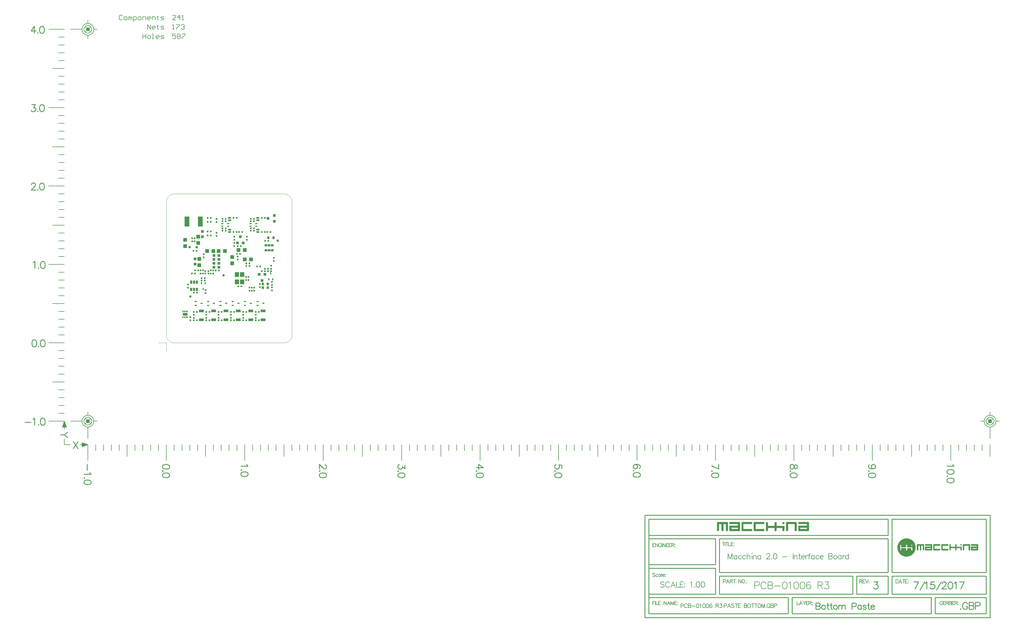
<source format=gbp>
G04 This is an RS-274x file exported by *
G04 gerbv version 2.6A *
G04 More information is available about gerbv at *
G04 http://gerbv.geda-project.org/ *
G04 --End of header info--*
%MOIN*%
%FSLAX34Y34*%
%IPPOS*%
G04 --Define apertures--*
%ADD10R,0.0200X0.0200*%
%ADD11R,0.0200X0.0200*%
%ADD12R,0.0280X0.0390*%
%ADD13C,0.0300*%
%ADD14R,0.0360X0.0360*%
%ADD15R,0.0118X0.0236*%
%ADD16R,0.0630X0.0354*%
%ADD17R,0.0350X0.0350*%
%ADD18R,0.0350X0.0350*%
%ADD19R,0.0250X0.0320*%
%ADD20R,0.0180X0.0250*%
%ADD21R,0.0250X0.0180*%
%ADD22R,0.0500X0.0450*%
%ADD23R,0.0360X0.0360*%
%ADD24C,0.0100*%
%ADD25C,0.0080*%
%ADD26C,0.0090*%
%ADD27C,0.0070*%
%ADD28C,0.0050*%
%ADD29C,0.0010*%
%ADD30R,0.0320X0.0250*%
%ADD31R,0.0600X0.1250*%
%ADD32R,0.0520X0.0600*%
%ADD33R,0.0295X0.0157*%
%ADD34R,0.0300X0.0300*%
%AMMACRO35*
21,1,0.023000,0.028500,0.000000,0.000000,90.000000*
21,1,0.011500,0.040000,0.000000,0.000000,90.000000*
1,1,0.011500,0.014300,0.005700*
1,1,0.011500,0.014300,-0.005700*
1,1,0.011500,-0.014300,-0.005700*
1,1,0.011500,-0.014300,0.005700*
%
%ADD35MACRO35*%
%ADD36R,0.0450X0.0500*%
G04 --Start main section--*
G36*
G01X0101356Y-025708D02*
G01X0101367Y-025719D01*
G01X0101372Y-025733D01*
G01X0101372Y-025740D01*
G01X0101372Y-025815D01*
G01X0101372Y-025822D01*
G01X0101367Y-025836D01*
G01X0101356Y-025847D01*
G01X0101342Y-025852D01*
G01X0101258Y-025852D01*
G01X0101244Y-025847D01*
G01X0101233Y-025836D01*
G01X0101228Y-025822D01*
G01X0101228Y-025815D01*
G01X0101228Y-025740D01*
G01X0101228Y-025733D01*
G01X0101233Y-025719D01*
G01X0101244Y-025708D01*
G01X0101258Y-025703D01*
G01X0101342Y-025703D01*
G01X0101356Y-025708D01*
G37*
G36*
G01X0101356Y-025708D02*
G37*
G36*
G01X0100691Y-025708D02*
G01X0100702Y-025719D01*
G01X0100708Y-025733D01*
G01X0100708Y-025740D01*
G01X0100708Y-025980D01*
G01X0100708Y-025987D01*
G01X0100714Y-026001D01*
G01X0100724Y-026011D01*
G01X0100738Y-026017D01*
G01X0100745Y-026017D01*
G01X0101342Y-026017D01*
G01X0101356Y-026023D01*
G01X0101367Y-026034D01*
G01X0101372Y-026048D01*
G01X0101372Y-026055D01*
G01X0101372Y-026405D01*
G01X0101372Y-026412D01*
G01X0101367Y-026426D01*
G01X0101356Y-026437D01*
G01X0101342Y-026442D01*
G01X0101258Y-026442D01*
G01X0101244Y-026437D01*
G01X0101233Y-026426D01*
G01X0101228Y-026412D01*
G01X0101228Y-026405D01*
G01X0101228Y-026205D01*
G01X0101227Y-026198D01*
G01X0101221Y-026184D01*
G01X0101211Y-026174D01*
G01X0101197Y-026168D01*
G01X0101190Y-026168D01*
G01X0100745Y-026168D01*
G01X0100738Y-026168D01*
G01X0100724Y-026174D01*
G01X0100714Y-026184D01*
G01X0100708Y-026198D01*
G01X0100708Y-026205D01*
G01X0100708Y-026405D01*
G01X0100708Y-026412D01*
G01X0100702Y-026426D01*
G01X0100691Y-026437D01*
G01X0100677Y-026442D01*
G01X0100588Y-026442D01*
G01X0100574Y-026437D01*
G01X0100563Y-026426D01*
G01X0100557Y-026412D01*
G01X0100557Y-026405D01*
G01X0100557Y-026205D01*
G01X0100557Y-026198D01*
G01X0100551Y-026184D01*
G01X0100541Y-026174D01*
G01X0100527Y-026168D01*
G01X0100520Y-026168D01*
G01X0100005Y-026168D01*
G01X0099998Y-026168D01*
G01X0099984Y-026174D01*
G01X0099974Y-026184D01*
G01X0099968Y-026198D01*
G01X0099967Y-026205D01*
G01X0099967Y-026405D01*
G01X0099967Y-026412D01*
G01X0099962Y-026426D01*
G01X0099951Y-026437D01*
G01X0099937Y-026442D01*
G01X0099848Y-026442D01*
G01X0099834Y-026437D01*
G01X0099823Y-026426D01*
G01X0099817Y-026412D01*
G01X0099817Y-026405D01*
G01X0099817Y-025740D01*
G01X0099817Y-025733D01*
G01X0099823Y-025719D01*
G01X0099834Y-025708D01*
G01X0099848Y-025703D01*
G01X0099937Y-025703D01*
G01X0099951Y-025708D01*
G01X0099962Y-025719D01*
G01X0099967Y-025733D01*
G01X0099967Y-025740D01*
G01X0099967Y-025980D01*
G01X0099968Y-025987D01*
G01X0099974Y-026001D01*
G01X0099984Y-026011D01*
G01X0099998Y-026017D01*
G01X0100005Y-026017D01*
G01X0100520Y-026017D01*
G01X0100527Y-026017D01*
G01X0100541Y-026011D01*
G01X0100551Y-026001D01*
G01X0100557Y-025987D01*
G01X0100557Y-025980D01*
G01X0100557Y-025740D01*
G01X0100557Y-025733D01*
G01X0100563Y-025719D01*
G01X0100574Y-025708D01*
G01X0100588Y-025703D01*
G01X0100677Y-025703D01*
G01X0100691Y-025708D01*
G37*
G36*
G01X0100691Y-025708D02*
G37*
G36*
G01X0103449Y-025706D02*
G01X0103459Y-025732D01*
G01X0103457Y-025735D01*
G01X0103457Y-025735D01*
G01X0103461Y-026405D01*
G01X0103449Y-026434D01*
G01X0103423Y-026444D01*
G01X0103420Y-026442D01*
G01X0103420Y-026442D01*
G01X0102605Y-026446D01*
G01X0102576Y-026434D01*
G01X0102566Y-026408D01*
G01X0102568Y-026405D01*
G01X0102568Y-026405D01*
G01X0102564Y-026035D01*
G01X0102576Y-026006D01*
G01X0102602Y-025996D01*
G01X0102605Y-025998D01*
G01X0102605Y-025998D01*
G01X0102605Y-025998D01*
G01X0103270Y-026001D01*
G01X0103299Y-025989D01*
G01X0103311Y-025960D01*
G01X0103311Y-025960D01*
G01X0103308Y-025957D01*
G01X0103311Y-025885D01*
G01X0103299Y-025856D01*
G01X0103270Y-025844D01*
G01X0103270Y-025847D01*
G01X0102605Y-025851D01*
G01X0102576Y-025839D01*
G01X0102566Y-025813D01*
G01X0102568Y-025810D01*
G01X0102568Y-025810D01*
G01X0102564Y-025735D01*
G01X0102576Y-025706D01*
G01X0102602Y-025696D01*
G01X0102605Y-025698D01*
G01X0102605Y-025698D01*
G01X0103420Y-025694D01*
G01X0103449Y-025706D01*
G37*
G36*
G01X0103449Y-025706D02*
G37*
G36*
G01X0097594Y-025706D02*
G01X0097604Y-025732D01*
G01X0097603Y-025735D01*
G01X0097603Y-025735D01*
G01X0097606Y-026405D01*
G01X0097594Y-026434D01*
G01X0097568Y-026444D01*
G01X0097565Y-026442D01*
G01X0097565Y-026442D01*
G01X0096750Y-026446D01*
G01X0096721Y-026434D01*
G01X0096711Y-026408D01*
G01X0096713Y-026405D01*
G01X0096713Y-026405D01*
G01X0096709Y-026035D01*
G01X0096721Y-026006D01*
G01X0096747Y-025996D01*
G01X0096750Y-025998D01*
G01X0096750Y-025998D01*
G01X0096750Y-025998D01*
G01X0097415Y-026001D01*
G01X0097444Y-025989D01*
G01X0097456Y-025960D01*
G01X0097456Y-025960D01*
G01X0097453Y-025957D01*
G01X0097456Y-025885D01*
G01X0097444Y-025856D01*
G01X0097415Y-025844D01*
G01X0097415Y-025847D01*
G01X0096750Y-025851D01*
G01X0096721Y-025839D01*
G01X0096711Y-025813D01*
G01X0096713Y-025810D01*
G01X0096713Y-025810D01*
G01X0096709Y-025735D01*
G01X0096721Y-025706D01*
G01X0096747Y-025696D01*
G01X0096750Y-025698D01*
G01X0096750Y-025698D01*
G01X0097565Y-025694D01*
G01X0097594Y-025706D01*
G37*
G36*
G01X0097594Y-025706D02*
G37*
G36*
G01X0102406Y-025703D02*
G01X0102417Y-025714D01*
G01X0102423Y-025728D01*
G01X0102423Y-025735D01*
G01X0102423Y-026405D01*
G01X0102423Y-026412D01*
G01X0102417Y-026426D01*
G01X0102406Y-026437D01*
G01X0102392Y-026442D01*
G01X0102303Y-026442D01*
G01X0102289Y-026437D01*
G01X0102278Y-026426D01*
G01X0102273Y-026412D01*
G01X0102273Y-026405D01*
G01X0102273Y-025885D01*
G01X0102272Y-025878D01*
G01X0102266Y-025864D01*
G01X0102256Y-025854D01*
G01X0102242Y-025848D01*
G01X0102235Y-025847D01*
G01X0101715Y-025847D01*
G01X0101708Y-025848D01*
G01X0101694Y-025854D01*
G01X0101684Y-025864D01*
G01X0101678Y-025878D01*
G01X0101678Y-025885D01*
G01X0101678Y-026405D01*
G01X0101678Y-026412D01*
G01X0101672Y-026426D01*
G01X0101661Y-026437D01*
G01X0101647Y-026442D01*
G01X0101563Y-026442D01*
G01X0101549Y-026437D01*
G01X0101538Y-026426D01*
G01X0101532Y-026412D01*
G01X0101532Y-026405D01*
G01X0101532Y-025735D01*
G01X0101532Y-025728D01*
G01X0101538Y-025714D01*
G01X0101549Y-025703D01*
G01X0101563Y-025698D01*
G01X0102392Y-025698D01*
G01X0102406Y-025703D01*
G37*
G36*
G01X0102406Y-025703D02*
G37*
G36*
G01X0096551Y-025703D02*
G01X0096562Y-025714D01*
G01X0096567Y-025728D01*
G01X0096567Y-025735D01*
G01X0096567Y-026405D01*
G01X0096567Y-026412D01*
G01X0096562Y-026426D01*
G01X0096551Y-026437D01*
G01X0096537Y-026442D01*
G01X0096448Y-026442D01*
G01X0096434Y-026437D01*
G01X0096423Y-026426D01*
G01X0096418Y-026412D01*
G01X0096418Y-026405D01*
G01X0096418Y-025885D01*
G01X0096417Y-025878D01*
G01X0096411Y-025864D01*
G01X0096401Y-025854D01*
G01X0096387Y-025848D01*
G01X0096380Y-025847D01*
G01X0096230Y-025847D01*
G01X0096223Y-025848D01*
G01X0096209Y-025854D01*
G01X0096199Y-025864D01*
G01X0096193Y-025878D01*
G01X0096193Y-025885D01*
G01X0096193Y-026405D01*
G01X0096193Y-026412D01*
G01X0096187Y-026426D01*
G01X0096176Y-026437D01*
G01X0096162Y-026442D01*
G01X0096078Y-026442D01*
G01X0096064Y-026437D01*
G01X0096053Y-026426D01*
G01X0096047Y-026412D01*
G01X0096047Y-026405D01*
G01X0096047Y-025885D01*
G01X0096047Y-025878D01*
G01X0096041Y-025864D01*
G01X0096031Y-025854D01*
G01X0096017Y-025848D01*
G01X0096010Y-025847D01*
G01X0095860Y-025847D01*
G01X0095853Y-025848D01*
G01X0095839Y-025854D01*
G01X0095829Y-025864D01*
G01X0095823Y-025878D01*
G01X0095822Y-025885D01*
G01X0095822Y-026405D01*
G01X0095822Y-026412D01*
G01X0095817Y-026426D01*
G01X0095806Y-026437D01*
G01X0095792Y-026442D01*
G01X0095703Y-026442D01*
G01X0095689Y-026437D01*
G01X0095678Y-026426D01*
G01X0095673Y-026412D01*
G01X0095673Y-026405D01*
G01X0095673Y-025735D01*
G01X0095673Y-025728D01*
G01X0095678Y-025714D01*
G01X0095689Y-025703D01*
G01X0095703Y-025698D01*
G01X0096537Y-025698D01*
G01X0096551Y-025703D01*
G37*
G36*
G01X0096551Y-025703D02*
G37*
G36*
G01X0094525Y-024971D02*
G01X0094700Y-025013D01*
G01X0094866Y-025082D01*
G01X0095020Y-025176D01*
G01X0095157Y-025293D01*
G01X0095274Y-025430D01*
G01X0095368Y-025584D01*
G01X0095437Y-025750D01*
G01X0095479Y-025925D01*
G01X0095494Y-026105D01*
G01X0095479Y-026285D01*
G01X0095437Y-026460D01*
G01X0095368Y-026626D01*
G01X0095274Y-026780D01*
G01X0095157Y-026917D01*
G01X0095020Y-027034D01*
G01X0094866Y-027128D01*
G01X0094700Y-027197D01*
G01X0094525Y-027239D01*
G01X0094345Y-027254D01*
G01X0094165Y-027239D01*
G01X0093990Y-027197D01*
G01X0093824Y-027128D01*
G01X0093670Y-027034D01*
G01X0093533Y-026917D01*
G01X0093416Y-026780D01*
G01X0093322Y-026626D01*
G01X0093253Y-026460D01*
G01X0093211Y-026285D01*
G01X0093196Y-026105D01*
G01X0093211Y-025925D01*
G01X0093253Y-025750D01*
G01X0093322Y-025584D01*
G01X0093416Y-025430D01*
G01X0093533Y-025293D01*
G01X0093670Y-025176D01*
G01X0093824Y-025082D01*
G01X0093990Y-025013D01*
G01X0094165Y-024971D01*
G01X0094345Y-024956D01*
G01X0094525Y-024971D01*
G37*
G36*
G01X0094525Y-024971D02*
G37*
G36*
G01X0099656Y-025703D02*
G01X0099667Y-025714D01*
G01X0099672Y-025728D01*
G01X0099672Y-025735D01*
G01X0099672Y-025810D01*
G01X0099672Y-025817D01*
G01X0099667Y-025831D01*
G01X0099656Y-025842D01*
G01X0099642Y-025847D01*
G01X0098970Y-025847D01*
G01X0098963Y-025848D01*
G01X0098949Y-025854D01*
G01X0098939Y-025864D01*
G01X0098933Y-025878D01*
G01X0098933Y-025885D01*
G01X0098933Y-026255D01*
G01X0098933Y-026262D01*
G01X0098939Y-026276D01*
G01X0098949Y-026286D01*
G01X0098963Y-026292D01*
G01X0098970Y-026293D01*
G01X0099642Y-026293D01*
G01X0099656Y-026298D01*
G01X0099667Y-026309D01*
G01X0099672Y-026323D01*
G01X0099672Y-026330D01*
G01X0099672Y-026405D01*
G01X0099672Y-026412D01*
G01X0099667Y-026426D01*
G01X0099656Y-026437D01*
G01X0099642Y-026442D01*
G01X0098813Y-026442D01*
G01X0098799Y-026437D01*
G01X0098788Y-026426D01*
G01X0098783Y-026412D01*
G01X0098783Y-026405D01*
G01X0098783Y-025735D01*
G01X0098783Y-025728D01*
G01X0098788Y-025714D01*
G01X0098799Y-025703D01*
G01X0098813Y-025698D01*
G01X0099642Y-025698D01*
G01X0099656Y-025703D01*
G37*
G36*
G01X0099656Y-025703D02*
G37*
G36*
G01X0098621Y-025703D02*
G01X0098632Y-025714D01*
G01X0098638Y-025728D01*
G01X0098638Y-025735D01*
G01X0098638Y-025810D01*
G01X0098638Y-025817D01*
G01X0098632Y-025831D01*
G01X0098621Y-025842D01*
G01X0098607Y-025847D01*
G01X0097935Y-025847D01*
G01X0097928Y-025848D01*
G01X0097914Y-025854D01*
G01X0097904Y-025864D01*
G01X0097898Y-025878D01*
G01X0097898Y-025885D01*
G01X0097898Y-026255D01*
G01X0097898Y-026262D01*
G01X0097904Y-026276D01*
G01X0097914Y-026286D01*
G01X0097928Y-026292D01*
G01X0097935Y-026293D01*
G01X0098607Y-026293D01*
G01X0098621Y-026298D01*
G01X0098632Y-026309D01*
G01X0098638Y-026323D01*
G01X0098638Y-026330D01*
G01X0098638Y-026405D01*
G01X0098638Y-026412D01*
G01X0098632Y-026426D01*
G01X0098621Y-026437D01*
G01X0098607Y-026442D01*
G01X0097778Y-026442D01*
G01X0097764Y-026437D01*
G01X0097753Y-026426D01*
G01X0097747Y-026412D01*
G01X0097747Y-026405D01*
G01X0097747Y-025735D01*
G01X0097747Y-025728D01*
G01X0097753Y-025714D01*
G01X0097764Y-025703D01*
G01X0097778Y-025698D01*
G01X0098607Y-025698D01*
G01X0098621Y-025703D01*
G37*
G36*
G01X0098621Y-025703D02*
G37*
G36*
G01X0071527Y-022880D02*
G01X0071543Y-022896D01*
G01X0071551Y-022916D01*
G01X0071551Y-022927D01*
G01X0071551Y-023932D01*
G01X0071551Y-023944D01*
G01X0071543Y-023964D01*
G01X0071527Y-023980D01*
G01X0071506Y-023989D01*
G01X0071371Y-023989D01*
G01X0071351Y-023980D01*
G01X0071335Y-023964D01*
G01X0071326Y-023944D01*
G01X0071326Y-023932D01*
G01X0071326Y-023152D01*
G01X0071325Y-023142D01*
G01X0071317Y-023121D01*
G01X0071301Y-023106D01*
G01X0071281Y-023097D01*
G01X0071270Y-023096D01*
G01X0071045Y-023096D01*
G01X0071034Y-023097D01*
G01X0071014Y-023106D01*
G01X0070998Y-023121D01*
G01X0070990Y-023142D01*
G01X0070989Y-023152D01*
G01X0070989Y-023932D01*
G01X0070989Y-023944D01*
G01X0070980Y-023964D01*
G01X0070964Y-023980D01*
G01X0070944Y-023989D01*
G01X0070816Y-023989D01*
G01X0070796Y-023980D01*
G01X0070780Y-023964D01*
G01X0070771Y-023944D01*
G01X0070771Y-023932D01*
G01X0070771Y-023152D01*
G01X0070770Y-023142D01*
G01X0070762Y-023121D01*
G01X0070746Y-023106D01*
G01X0070726Y-023097D01*
G01X0070715Y-023096D01*
G01X0070490Y-023096D01*
G01X0070479Y-023097D01*
G01X0070459Y-023106D01*
G01X0070443Y-023121D01*
G01X0070435Y-023142D01*
G01X0070434Y-023152D01*
G01X0070434Y-023932D01*
G01X0070434Y-023944D01*
G01X0070425Y-023964D01*
G01X0070409Y-023980D01*
G01X0070389Y-023989D01*
G01X0070254Y-023989D01*
G01X0070233Y-023980D01*
G01X0070217Y-023964D01*
G01X0070209Y-023944D01*
G01X0070209Y-023932D01*
G01X0070209Y-022927D01*
G01X0070209Y-022916D01*
G01X0070217Y-022896D01*
G01X0070233Y-022880D01*
G01X0070254Y-022871D01*
G01X0071506Y-022871D01*
G01X0071527Y-022880D01*
G37*
G36*
G01X0071527Y-022880D02*
G37*
G36*
G01X0078734Y-022887D02*
G01X0078750Y-022903D01*
G01X0078759Y-022924D01*
G01X0078759Y-022935D01*
G01X0078759Y-023047D01*
G01X0078759Y-023059D01*
G01X0078750Y-023079D01*
G01X0078734Y-023095D01*
G01X0078714Y-023104D01*
G01X0078586Y-023104D01*
G01X0078566Y-023095D01*
G01X0078550Y-023079D01*
G01X0078541Y-023059D01*
G01X0078541Y-023047D01*
G01X0078541Y-022935D01*
G01X0078541Y-022924D01*
G01X0078550Y-022903D01*
G01X0078566Y-022887D01*
G01X0078586Y-022879D01*
G01X0078714Y-022879D01*
G01X0078734Y-022887D01*
G37*
G36*
G01X0078734Y-022887D02*
G37*
G36*
G01X0081830Y-022871D02*
G01X0081830Y-022871D01*
G01X0081834Y-022868D01*
G01X0081873Y-022884D01*
G01X0081891Y-022927D01*
G01X0081886Y-023932D01*
G01X0081886Y-023932D01*
G01X0081889Y-023937D01*
G01X0081873Y-023976D01*
G01X0081830Y-023993D01*
G01X0080608Y-023989D01*
G01X0080608Y-023989D01*
G01X0080603Y-023992D01*
G01X0080564Y-023976D01*
G01X0080547Y-023932D01*
G01X0080551Y-023377D01*
G01X0080551Y-023377D01*
G01X0080548Y-023373D01*
G01X0080564Y-023334D01*
G01X0080608Y-023317D01*
G01X0081605Y-023321D01*
G01X0081605Y-023326D01*
G01X0081648Y-023308D01*
G01X0081666Y-023265D01*
G01X0081661Y-023157D01*
G01X0081666Y-023152D01*
G01X0081666Y-023152D01*
G01X0081648Y-023109D01*
G01X0081605Y-023092D01*
G01X0080608Y-023096D01*
G01X0080608Y-023096D01*
G01X0080608Y-023096D01*
G01X0080603Y-023099D01*
G01X0080564Y-023083D01*
G01X0080547Y-023040D01*
G01X0080551Y-022927D01*
G01X0080551Y-022927D01*
G01X0080548Y-022923D01*
G01X0080564Y-022884D01*
G01X0080608Y-022867D01*
G01X0081830Y-022871D01*
G37*
G36*
G01X0081830Y-022871D02*
G37*
G36*
G01X0077737Y-022887D02*
G01X0077753Y-022903D01*
G01X0077761Y-022924D01*
G01X0077761Y-022935D01*
G01X0077761Y-023295D01*
G01X0077762Y-023306D01*
G01X0077771Y-023326D01*
G01X0077786Y-023342D01*
G01X0077807Y-023350D01*
G01X0077818Y-023351D01*
G01X0078714Y-023351D01*
G01X0078734Y-023360D01*
G01X0078750Y-023376D01*
G01X0078759Y-023396D01*
G01X0078759Y-023407D01*
G01X0078759Y-023932D01*
G01X0078759Y-023944D01*
G01X0078750Y-023964D01*
G01X0078734Y-023980D01*
G01X0078714Y-023989D01*
G01X0078586Y-023989D01*
G01X0078566Y-023980D01*
G01X0078550Y-023964D01*
G01X0078541Y-023944D01*
G01X0078541Y-023932D01*
G01X0078541Y-023633D01*
G01X0078540Y-023622D01*
G01X0078532Y-023601D01*
G01X0078516Y-023586D01*
G01X0078496Y-023577D01*
G01X0078485Y-023576D01*
G01X0077818Y-023576D01*
G01X0077807Y-023577D01*
G01X0077786Y-023586D01*
G01X0077771Y-023601D01*
G01X0077762Y-023622D01*
G01X0077761Y-023633D01*
G01X0077761Y-023932D01*
G01X0077761Y-023944D01*
G01X0077753Y-023964D01*
G01X0077737Y-023980D01*
G01X0077716Y-023989D01*
G01X0077581Y-023989D01*
G01X0077561Y-023980D01*
G01X0077545Y-023964D01*
G01X0077536Y-023944D01*
G01X0077536Y-023932D01*
G01X0077536Y-023633D01*
G01X0077535Y-023622D01*
G01X0077527Y-023601D01*
G01X0077511Y-023586D01*
G01X0077491Y-023577D01*
G01X0077480Y-023576D01*
G01X0076708Y-023576D01*
G01X0076697Y-023577D01*
G01X0076676Y-023586D01*
G01X0076661Y-023601D01*
G01X0076652Y-023622D01*
G01X0076651Y-023633D01*
G01X0076651Y-023932D01*
G01X0076651Y-023944D01*
G01X0076643Y-023964D01*
G01X0076627Y-023980D01*
G01X0076606Y-023989D01*
G01X0076471Y-023989D01*
G01X0076451Y-023980D01*
G01X0076435Y-023964D01*
G01X0076426Y-023944D01*
G01X0076426Y-023932D01*
G01X0076426Y-022935D01*
G01X0076426Y-022924D01*
G01X0076435Y-022903D01*
G01X0076451Y-022887D01*
G01X0076471Y-022879D01*
G01X0076606Y-022879D01*
G01X0076627Y-022887D01*
G01X0076643Y-022903D01*
G01X0076651Y-022924D01*
G01X0076651Y-022935D01*
G01X0076651Y-023295D01*
G01X0076652Y-023306D01*
G01X0076661Y-023326D01*
G01X0076676Y-023342D01*
G01X0076697Y-023350D01*
G01X0076708Y-023351D01*
G01X0077480Y-023351D01*
G01X0077491Y-023350D01*
G01X0077511Y-023342D01*
G01X0077527Y-023326D01*
G01X0077535Y-023306D01*
G01X0077536Y-023295D01*
G01X0077536Y-022935D01*
G01X0077536Y-022924D01*
G01X0077545Y-022903D01*
G01X0077561Y-022887D01*
G01X0077581Y-022879D01*
G01X0077716Y-022879D01*
G01X0077737Y-022887D01*
G37*
G36*
G01X0077737Y-022887D02*
G37*
G36*
G01X0073091Y-022884D02*
G01X0073107Y-022923D01*
G01X0073104Y-022927D01*
G01X0073104Y-022927D01*
G01X0073108Y-023932D01*
G01X0073091Y-023976D01*
G01X0073052Y-023992D01*
G01X0073047Y-023989D01*
G01X0073047Y-023989D01*
G01X0071825Y-023993D01*
G01X0071782Y-023976D01*
G01X0071766Y-023937D01*
G01X0071769Y-023932D01*
G01X0071769Y-023932D01*
G01X0071764Y-023377D01*
G01X0071782Y-023334D01*
G01X0071821Y-023318D01*
G01X0071825Y-023321D01*
G01X0071825Y-023321D01*
G01X0071825Y-023321D01*
G01X0072822Y-023326D01*
G01X0072866Y-023308D01*
G01X0072883Y-023265D01*
G01X0072883Y-023265D01*
G01X0072879Y-023260D01*
G01X0072883Y-023152D01*
G01X0072866Y-023109D01*
G01X0072822Y-023092D01*
G01X0072822Y-023096D01*
G01X0071825Y-023101D01*
G01X0071782Y-023083D01*
G01X0071766Y-023044D01*
G01X0071769Y-023040D01*
G01X0071769Y-023040D01*
G01X0071764Y-022927D01*
G01X0071782Y-022884D01*
G01X0071821Y-022868D01*
G01X0071825Y-022871D01*
G01X0071825Y-022871D01*
G01X0073047Y-022867D01*
G01X0073091Y-022884D01*
G37*
G36*
G01X0073091Y-022884D02*
G37*
G36*
G01X0074632Y-022880D02*
G01X0074648Y-022896D01*
G01X0074656Y-022916D01*
G01X0074656Y-022927D01*
G01X0074656Y-023040D01*
G01X0074656Y-023051D01*
G01X0074648Y-023072D01*
G01X0074632Y-023088D01*
G01X0074611Y-023096D01*
G01X0073602Y-023096D01*
G01X0073592Y-023097D01*
G01X0073571Y-023106D01*
G01X0073556Y-023121D01*
G01X0073547Y-023142D01*
G01X0073546Y-023152D01*
G01X0073546Y-023707D01*
G01X0073547Y-023718D01*
G01X0073556Y-023739D01*
G01X0073571Y-023754D01*
G01X0073592Y-023763D01*
G01X0073602Y-023764D01*
G01X0074611Y-023764D01*
G01X0074632Y-023772D01*
G01X0074648Y-023788D01*
G01X0074656Y-023809D01*
G01X0074656Y-023820D01*
G01X0074656Y-023932D01*
G01X0074656Y-023944D01*
G01X0074648Y-023964D01*
G01X0074632Y-023980D01*
G01X0074611Y-023989D01*
G01X0073366Y-023989D01*
G01X0073346Y-023980D01*
G01X0073330Y-023964D01*
G01X0073321Y-023944D01*
G01X0073321Y-023932D01*
G01X0073321Y-022927D01*
G01X0073321Y-022916D01*
G01X0073330Y-022896D01*
G01X0073346Y-022880D01*
G01X0073366Y-022871D01*
G01X0074611Y-022871D01*
G01X0074632Y-022880D01*
G37*
G36*
G01X0074632Y-022880D02*
G37*
G36*
G01X0076184Y-022880D02*
G01X0076200Y-022896D01*
G01X0076209Y-022916D01*
G01X0076209Y-022927D01*
G01X0076209Y-023040D01*
G01X0076209Y-023051D01*
G01X0076200Y-023072D01*
G01X0076184Y-023088D01*
G01X0076164Y-023096D01*
G01X0075155Y-023096D01*
G01X0075144Y-023097D01*
G01X0075124Y-023106D01*
G01X0075108Y-023121D01*
G01X0075100Y-023142D01*
G01X0075099Y-023152D01*
G01X0075099Y-023707D01*
G01X0075100Y-023718D01*
G01X0075108Y-023739D01*
G01X0075124Y-023754D01*
G01X0075144Y-023763D01*
G01X0075155Y-023764D01*
G01X0076164Y-023764D01*
G01X0076184Y-023772D01*
G01X0076200Y-023788D01*
G01X0076209Y-023809D01*
G01X0076209Y-023820D01*
G01X0076209Y-023932D01*
G01X0076209Y-023944D01*
G01X0076200Y-023964D01*
G01X0076184Y-023980D01*
G01X0076164Y-023989D01*
G01X0074919Y-023989D01*
G01X0074898Y-023980D01*
G01X0074882Y-023964D01*
G01X0074874Y-023944D01*
G01X0074874Y-023932D01*
G01X0074874Y-022927D01*
G01X0074874Y-022916D01*
G01X0074882Y-022896D01*
G01X0074898Y-022880D01*
G01X0074919Y-022871D01*
G01X0076164Y-022871D01*
G01X0076184Y-022880D01*
G37*
G36*
G01X0076184Y-022880D02*
G37*
G36*
G01X0080309Y-022880D02*
G01X0080325Y-022896D01*
G01X0080334Y-022916D01*
G01X0080334Y-022927D01*
G01X0080334Y-023932D01*
G01X0080334Y-023944D01*
G01X0080325Y-023964D01*
G01X0080309Y-023980D01*
G01X0080289Y-023989D01*
G01X0080154Y-023989D01*
G01X0080133Y-023980D01*
G01X0080117Y-023964D01*
G01X0080109Y-023944D01*
G01X0080109Y-023932D01*
G01X0080109Y-023152D01*
G01X0080108Y-023142D01*
G01X0080099Y-023121D01*
G01X0080084Y-023106D01*
G01X0080063Y-023097D01*
G01X0080052Y-023096D01*
G01X0079272Y-023096D01*
G01X0079262Y-023097D01*
G01X0079241Y-023106D01*
G01X0079226Y-023121D01*
G01X0079217Y-023142D01*
G01X0079216Y-023152D01*
G01X0079216Y-023932D01*
G01X0079216Y-023944D01*
G01X0079208Y-023964D01*
G01X0079192Y-023980D01*
G01X0079171Y-023989D01*
G01X0079044Y-023989D01*
G01X0079023Y-023980D01*
G01X0079007Y-023964D01*
G01X0078999Y-023944D01*
G01X0078999Y-023932D01*
G01X0078999Y-022927D01*
G01X0078999Y-022916D01*
G01X0079007Y-022896D01*
G01X0079023Y-022880D01*
G01X0079044Y-022871D01*
G01X0080289Y-022871D01*
G01X0080309Y-022880D01*
G37*
G36*
G01X0080309Y-022880D02*
G37*
%LPC*%
G36*
G01X0102750Y-026144D02*
G01X0102750Y-026144D01*
G01X0102721Y-026156D01*
G01X0102709Y-026185D01*
G01X0102712Y-026252D01*
G01X0102709Y-026255D01*
G01X0102709Y-026255D01*
G01X0102721Y-026284D01*
G01X0102750Y-026296D01*
G01X0103267Y-026293D01*
G01X0103270Y-026296D01*
G01X0103270Y-026296D01*
G01X0103299Y-026284D01*
G01X0103311Y-026255D01*
G01X0103308Y-026188D01*
G01X0103311Y-026185D01*
G01X0103311Y-026185D01*
G01X0103299Y-026156D01*
G01X0103270Y-026144D01*
G01X0102753Y-026147D01*
G01X0102750Y-026144D01*
G37*
G36*
G01X0102750Y-026144D02*
G37*
G36*
G01X0096895Y-026144D02*
G01X0096895Y-026144D01*
G01X0096866Y-026156D01*
G01X0096854Y-026185D01*
G01X0096857Y-026252D01*
G01X0096854Y-026255D01*
G01X0096854Y-026255D01*
G01X0096866Y-026284D01*
G01X0096895Y-026296D01*
G01X0097412Y-026293D01*
G01X0097415Y-026296D01*
G01X0097415Y-026296D01*
G01X0097444Y-026284D01*
G01X0097456Y-026255D01*
G01X0097453Y-026188D01*
G01X0097456Y-026185D01*
G01X0097456Y-026185D01*
G01X0097444Y-026156D01*
G01X0097415Y-026144D01*
G01X0096898Y-026147D01*
G01X0096895Y-026144D01*
G37*
G36*
G01X0096895Y-026144D02*
G37*
G36*
G01X0094975Y-025734D02*
G01X0094975Y-025734D01*
G01X0094946Y-025746D01*
G01X0094934Y-025775D01*
G01X0094937Y-025847D01*
G01X0094934Y-025850D01*
G01X0094934Y-025850D01*
G01X0094946Y-025879D01*
G01X0094975Y-025891D01*
G01X0095042Y-025888D01*
G01X0095045Y-025891D01*
G01X0095045Y-025891D01*
G01X0095074Y-025879D01*
G01X0095086Y-025850D01*
G01X0095083Y-025778D01*
G01X0095086Y-025775D01*
G01X0095086Y-025775D01*
G01X0095074Y-025746D01*
G01X0095045Y-025734D01*
G01X0094978Y-025737D01*
G01X0094975Y-025734D01*
G37*
G36*
G01X0094975Y-025734D02*
G37*
G36*
G01X0094305Y-025734D02*
G01X0094305Y-025734D01*
G01X0094276Y-025746D01*
G01X0094264Y-025775D01*
G01X0094268Y-026015D01*
G01X0094268Y-026015D01*
G01X0094268Y-026015D01*
G01X0094269Y-026018D01*
G01X0094259Y-026044D01*
G01X0094230Y-026056D01*
G01X0093715Y-026052D01*
G01X0093715Y-026052D01*
G01X0093712Y-026054D01*
G01X0093686Y-026044D01*
G01X0093674Y-026015D01*
G01X0093678Y-025775D01*
G01X0093681Y-025775D01*
G01X0093669Y-025746D01*
G01X0093640Y-025734D01*
G01X0093568Y-025737D01*
G01X0093565Y-025734D01*
G01X0093565Y-025734D01*
G01X0093536Y-025746D01*
G01X0093524Y-025775D01*
G01X0093527Y-026437D01*
G01X0093524Y-026440D01*
G01X0093524Y-026440D01*
G01X0093536Y-026469D01*
G01X0093565Y-026481D01*
G01X0093637Y-026478D01*
G01X0093640Y-026481D01*
G01X0093640Y-026481D01*
G01X0093669Y-026469D01*
G01X0093681Y-026440D01*
G01X0093678Y-026240D01*
G01X0093678Y-026240D01*
G01X0093678Y-026240D01*
G01X0093676Y-026237D01*
G01X0093686Y-026211D01*
G01X0093715Y-026199D01*
G01X0094230Y-026202D01*
G01X0094230Y-026202D01*
G01X0094233Y-026201D01*
G01X0094259Y-026211D01*
G01X0094271Y-026240D01*
G01X0094268Y-026440D01*
G01X0094264Y-026440D01*
G01X0094276Y-026469D01*
G01X0094305Y-026481D01*
G01X0094377Y-026478D01*
G01X0094380Y-026481D01*
G01X0094380Y-026481D01*
G01X0094409Y-026469D01*
G01X0094421Y-026440D01*
G01X0094417Y-026240D01*
G01X0094417Y-026240D01*
G01X0094417Y-026240D01*
G01X0094416Y-026237D01*
G01X0094426Y-026211D01*
G01X0094455Y-026199D01*
G01X0094900Y-026202D01*
G01X0094900Y-026202D01*
G01X0094903Y-026201D01*
G01X0094929Y-026211D01*
G01X0094941Y-026240D01*
G01X0094937Y-026440D01*
G01X0094934Y-026440D01*
G01X0094946Y-026469D01*
G01X0094975Y-026481D01*
G01X0095042Y-026478D01*
G01X0095045Y-026481D01*
G01X0095045Y-026481D01*
G01X0095074Y-026469D01*
G01X0095086Y-026440D01*
G01X0095083Y-026093D01*
G01X0095086Y-026090D01*
G01X0095086Y-026090D01*
G01X0095074Y-026061D01*
G01X0095045Y-026049D01*
G01X0094455Y-026052D01*
G01X0094455Y-026052D01*
G01X0094455Y-026052D01*
G01X0094452Y-026054D01*
G01X0094426Y-026044D01*
G01X0094414Y-026015D01*
G01X0094417Y-025775D01*
G01X0094421Y-025775D01*
G01X0094409Y-025746D01*
G01X0094380Y-025734D01*
G01X0094308Y-025737D01*
G01X0094305Y-025734D01*
G37*
G36*
G01X0094305Y-025734D02*
G37*
G36*
G01X0081605Y-023542D02*
G01X0081600Y-023546D01*
G01X0080825Y-023542D01*
G01X0080782Y-023559D01*
G01X0080764Y-023602D01*
G01X0080764Y-023602D01*
G01X0080769Y-023607D01*
G01X0080764Y-023707D01*
G01X0080782Y-023751D01*
G01X0080825Y-023768D01*
G01X0080825Y-023768D01*
G01X0080830Y-023764D01*
G01X0081605Y-023768D01*
G01X0081648Y-023751D01*
G01X0081666Y-023707D01*
G01X0081666Y-023707D01*
G01X0081661Y-023703D01*
G01X0081666Y-023602D01*
G01X0081648Y-023559D01*
G01X0081605Y-023542D01*
G01X0081605Y-023542D01*
G37*
G36*
G01X0081605Y-023542D02*
G37*
G36*
G01X0072042Y-023542D02*
G01X0072042Y-023542D01*
G01X0071999Y-023559D01*
G01X0071982Y-023602D01*
G01X0071986Y-023703D01*
G01X0071982Y-023707D01*
G01X0071982Y-023707D01*
G01X0071999Y-023751D01*
G01X0072042Y-023768D01*
G01X0072818Y-023764D01*
G01X0072822Y-023768D01*
G01X0072822Y-023768D01*
G01X0072866Y-023751D01*
G01X0072883Y-023707D01*
G01X0072879Y-023607D01*
G01X0072883Y-023602D01*
G01X0072883Y-023602D01*
G01X0072866Y-023559D01*
G01X0072822Y-023542D01*
G01X0072047Y-023546D01*
G01X0072042Y-023542D01*
G37*
G36*
G01X0072042Y-023542D02*
G37*
%LPD*%
G54D10*
G01X0003070Y0003260D03*
G01X0003070Y0002860D03*
G01X0013460Y0007080D03*
G01X0013460Y0006680D03*
G01X0013460Y0007380D03*
G01X0013460Y0007780D03*
G01X0009100Y0011000D03*
G01X0009100Y0010600D03*
G01X0011394Y0003180D03*
G01X0011394Y0003580D03*
G01X0009809Y0003180D03*
G01X0009809Y0003580D03*
G01X0008234Y0003180D03*
G01X0008234Y0003580D03*
G01X0006660Y0003180D03*
G01X0006660Y0003580D03*
G01X0005095Y0003180D03*
G01X0005095Y0003580D03*
G01X0003510Y0003180D03*
G01X0003510Y0003580D03*
G01X0003300Y0013350D03*
G01X0003300Y0012950D03*
G01X0003600Y0012950D03*
G01X0003600Y0013350D03*
G01X0010900Y0007050D03*
G01X0010900Y0006650D03*
G01X0010600Y0006650D03*
G01X0010600Y0007050D03*
G01X0004750Y0011300D03*
G01X0004750Y0010900D03*
G01X0005650Y0008850D03*
G01X0005650Y0009250D03*
G01X0005950Y0008850D03*
G01X0005950Y0009250D03*
G01X0011200Y0006650D03*
G01X0011200Y0007050D03*
G01X0010150Y0008020D03*
G01X0010150Y0008420D03*
G01X0004350Y0009250D03*
G01X0004350Y0008850D03*
G01X0004650Y0008850D03*
G01X0004650Y0009250D03*
G01X0006400Y0015400D03*
G01X0006400Y0015800D03*
G01X0006400Y0013650D03*
G01X0006400Y0014050D03*
G01X0013370Y0009850D03*
G01X0013370Y0009450D03*
G01X0011930Y0007100D03*
G01X0011930Y0007500D03*
G01X0010450Y0008020D03*
G01X0010450Y0008420D03*
G01X0013700Y0010850D03*
G01X0013700Y0010450D03*
G01X0002750Y0007450D03*
G01X0002750Y0007050D03*
G01X0005000Y0006350D03*
G01X0005000Y0006750D03*
G01X0008650Y0012750D03*
G01X0008650Y0012350D03*
G01X0008650Y0013150D03*
G01X0008650Y0013550D03*
G01X0010250Y0013150D03*
G01X0010250Y0013550D03*
G54D11*
G01X0003910Y0002860D03*
G01X0003510Y0002860D03*
G01X0011784Y0002860D03*
G01X0011384Y0002860D03*
G01X0011384Y0003940D03*
G01X0011784Y0003940D03*
G01X0010209Y0002860D03*
G01X0009809Y0002860D03*
G01X0009809Y0003940D03*
G01X0010209Y0003940D03*
G01X0008634Y0002860D03*
G01X0008234Y0002860D03*
G01X0008234Y0003940D03*
G01X0008634Y0003940D03*
G01X0007060Y0002860D03*
G01X0006660Y0002860D03*
G01X0006660Y0003940D03*
G01X0007060Y0003940D03*
G01X0005485Y0002860D03*
G01X0005085Y0002860D03*
G01X0005085Y0003940D03*
G01X0005485Y0003940D03*
G01X0003510Y0003940D03*
G01X0003910Y0003940D03*
G01X0003850Y0011750D03*
G01X0003450Y0011750D03*
G01X0004900Y0007950D03*
G01X0004500Y0007950D03*
G01X0004900Y0008250D03*
G01X0004500Y0008250D03*
G01X0004950Y0008850D03*
G01X0005350Y0008850D03*
G01X0006300Y0009250D03*
G01X0006700Y0009250D03*
G01X0007150Y0015800D03*
G01X0007550Y0015800D03*
G01X0007150Y0014300D03*
G01X0007550Y0014300D03*
G01X0009250Y0014150D03*
G01X0009650Y0014150D03*
G01X0005250Y0015450D03*
G01X0005650Y0015450D03*
G01X0011150Y0015800D03*
G01X0010750Y0015800D03*
G01X0011150Y0014300D03*
G01X0010750Y0014300D03*
G01X0013250Y0014150D03*
G01X0012850Y0014150D03*
G01X0009411Y0011350D03*
G01X0009011Y0011350D03*
G01X0011550Y0009750D03*
G01X0011950Y0009750D03*
G01X0005250Y0013700D03*
G01X0005650Y0013700D03*
G01X0010200Y0009800D03*
G01X0010600Y0009800D03*
G01X0009550Y0007200D03*
G01X0009150Y0007200D03*
G01X0013000Y0013000D03*
G01X0012600Y0013000D03*
G01X0004050Y0009250D03*
G01X0003650Y0009250D03*
G01X0003650Y0008850D03*
G01X0003250Y0008850D03*
G01X0005350Y0009150D03*
G01X0004950Y0009150D03*
G01X0007150Y0015500D03*
G01X0007550Y0015500D03*
G01X0007150Y0014600D03*
G01X0007550Y0014600D03*
G01X0008950Y0015950D03*
G01X0008550Y0015950D03*
G01X0008950Y0014150D03*
G01X0008550Y0014150D03*
G01X0011150Y0015500D03*
G01X0010750Y0015500D03*
G01X0011150Y0014600D03*
G01X0010750Y0014600D03*
G01X0012150Y0015950D03*
G01X0012550Y0015950D03*
G01X0012150Y0014150D03*
G01X0012550Y0014150D03*
G01X0012970Y0009450D03*
G01X0012570Y0009450D03*
G01X0013370Y0009150D03*
G01X0012970Y0009150D03*
G01X0012570Y0009150D03*
G01X0012170Y0009150D03*
G01X0010200Y0010150D03*
G01X0010600Y0010150D03*
G01X0003900Y0006400D03*
G01X0003500Y0006400D03*
G01X0009500Y0012350D03*
G01X0009100Y0012350D03*
G01X0005650Y0015950D03*
G01X0005250Y0015950D03*
G01X0005650Y0014200D03*
G01X0005250Y0014200D03*
G54D12*
G01X0003530Y0007740D03*
G01X0003530Y0006800D03*
G01X0003160Y0007740D03*
G01X0003160Y0006800D03*
G01X0003900Y0007740D03*
G01X0003900Y0006800D03*
G54D13*
G01X0014200Y0013050D03*
G01X0007290Y0008620D03*
G01X0003050Y0005900D03*
G54D14*
G01X0012570Y0008750D03*
G01X0012200Y0007950D03*
G01X0011820Y0008750D03*
G01X0009800Y0012750D03*
G01X0009420Y0013550D03*
G01X0009050Y0012750D03*
G54D15*
G01X0002089Y0003265D03*
G01X0002285Y0003265D03*
G01X0002482Y0003265D03*
G01X0002089Y0004013D03*
G01X0002285Y0004013D03*
G01X0002679Y0003265D03*
G01X0002482Y0004013D03*
G01X0002679Y0004013D03*
G54D16*
G01X0002384Y0003639D03*
G01X0004450Y0002930D03*
G01X0004450Y0004072D03*
G01X0012324Y0002930D03*
G01X0012324Y0004072D03*
G01X0010749Y0002930D03*
G01X0010749Y0004072D03*
G01X0009174Y0002930D03*
G01X0009174Y0004072D03*
G01X0007600Y0002930D03*
G01X0007600Y0004072D03*
G01X0006025Y0002930D03*
G01X0006025Y0004072D03*
G54D17*
G01X0006050Y0009650D03*
G01X0006700Y0009650D03*
G01X0006050Y0010150D03*
G01X0006700Y0010150D03*
G01X0006050Y0010650D03*
G01X0006700Y0010650D03*
G01X0006050Y0011150D03*
G01X0006700Y0011150D03*
G54D18*
G01X0004600Y0013550D03*
G01X0004600Y0014200D03*
G01X0003650Y0010700D03*
G01X0003650Y0010050D03*
G54D19*
G01X0013000Y0013400D03*
G01X0013650Y0013400D03*
G01X0012280Y0007050D03*
G01X0012930Y0007050D03*
G01X0012280Y0007500D03*
G01X0012930Y0007500D03*
G54D20*
G01X0004450Y0007600D03*
G01X0004700Y0006860D03*
G01X0004950Y0007600D03*
G01X0013560Y0008100D03*
G01X0013310Y0008840D03*
G01X0013060Y0008100D03*
G54D21*
G01X0003740Y0004780D03*
G01X0004480Y0005030D03*
G01X0003740Y0005280D03*
G01X0005315Y0004780D03*
G01X0006055Y0005030D03*
G01X0005315Y0005280D03*
G01X0006890Y0004780D03*
G01X0007630Y0005030D03*
G01X0006890Y0005280D03*
G01X0008464Y0004780D03*
G01X0009204Y0005030D03*
G01X0008464Y0005280D03*
G01X0010039Y0004780D03*
G01X0010779Y0005030D03*
G01X0010039Y0005280D03*
G01X0011614Y0004780D03*
G01X0012354Y0005030D03*
G01X0011614Y0005280D03*
G54D22*
G01X0008400Y0010950D03*
G01X0008400Y0010150D03*
G01X0004050Y0012750D03*
G01X0004050Y0013550D03*
G01X0004200Y0010700D03*
G01X0004200Y0009900D03*
G01X0002400Y0012340D03*
G01X0002400Y0013140D03*
G54D23*
G01X0013760Y0016250D03*
G01X0012960Y0015870D03*
G01X0013760Y0015500D03*
G54D24*
G01X0061500Y-024550D02*
G01X0061500Y-022500D01*
G01X0092000Y-024550D02*
G01X0092000Y-022500D01*
G01X0092500Y-029300D02*
G01X0092500Y-022500D01*
G01X0104500Y-029300D02*
G01X0104500Y-022500D01*
G01X0092000Y-029300D02*
G01X0092000Y-025000D01*
G01X0061500Y-028300D02*
G01X0061500Y-025000D01*
G01X0070000Y-028300D02*
G01X0070000Y-025000D01*
G01X0070500Y-029300D02*
G01X0070500Y-025000D01*
G01X0070500Y-032050D02*
G01X0070500Y-029750D01*
G01X0070000Y-032050D02*
G01X0070000Y-028750D01*
G01X0061500Y-032050D02*
G01X0061500Y-028750D01*
G01X0087500Y-032050D02*
G01X0087500Y-029750D01*
G01X0088000Y-032050D02*
G01X0088000Y-029750D01*
G01X0092000Y-032050D02*
G01X0092000Y-029750D01*
G01X0092500Y-032050D02*
G01X0092500Y-029750D01*
G01X0104500Y-032050D02*
G01X0104500Y-029750D01*
G01X0061500Y-034550D02*
G01X0061500Y-032500D01*
G01X0061000Y-035050D02*
G01X0061000Y-022000D01*
G01X0079250Y-034550D02*
G01X0079250Y-032500D01*
G01X0079750Y-034550D02*
G01X0079750Y-032500D01*
G01X0097500Y-034550D02*
G01X0097500Y-032500D01*
G01X0098000Y-034550D02*
G01X0098000Y-032500D01*
G01X0104500Y-034550D02*
G01X0104500Y-032500D01*
G01X0105000Y-035050D02*
G01X0105000Y-022000D01*
G01X0061500Y-024550D02*
G01X0092000Y-024550D01*
G01X0061500Y-022500D02*
G01X0092000Y-022500D01*
G01X0061000Y-022000D02*
G01X0105000Y-022000D01*
G01X0092500Y-022500D02*
G01X0104500Y-022500D01*
G01X0092500Y-029300D02*
G01X0104500Y-029300D01*
G01X0092500Y-029750D02*
G01X0104500Y-029750D01*
G01X0088000Y-029750D02*
G01X0092000Y-029750D01*
G01X0070500Y-025000D02*
G01X0092000Y-025000D01*
G01X0061500Y-025000D02*
G01X0070000Y-025000D01*
G01X0061500Y-028300D02*
G01X0070000Y-028300D01*
G01X0070500Y-029300D02*
G01X0092000Y-029300D01*
G01X0061500Y-028750D02*
G01X0070000Y-028750D01*
G01X0061500Y-032050D02*
G01X0070000Y-032050D01*
G01X0061500Y-032500D02*
G01X0079250Y-032500D01*
G01X0070500Y-032050D02*
G01X0087500Y-032050D01*
G01X0070500Y-029750D02*
G01X0087500Y-029750D01*
G01X0088000Y-032050D02*
G01X0092000Y-032050D01*
G01X0092500Y-032050D02*
G01X0104500Y-032050D01*
G01X0098000Y-032500D02*
G01X0104500Y-032500D01*
G01X0079750Y-032500D02*
G01X0097500Y-032500D01*
G01X0061500Y-034550D02*
G01X0079250Y-034550D01*
G01X0079750Y-034550D02*
G01X0097500Y-034550D01*
G01X0098000Y-034550D02*
G01X0104500Y-034550D01*
G01X0061000Y-035050D02*
G01X0105000Y-035050D01*
G01X0061000Y-025750D02*
G01X0061000Y-023700D01*
G01X0061500Y-030500D02*
G01X0061500Y-023700D01*
G01X0061500Y-033250D02*
G01X0061500Y-030950D01*
G54D25*
G01X-009500Y-010000D02*
G01X-009510Y-009899D01*
G01X-009510Y-009899D02*
G01X-009540Y-009803D01*
G01X-009540Y-009803D02*
G01X-009590Y-009714D01*
G01X-009590Y-009714D02*
G01X-009655Y-009638D01*
G01X-009655Y-009638D02*
G01X-009735Y-009576D01*
G01X-009735Y-009576D02*
G01X-009826Y-009531D01*
G01X-009826Y-009531D02*
G01X-009924Y-009506D01*
G01X-009924Y-009506D02*
G01X-010025Y-009501D01*
G01X-010025Y-009501D02*
G01X-010125Y-009516D01*
G01X-010125Y-009516D02*
G01X-010220Y-009551D01*
G01X-010220Y-009551D02*
G01X-010306Y-009605D01*
G01X-010306Y-009605D02*
G01X-010379Y-009674D01*
G01X-010379Y-009674D02*
G01X-010437Y-009757D01*
G01X-010437Y-009757D02*
G01X-010477Y-009850D01*
G01X-010477Y-009850D02*
G01X-010497Y-009950D01*
G01X-010497Y-009950D02*
G01X-010497Y-010051D01*
G01X-010497Y-010051D02*
G01X-010477Y-010150D01*
G01X-010477Y-010150D02*
G01X-010437Y-010243D01*
G01X-010437Y-010243D02*
G01X-010379Y-010326D01*
G01X-010379Y-010326D02*
G01X-010306Y-010395D01*
G01X-010306Y-010395D02*
G01X-010220Y-010449D01*
G01X-010220Y-010449D02*
G01X-010125Y-010484D01*
G01X-010125Y-010484D02*
G01X-010025Y-010499D01*
G01X-010025Y-010499D02*
G01X-009924Y-010494D01*
G01X-009924Y-010494D02*
G01X-009826Y-010469D01*
G01X-009826Y-010469D02*
G01X-009735Y-010424D01*
G01X-009735Y-010424D02*
G01X-009655Y-010362D01*
G01X-009655Y-010362D02*
G01X-009590Y-010286D01*
G01X-009590Y-010286D02*
G01X-009540Y-010197D01*
G01X-009540Y-010197D02*
G01X-009510Y-010101D01*
G01X-009510Y-010101D02*
G01X-009500Y-010000D01*
G01X-009250Y-010000D02*
G01X-009257Y-009900D01*
G01X-009257Y-009900D02*
G01X-009277Y-009802D01*
G01X-009277Y-009802D02*
G01X-009309Y-009707D01*
G01X-009309Y-009707D02*
G01X-009355Y-009618D01*
G01X-009355Y-009618D02*
G01X-009411Y-009535D01*
G01X-009411Y-009535D02*
G01X-009479Y-009461D01*
G01X-009479Y-009461D02*
G01X-009555Y-009396D01*
G01X-009555Y-009396D02*
G01X-009639Y-009342D01*
G01X-009639Y-009342D02*
G01X-009730Y-009300D01*
G01X-009730Y-009300D02*
G01X-009826Y-009271D01*
G01X-009826Y-009271D02*
G01X-009925Y-009254D01*
G01X-009925Y-009254D02*
G01X-010025Y-009251D01*
G01X-010025Y-009251D02*
G01X-010125Y-009261D01*
G01X-010125Y-009261D02*
G01X-010222Y-009284D01*
G01X-010222Y-009284D02*
G01X-010316Y-009320D01*
G01X-010316Y-009320D02*
G01X-010403Y-009368D01*
G01X-010403Y-009368D02*
G01X-010484Y-009427D01*
G01X-010484Y-009427D02*
G01X-010556Y-009497D01*
G01X-010556Y-009497D02*
G01X-010618Y-009576D01*
G01X-010618Y-009576D02*
G01X-010669Y-009662D01*
G01X-010669Y-009662D02*
G01X-010708Y-009754D01*
G01X-010708Y-009754D02*
G01X-010735Y-009851D01*
G01X-010735Y-009851D02*
G01X-010748Y-009950D01*
G01X-010748Y-009950D02*
G01X-010748Y-010050D01*
G01X-010748Y-010050D02*
G01X-010735Y-010149D01*
G01X-010735Y-010149D02*
G01X-010708Y-010246D01*
G01X-010708Y-010246D02*
G01X-010669Y-010338D01*
G01X-010669Y-010338D02*
G01X-010618Y-010425D01*
G01X-010618Y-010425D02*
G01X-010556Y-010503D01*
G01X-010556Y-010503D02*
G01X-010484Y-010573D01*
G01X-010484Y-010573D02*
G01X-010403Y-010632D01*
G01X-010403Y-010632D02*
G01X-010316Y-010680D01*
G01X-010316Y-010680D02*
G01X-010222Y-010716D01*
G01X-010222Y-010716D02*
G01X-010125Y-010740D01*
G01X-010125Y-010740D02*
G01X-010025Y-010750D01*
G01X-010025Y-010750D02*
G01X-009925Y-010746D01*
G01X-009925Y-010746D02*
G01X-009826Y-010730D01*
G01X-009826Y-010730D02*
G01X-009730Y-010700D01*
G01X-009730Y-010700D02*
G01X-009639Y-010658D01*
G01X-009639Y-010658D02*
G01X-009555Y-010604D01*
G01X-009555Y-010604D02*
G01X-009479Y-010539D01*
G01X-009479Y-010539D02*
G01X-009411Y-010465D01*
G01X-009411Y-010465D02*
G01X-009355Y-010382D01*
G01X-009355Y-010382D02*
G01X-009309Y-010293D01*
G01X-009309Y-010293D02*
G01X-009277Y-010198D01*
G01X-009277Y-010198D02*
G01X-009257Y-010100D01*
G01X-009257Y-010100D02*
G01X-009250Y-010000D01*
G01X-009975Y-010000D02*
G01X-010025Y-010000D01*
G01X-010025Y-010000D02*
G01X-009975Y-010000D01*
G01X-009950Y-010000D02*
G01X-010025Y-009957D01*
G01X-010025Y-009957D02*
G01X-010025Y-010043D01*
G01X-010025Y-010043D02*
G01X-009950Y-010000D01*
G01X-009800Y-010000D02*
G01X-009823Y-009907D01*
G01X-009823Y-009907D02*
G01X-009886Y-009836D01*
G01X-009886Y-009836D02*
G01X-009976Y-009802D01*
G01X-009976Y-009802D02*
G01X-010071Y-009813D01*
G01X-010071Y-009813D02*
G01X-010150Y-009867D01*
G01X-010150Y-009867D02*
G01X-010194Y-009952D01*
G01X-010194Y-009952D02*
G01X-010194Y-010048D01*
G01X-010194Y-010048D02*
G01X-010150Y-010133D01*
G01X-010150Y-010133D02*
G01X-010071Y-010187D01*
G01X-010071Y-010187D02*
G01X-009976Y-010199D01*
G01X-009976Y-010199D02*
G01X-009886Y-010165D01*
G01X-009886Y-010165D02*
G01X-009823Y-010093D01*
G01X-009823Y-010093D02*
G01X-009800Y-010000D01*
G01X-009900Y-010000D02*
G01X-009950Y-009913D01*
G01X-009950Y-009913D02*
G01X-010050Y-009913D01*
G01X-010050Y-009913D02*
G01X-010100Y-010000D01*
G01X-010100Y-010000D02*
G01X-010050Y-010087D01*
G01X-010050Y-010087D02*
G01X-009950Y-010087D01*
G01X-009950Y-010087D02*
G01X-009900Y-010000D01*
G01X-009850Y-010000D02*
G01X-009885Y-009904D01*
G01X-009885Y-009904D02*
G01X-009974Y-009852D01*
G01X-009974Y-009852D02*
G01X-010075Y-009870D01*
G01X-010075Y-009870D02*
G01X-010141Y-009949D01*
G01X-010141Y-009949D02*
G01X-010141Y-010051D01*
G01X-010141Y-010051D02*
G01X-010075Y-010130D01*
G01X-010075Y-010130D02*
G01X-009974Y-010148D01*
G01X-009974Y-010148D02*
G01X-009885Y-010097D01*
G01X-009885Y-010097D02*
G01X-009850Y-010000D01*
G01X0105500Y-010000D02*
G01X0105490Y-009899D01*
G01X0105490Y-009899D02*
G01X0105460Y-009803D01*
G01X0105460Y-009803D02*
G01X0105410Y-009714D01*
G01X0105410Y-009714D02*
G01X0105345Y-009638D01*
G01X0105345Y-009638D02*
G01X0105265Y-009576D01*
G01X0105265Y-009576D02*
G01X0105174Y-009531D01*
G01X0105174Y-009531D02*
G01X0105076Y-009506D01*
G01X0105076Y-009506D02*
G01X0104975Y-009501D01*
G01X0104975Y-009501D02*
G01X0104875Y-009516D01*
G01X0104875Y-009516D02*
G01X0104780Y-009551D01*
G01X0104780Y-009551D02*
G01X0104694Y-009605D01*
G01X0104694Y-009605D02*
G01X0104621Y-009674D01*
G01X0104621Y-009674D02*
G01X0104563Y-009757D01*
G01X0104563Y-009757D02*
G01X0104523Y-009850D01*
G01X0104523Y-009850D02*
G01X0104503Y-009950D01*
G01X0104503Y-009950D02*
G01X0104503Y-010051D01*
G01X0104503Y-010051D02*
G01X0104523Y-010150D01*
G01X0104523Y-010150D02*
G01X0104563Y-010243D01*
G01X0104563Y-010243D02*
G01X0104621Y-010326D01*
G01X0104621Y-010326D02*
G01X0104694Y-010395D01*
G01X0104694Y-010395D02*
G01X0104780Y-010449D01*
G01X0104780Y-010449D02*
G01X0104875Y-010484D01*
G01X0104875Y-010484D02*
G01X0104975Y-010499D01*
G01X0104975Y-010499D02*
G01X0105076Y-010494D01*
G01X0105076Y-010494D02*
G01X0105174Y-010469D01*
G01X0105174Y-010469D02*
G01X0105265Y-010424D01*
G01X0105265Y-010424D02*
G01X0105345Y-010362D01*
G01X0105345Y-010362D02*
G01X0105410Y-010286D01*
G01X0105410Y-010286D02*
G01X0105460Y-010197D01*
G01X0105460Y-010197D02*
G01X0105490Y-010101D01*
G01X0105490Y-010101D02*
G01X0105500Y-010000D01*
G01X0105750Y-010000D02*
G01X0105743Y-009900D01*
G01X0105743Y-009900D02*
G01X0105723Y-009802D01*
G01X0105723Y-009802D02*
G01X0105691Y-009707D01*
G01X0105691Y-009707D02*
G01X0105645Y-009618D01*
G01X0105645Y-009618D02*
G01X0105589Y-009535D01*
G01X0105589Y-009535D02*
G01X0105521Y-009461D01*
G01X0105521Y-009461D02*
G01X0105445Y-009396D01*
G01X0105445Y-009396D02*
G01X0105361Y-009342D01*
G01X0105361Y-009342D02*
G01X0105270Y-009300D01*
G01X0105270Y-009300D02*
G01X0105174Y-009271D01*
G01X0105174Y-009271D02*
G01X0105075Y-009254D01*
G01X0105075Y-009254D02*
G01X0104975Y-009251D01*
G01X0104975Y-009251D02*
G01X0104875Y-009261D01*
G01X0104875Y-009261D02*
G01X0104778Y-009284D01*
G01X0104778Y-009284D02*
G01X0104684Y-009320D01*
G01X0104684Y-009320D02*
G01X0104597Y-009368D01*
G01X0104597Y-009368D02*
G01X0104516Y-009427D01*
G01X0104516Y-009427D02*
G01X0104444Y-009497D01*
G01X0104444Y-009497D02*
G01X0104382Y-009576D01*
G01X0104382Y-009576D02*
G01X0104331Y-009662D01*
G01X0104331Y-009662D02*
G01X0104292Y-009754D01*
G01X0104292Y-009754D02*
G01X0104265Y-009851D01*
G01X0104265Y-009851D02*
G01X0104252Y-009950D01*
G01X0104252Y-009950D02*
G01X0104252Y-010050D01*
G01X0104252Y-010050D02*
G01X0104265Y-010149D01*
G01X0104265Y-010149D02*
G01X0104292Y-010246D01*
G01X0104292Y-010246D02*
G01X0104331Y-010338D01*
G01X0104331Y-010338D02*
G01X0104382Y-010425D01*
G01X0104382Y-010425D02*
G01X0104444Y-010503D01*
G01X0104444Y-010503D02*
G01X0104516Y-010573D01*
G01X0104516Y-010573D02*
G01X0104597Y-010632D01*
G01X0104597Y-010632D02*
G01X0104684Y-010680D01*
G01X0104684Y-010680D02*
G01X0104778Y-010716D01*
G01X0104778Y-010716D02*
G01X0104875Y-010740D01*
G01X0104875Y-010740D02*
G01X0104975Y-010750D01*
G01X0104975Y-010750D02*
G01X0105075Y-010746D01*
G01X0105075Y-010746D02*
G01X0105174Y-010730D01*
G01X0105174Y-010730D02*
G01X0105270Y-010700D01*
G01X0105270Y-010700D02*
G01X0105361Y-010658D01*
G01X0105361Y-010658D02*
G01X0105445Y-010604D01*
G01X0105445Y-010604D02*
G01X0105521Y-010539D01*
G01X0105521Y-010539D02*
G01X0105589Y-010465D01*
G01X0105589Y-010465D02*
G01X0105645Y-010382D01*
G01X0105645Y-010382D02*
G01X0105691Y-010293D01*
G01X0105691Y-010293D02*
G01X0105723Y-010198D01*
G01X0105723Y-010198D02*
G01X0105743Y-010100D01*
G01X0105743Y-010100D02*
G01X0105750Y-010000D01*
G01X0105025Y-010000D02*
G01X0104975Y-010000D01*
G01X0104975Y-010000D02*
G01X0105025Y-010000D01*
G01X0105050Y-010000D02*
G01X0104975Y-009957D01*
G01X0104975Y-009957D02*
G01X0104975Y-010043D01*
G01X0104975Y-010043D02*
G01X0105050Y-010000D01*
G01X0105200Y-010000D02*
G01X0105177Y-009907D01*
G01X0105177Y-009907D02*
G01X0105114Y-009836D01*
G01X0105114Y-009836D02*
G01X0105024Y-009802D01*
G01X0105024Y-009802D02*
G01X0104929Y-009813D01*
G01X0104929Y-009813D02*
G01X0104850Y-009867D01*
G01X0104850Y-009867D02*
G01X0104806Y-009952D01*
G01X0104806Y-009952D02*
G01X0104806Y-010048D01*
G01X0104806Y-010048D02*
G01X0104850Y-010133D01*
G01X0104850Y-010133D02*
G01X0104929Y-010187D01*
G01X0104929Y-010187D02*
G01X0105024Y-010199D01*
G01X0105024Y-010199D02*
G01X0105114Y-010165D01*
G01X0105114Y-010165D02*
G01X0105177Y-010093D01*
G01X0105177Y-010093D02*
G01X0105200Y-010000D01*
G01X0105100Y-010000D02*
G01X0105050Y-009913D01*
G01X0105050Y-009913D02*
G01X0104950Y-009913D01*
G01X0104950Y-009913D02*
G01X0104900Y-010000D01*
G01X0104900Y-010000D02*
G01X0104950Y-010087D01*
G01X0104950Y-010087D02*
G01X0105050Y-010087D01*
G01X0105050Y-010087D02*
G01X0105100Y-010000D01*
G01X0105150Y-010000D02*
G01X0105115Y-009904D01*
G01X0105115Y-009904D02*
G01X0105026Y-009852D01*
G01X0105026Y-009852D02*
G01X0104925Y-009870D01*
G01X0104925Y-009870D02*
G01X0104859Y-009949D01*
G01X0104859Y-009949D02*
G01X0104859Y-010051D01*
G01X0104859Y-010051D02*
G01X0104925Y-010130D01*
G01X0104925Y-010130D02*
G01X0105026Y-010148D01*
G01X0105026Y-010148D02*
G01X0105115Y-010097D01*
G01X0105115Y-010097D02*
G01X0105150Y-010000D01*
G01X-009500Y0040000D02*
G01X-009510Y0040101D01*
G01X-009510Y0040101D02*
G01X-009540Y0040197D01*
G01X-009540Y0040197D02*
G01X-009590Y0040286D01*
G01X-009590Y0040286D02*
G01X-009655Y0040362D01*
G01X-009655Y0040362D02*
G01X-009735Y0040424D01*
G01X-009735Y0040424D02*
G01X-009826Y0040469D01*
G01X-009826Y0040469D02*
G01X-009924Y0040494D01*
G01X-009924Y0040494D02*
G01X-010025Y0040499D01*
G01X-010025Y0040499D02*
G01X-010125Y0040484D01*
G01X-010125Y0040484D02*
G01X-010220Y0040449D01*
G01X-010220Y0040449D02*
G01X-010306Y0040395D01*
G01X-010306Y0040395D02*
G01X-010379Y0040326D01*
G01X-010379Y0040326D02*
G01X-010437Y0040243D01*
G01X-010437Y0040243D02*
G01X-010477Y0040150D01*
G01X-010477Y0040150D02*
G01X-010497Y0040050D01*
G01X-010497Y0040050D02*
G01X-010497Y0039949D01*
G01X-010497Y0039949D02*
G01X-010477Y0039850D01*
G01X-010477Y0039850D02*
G01X-010437Y0039757D01*
G01X-010437Y0039757D02*
G01X-010379Y0039674D01*
G01X-010379Y0039674D02*
G01X-010306Y0039605D01*
G01X-010306Y0039605D02*
G01X-010220Y0039551D01*
G01X-010220Y0039551D02*
G01X-010125Y0039516D01*
G01X-010125Y0039516D02*
G01X-010025Y0039501D01*
G01X-010025Y0039501D02*
G01X-009924Y0039506D01*
G01X-009924Y0039506D02*
G01X-009826Y0039531D01*
G01X-009826Y0039531D02*
G01X-009735Y0039576D01*
G01X-009735Y0039576D02*
G01X-009655Y0039637D01*
G01X-009655Y0039637D02*
G01X-009590Y0039714D01*
G01X-009590Y0039714D02*
G01X-009540Y0039803D01*
G01X-009540Y0039803D02*
G01X-009510Y0039899D01*
G01X-009510Y0039899D02*
G01X-009500Y0040000D01*
G01X-009250Y0040000D02*
G01X-009257Y0040100D01*
G01X-009257Y0040100D02*
G01X-009277Y0040198D01*
G01X-009277Y0040198D02*
G01X-009309Y0040293D01*
G01X-009309Y0040293D02*
G01X-009355Y0040382D01*
G01X-009355Y0040382D02*
G01X-009411Y0040465D01*
G01X-009411Y0040465D02*
G01X-009479Y0040539D01*
G01X-009479Y0040539D02*
G01X-009555Y0040604D01*
G01X-009555Y0040604D02*
G01X-009639Y0040658D01*
G01X-009639Y0040658D02*
G01X-009730Y0040700D01*
G01X-009730Y0040700D02*
G01X-009826Y0040729D01*
G01X-009826Y0040729D02*
G01X-009925Y0040746D01*
G01X-009925Y0040746D02*
G01X-010025Y0040749D01*
G01X-010025Y0040749D02*
G01X-010125Y0040739D01*
G01X-010125Y0040739D02*
G01X-010222Y0040716D01*
G01X-010222Y0040716D02*
G01X-010316Y0040680D01*
G01X-010316Y0040680D02*
G01X-010403Y0040632D01*
G01X-010403Y0040632D02*
G01X-010484Y0040573D01*
G01X-010484Y0040573D02*
G01X-010556Y0040503D01*
G01X-010556Y0040503D02*
G01X-010618Y0040424D01*
G01X-010618Y0040424D02*
G01X-010669Y0040338D01*
G01X-010669Y0040338D02*
G01X-010708Y0040246D01*
G01X-010708Y0040246D02*
G01X-010735Y0040149D01*
G01X-010735Y0040149D02*
G01X-010748Y0040050D01*
G01X-010748Y0040050D02*
G01X-010748Y0039950D01*
G01X-010748Y0039950D02*
G01X-010735Y0039851D01*
G01X-010735Y0039851D02*
G01X-010708Y0039754D01*
G01X-010708Y0039754D02*
G01X-010669Y0039662D01*
G01X-010669Y0039662D02*
G01X-010618Y0039575D01*
G01X-010618Y0039575D02*
G01X-010556Y0039497D01*
G01X-010556Y0039497D02*
G01X-010484Y0039427D01*
G01X-010484Y0039427D02*
G01X-010403Y0039368D01*
G01X-010403Y0039368D02*
G01X-010316Y0039320D01*
G01X-010316Y0039320D02*
G01X-010222Y0039284D01*
G01X-010222Y0039284D02*
G01X-010125Y0039260D01*
G01X-010125Y0039260D02*
G01X-010025Y0039250D01*
G01X-010025Y0039250D02*
G01X-009925Y0039254D01*
G01X-009925Y0039254D02*
G01X-009826Y0039270D01*
G01X-009826Y0039270D02*
G01X-009730Y0039300D01*
G01X-009730Y0039300D02*
G01X-009639Y0039342D01*
G01X-009639Y0039342D02*
G01X-009555Y0039396D01*
G01X-009555Y0039396D02*
G01X-009479Y0039461D01*
G01X-009479Y0039461D02*
G01X-009411Y0039535D01*
G01X-009411Y0039535D02*
G01X-009355Y0039618D01*
G01X-009355Y0039618D02*
G01X-009309Y0039707D01*
G01X-009309Y0039707D02*
G01X-009277Y0039802D01*
G01X-009277Y0039802D02*
G01X-009257Y0039900D01*
G01X-009257Y0039900D02*
G01X-009250Y0040000D01*
G01X-009975Y0040000D02*
G01X-010025Y0040000D01*
G01X-010025Y0040000D02*
G01X-009975Y0040000D01*
G01X-009950Y0040000D02*
G01X-010025Y0040043D01*
G01X-010025Y0040043D02*
G01X-010025Y0039957D01*
G01X-010025Y0039957D02*
G01X-009950Y0040000D01*
G01X-009800Y0040000D02*
G01X-009823Y0040093D01*
G01X-009823Y0040093D02*
G01X-009886Y0040164D01*
G01X-009886Y0040164D02*
G01X-009976Y0040198D01*
G01X-009976Y0040198D02*
G01X-010071Y0040187D01*
G01X-010071Y0040187D02*
G01X-010150Y0040133D01*
G01X-010150Y0040133D02*
G01X-010194Y0040048D01*
G01X-010194Y0040048D02*
G01X-010194Y0039952D01*
G01X-010194Y0039952D02*
G01X-010150Y0039867D01*
G01X-010150Y0039867D02*
G01X-010071Y0039813D01*
G01X-010071Y0039813D02*
G01X-009976Y0039801D01*
G01X-009976Y0039801D02*
G01X-009886Y0039835D01*
G01X-009886Y0039835D02*
G01X-009823Y0039907D01*
G01X-009823Y0039907D02*
G01X-009800Y0040000D01*
G01X-009900Y0040000D02*
G01X-009950Y0040086D01*
G01X-009950Y0040086D02*
G01X-010050Y0040086D01*
G01X-010050Y0040086D02*
G01X-010100Y0040000D01*
G01X-010100Y0040000D02*
G01X-010050Y0039913D01*
G01X-010050Y0039913D02*
G01X-009950Y0039913D01*
G01X-009950Y0039913D02*
G01X-009900Y0040000D01*
G01X-009850Y0040000D02*
G01X-009885Y0040096D01*
G01X-009885Y0040096D02*
G01X-009974Y0040148D01*
G01X-009974Y0040148D02*
G01X-010075Y0040130D01*
G01X-010075Y0040130D02*
G01X-010141Y0040051D01*
G01X-010141Y0040051D02*
G01X-010141Y0039949D01*
G01X-010141Y0039949D02*
G01X-010075Y0039870D01*
G01X-010075Y0039870D02*
G01X-009974Y0039852D01*
G01X-009974Y0039852D02*
G01X-009885Y0039903D01*
G01X-009885Y0039903D02*
G01X-009850Y0040000D01*
G01X-015000Y0040000D02*
G01X-013000Y0040000D01*
G01X-013750Y0039000D02*
G01X-013000Y0039000D01*
G01X-013750Y0038000D02*
G01X-013000Y0038000D01*
G01X-013750Y0037000D02*
G01X-013000Y0037000D01*
G01X-013750Y0036000D02*
G01X-013000Y0036000D01*
G01X-014500Y0035000D02*
G01X-013000Y0035000D01*
G01X-013750Y0034000D02*
G01X-013000Y0034000D01*
G01X-013750Y0033000D02*
G01X-013000Y0033000D01*
G01X-013750Y0032000D02*
G01X-013000Y0032000D01*
G01X-013750Y0031000D02*
G01X-013000Y0031000D01*
G01X-015000Y0030000D02*
G01X-013000Y0030000D01*
G01X-013750Y0029000D02*
G01X-013000Y0029000D01*
G01X-013750Y0028000D02*
G01X-013000Y0028000D01*
G01X-013750Y0027000D02*
G01X-013000Y0027000D01*
G01X-013750Y0026000D02*
G01X-013000Y0026000D01*
G01X-014500Y0025000D02*
G01X-013000Y0025000D01*
G01X-013750Y0024000D02*
G01X-013000Y0024000D01*
G01X-013750Y0023000D02*
G01X-013000Y0023000D01*
G01X-013750Y0022000D02*
G01X-013000Y0022000D01*
G01X-013750Y0021000D02*
G01X-013000Y0021000D01*
G01X-015000Y0020000D02*
G01X-013000Y0020000D01*
G01X-013750Y0019000D02*
G01X-013000Y0019000D01*
G01X-013750Y0018000D02*
G01X-013000Y0018000D01*
G01X-013750Y0017000D02*
G01X-013000Y0017000D01*
G01X-013750Y0016000D02*
G01X-013000Y0016000D01*
G01X-014500Y0015000D02*
G01X-013000Y0015000D01*
G01X-013750Y0014000D02*
G01X-013000Y0014000D01*
G01X-013750Y0013000D02*
G01X-013000Y0013000D01*
G01X-013750Y0012000D02*
G01X-013000Y0012000D01*
G01X-013750Y0011000D02*
G01X-013000Y0011000D01*
G01X-015000Y0010000D02*
G01X-013000Y0010000D01*
G01X-013750Y0009000D02*
G01X-013000Y0009000D01*
G01X-013750Y0008000D02*
G01X-013000Y0008000D01*
G01X-013750Y0007000D02*
G01X-013000Y0007000D01*
G01X-013750Y0006000D02*
G01X-013000Y0006000D01*
G01X-014500Y0005000D02*
G01X-013000Y0005000D01*
G01X-013750Y0004000D02*
G01X-013000Y0004000D01*
G01X-013750Y0003000D02*
G01X-013000Y0003000D01*
G01X-013750Y0002000D02*
G01X-013000Y0002000D01*
G01X-013750Y0001000D02*
G01X-013000Y0001000D01*
G01X-015000Y0000000D02*
G01X-013000Y0000000D01*
G01X-013750Y-001000D02*
G01X-013000Y-001000D01*
G01X-013750Y-002000D02*
G01X-013000Y-002000D01*
G01X-013750Y-003000D02*
G01X-013000Y-003000D01*
G01X-013750Y-004000D02*
G01X-013000Y-004000D01*
G01X-014500Y-005000D02*
G01X-013000Y-005000D01*
G01X-013750Y-006000D02*
G01X-013000Y-006000D01*
G01X-013750Y-007000D02*
G01X-013000Y-007000D01*
G01X-013750Y-008000D02*
G01X-013000Y-008000D01*
G01X-013750Y-009000D02*
G01X-013000Y-009000D01*
G01X-015000Y-010000D02*
G01X-013000Y-010000D01*
G01X-011000Y-013000D02*
G01X-010750Y-013000D01*
G01X-013045Y-010600D02*
G01X-012955Y-010600D01*
G01X-013195Y-010705D02*
G01X-012805Y-010705D01*
G01X-013095Y-010635D02*
G01X-012905Y-010635D01*
G01X-013145Y-010670D02*
G01X-012855Y-010670D01*
G01X-013250Y-010750D02*
G01X-012750Y-010750D01*
G01X-013000Y-013000D02*
G01X-012250Y-013000D01*
G01X-009250Y-010000D02*
G01X-008800Y-010000D01*
G01X-012200Y-010000D02*
G01X-010750Y-010000D01*
G01X0050000Y-015000D02*
G01X0050000Y-013000D01*
G01X0049000Y-013750D02*
G01X0049000Y-013000D01*
G01X0048000Y-013750D02*
G01X0048000Y-013000D01*
G01X0047000Y-013750D02*
G01X0047000Y-013000D01*
G01X0046000Y-013750D02*
G01X0046000Y-013000D01*
G01X0045000Y-014500D02*
G01X0045000Y-013000D01*
G01X0044000Y-013750D02*
G01X0044000Y-013000D01*
G01X0043000Y-013750D02*
G01X0043000Y-013000D01*
G01X0042000Y-013750D02*
G01X0042000Y-013000D01*
G01X0041000Y-013750D02*
G01X0041000Y-013000D01*
G01X0040000Y-015000D02*
G01X0040000Y-013000D01*
G01X0039000Y-013750D02*
G01X0039000Y-013000D01*
G01X0038000Y-013750D02*
G01X0038000Y-013000D01*
G01X0037000Y-013750D02*
G01X0037000Y-013000D01*
G01X0036000Y-013750D02*
G01X0036000Y-013000D01*
G01X0035000Y-014500D02*
G01X0035000Y-013000D01*
G01X0034000Y-013750D02*
G01X0034000Y-013000D01*
G01X0033000Y-013750D02*
G01X0033000Y-013000D01*
G01X0032000Y-013750D02*
G01X0032000Y-013000D01*
G01X0031000Y-013750D02*
G01X0031000Y-013000D01*
G01X0030000Y-015000D02*
G01X0030000Y-013000D01*
G01X0029000Y-013750D02*
G01X0029000Y-013000D01*
G01X0028000Y-013750D02*
G01X0028000Y-013000D01*
G01X0027000Y-013750D02*
G01X0027000Y-013000D01*
G01X0026000Y-013750D02*
G01X0026000Y-013000D01*
G01X0025000Y-014500D02*
G01X0025000Y-013000D01*
G01X0024000Y-013750D02*
G01X0024000Y-013000D01*
G01X0023000Y-013750D02*
G01X0023000Y-013000D01*
G01X0022000Y-013750D02*
G01X0022000Y-013000D01*
G01X0021000Y-013750D02*
G01X0021000Y-013000D01*
G01X0020000Y-015000D02*
G01X0020000Y-013000D01*
G01X0019000Y-013750D02*
G01X0019000Y-013000D01*
G01X0018000Y-013750D02*
G01X0018000Y-013000D01*
G01X0017000Y-013750D02*
G01X0017000Y-013000D01*
G01X0016000Y-013750D02*
G01X0016000Y-013000D01*
G01X0015000Y-014500D02*
G01X0015000Y-013000D01*
G01X0014000Y-013750D02*
G01X0014000Y-013000D01*
G01X0013000Y-013750D02*
G01X0013000Y-013000D01*
G01X0012000Y-013750D02*
G01X0012000Y-013000D01*
G01X0011000Y-013750D02*
G01X0011000Y-013000D01*
G01X0010000Y-015000D02*
G01X0010000Y-013000D01*
G01X0009000Y-013750D02*
G01X0009000Y-013000D01*
G01X0008000Y-013750D02*
G01X0008000Y-013000D01*
G01X0007000Y-013750D02*
G01X0007000Y-013000D01*
G01X0006000Y-013750D02*
G01X0006000Y-013000D01*
G01X0005000Y-014500D02*
G01X0005000Y-013000D01*
G01X0004000Y-013750D02*
G01X0004000Y-013000D01*
G01X0003000Y-013750D02*
G01X0003000Y-013000D01*
G01X0002000Y-013750D02*
G01X0002000Y-013000D01*
G01X0001000Y-013750D02*
G01X0001000Y-013000D01*
G01X0000000Y-015000D02*
G01X0000000Y-013000D01*
G01X-001000Y-013750D02*
G01X-001000Y-013000D01*
G01X-002000Y-013750D02*
G01X-002000Y-013000D01*
G01X-003000Y-013750D02*
G01X-003000Y-013000D01*
G01X-004000Y-013750D02*
G01X-004000Y-013000D01*
G01X-005000Y-014500D02*
G01X-005000Y-013000D01*
G01X-006000Y-013750D02*
G01X-006000Y-013000D01*
G01X-007000Y-013750D02*
G01X-007000Y-013000D01*
G01X-008000Y-013750D02*
G01X-008000Y-013000D01*
G01X-009000Y-013750D02*
G01X-009000Y-013000D01*
G01X-010000Y-015000D02*
G01X-010000Y-013000D01*
G01X-010600Y-013045D02*
G01X-010600Y-012955D01*
G01X-010705Y-013195D02*
G01X-010705Y-012805D01*
G01X-010635Y-013095D02*
G01X-010635Y-012905D01*
G01X-013000Y-011000D02*
G01X-013000Y-010750D01*
G01X-010670Y-013145D02*
G01X-010670Y-012855D01*
G01X-010750Y-013250D02*
G01X-010750Y-012750D01*
G01X-013000Y-013000D02*
G01X-013000Y-012250D01*
G01X0090000Y-015000D02*
G01X0090000Y-013000D01*
G01X0089000Y-013750D02*
G01X0089000Y-013000D01*
G01X0088000Y-013750D02*
G01X0088000Y-013000D01*
G01X0087000Y-013750D02*
G01X0087000Y-013000D01*
G01X0086000Y-013750D02*
G01X0086000Y-013000D01*
G01X0085000Y-014500D02*
G01X0085000Y-013000D01*
G01X0084000Y-013750D02*
G01X0084000Y-013000D01*
G01X0083000Y-013750D02*
G01X0083000Y-013000D01*
G01X0082000Y-013750D02*
G01X0082000Y-013000D01*
G01X0081000Y-013750D02*
G01X0081000Y-013000D01*
G01X0080000Y-015000D02*
G01X0080000Y-013000D01*
G01X0079000Y-013750D02*
G01X0079000Y-013000D01*
G01X0078000Y-013750D02*
G01X0078000Y-013000D01*
G01X0077000Y-013750D02*
G01X0077000Y-013000D01*
G01X0076000Y-013750D02*
G01X0076000Y-013000D01*
G01X0075000Y-014500D02*
G01X0075000Y-013000D01*
G01X0074000Y-013750D02*
G01X0074000Y-013000D01*
G01X0073000Y-013750D02*
G01X0073000Y-013000D01*
G01X0072000Y-013750D02*
G01X0072000Y-013000D01*
G01X0071000Y-013750D02*
G01X0071000Y-013000D01*
G01X0070000Y-015000D02*
G01X0070000Y-013000D01*
G01X0069000Y-013750D02*
G01X0069000Y-013000D01*
G01X0068000Y-013750D02*
G01X0068000Y-013000D01*
G01X0067000Y-013750D02*
G01X0067000Y-013000D01*
G01X0066000Y-013750D02*
G01X0066000Y-013000D01*
G01X0065000Y-014500D02*
G01X0065000Y-013000D01*
G01X0064000Y-013750D02*
G01X0064000Y-013000D01*
G01X0063000Y-013750D02*
G01X0063000Y-013000D01*
G01X0062000Y-013750D02*
G01X0062000Y-013000D01*
G01X0061000Y-013750D02*
G01X0061000Y-013000D01*
G01X0060000Y-015000D02*
G01X0060000Y-013000D01*
G01X0059000Y-013750D02*
G01X0059000Y-013000D01*
G01X0058000Y-013750D02*
G01X0058000Y-013000D01*
G01X0057000Y-013750D02*
G01X0057000Y-013000D01*
G01X0056000Y-013750D02*
G01X0056000Y-013000D01*
G01X0055000Y-014500D02*
G01X0055000Y-013000D01*
G01X0054000Y-013750D02*
G01X0054000Y-013000D01*
G01X0053000Y-013750D02*
G01X0053000Y-013000D01*
G01X0052000Y-013750D02*
G01X0052000Y-013000D01*
G01X0051000Y-013750D02*
G01X0051000Y-013000D01*
G01X0105000Y-014500D02*
G01X0105000Y-013000D01*
G01X0104000Y-013750D02*
G01X0104000Y-013000D01*
G01X0103000Y-013750D02*
G01X0103000Y-013000D01*
G01X0102000Y-013750D02*
G01X0102000Y-013000D01*
G01X0101000Y-013750D02*
G01X0101000Y-013000D01*
G01X0100000Y-015000D02*
G01X0100000Y-013000D01*
G01X0099000Y-013750D02*
G01X0099000Y-013000D01*
G01X0098000Y-013750D02*
G01X0098000Y-013000D01*
G01X0097000Y-013750D02*
G01X0097000Y-013000D01*
G01X0096000Y-013750D02*
G01X0096000Y-013000D01*
G01X0095000Y-014500D02*
G01X0095000Y-013000D01*
G01X0094000Y-013750D02*
G01X0094000Y-013000D01*
G01X0093000Y-013750D02*
G01X0093000Y-013000D01*
G01X0092000Y-013750D02*
G01X0092000Y-013000D01*
G01X0091000Y-013750D02*
G01X0091000Y-013000D01*
G01X0090000Y-015000D02*
G01X0090000Y-013000D01*
G01X-010000Y-012200D02*
G01X-010000Y-010750D01*
G01X-010000Y-009250D02*
G01X-010000Y-008800D01*
G01X-010000Y-010000D02*
G01X-009650Y-009650D01*
G01X-010350Y-010350D02*
G01X-010000Y-010000D01*
G01X-010000Y-010000D02*
G01X-009650Y-010350D01*
G01X-010350Y-009650D02*
G01X-010000Y-010000D01*
G01X-010600Y-013045D02*
G01X-010470Y-013000D01*
G01X-010600Y-012955D02*
G01X-010470Y-013000D01*
G01X-010705Y-013195D02*
G01X-010125Y-013000D01*
G01X-010705Y-012805D02*
G01X-010125Y-013000D01*
G01X-010635Y-013095D02*
G01X-010355Y-013000D01*
G01X-010635Y-012905D02*
G01X-010355Y-013000D01*
G01X-013000Y-010470D02*
G01X-012955Y-010600D01*
G01X-013045Y-010600D02*
G01X-013000Y-010470D01*
G01X-013000Y-010125D02*
G01X-012805Y-010705D01*
G01X-013195Y-010705D02*
G01X-013000Y-010125D01*
G01X-013000Y-010355D02*
G01X-012905Y-010635D01*
G01X-013095Y-010635D02*
G01X-013000Y-010355D01*
G01X-013000Y-010240D02*
G01X-012855Y-010670D01*
G01X-013145Y-010670D02*
G01X-013000Y-010240D01*
G01X-013250Y-010750D02*
G01X-013000Y-010000D01*
G01X-013000Y-010000D02*
G01X-012750Y-010750D01*
G01X-010670Y-013145D02*
G01X-010240Y-013000D01*
G01X-010670Y-012855D02*
G01X-010240Y-013000D01*
G01X-010750Y-012750D02*
G01X-010000Y-013000D01*
G01X-010750Y-013250D02*
G01X-010000Y-013000D01*
G01X0105750Y-010000D02*
G01X0106200Y-010000D01*
G01X0103800Y-010000D02*
G01X0104250Y-010000D01*
G01X0105000Y-012200D02*
G01X0105000Y-010750D01*
G01X0105000Y-009250D02*
G01X0105000Y-008800D01*
G01X0105000Y-010000D02*
G01X0105350Y-009650D01*
G01X0104650Y-010350D02*
G01X0105000Y-010000D01*
G01X0105000Y-010000D02*
G01X0105350Y-010350D01*
G01X0104650Y-009650D02*
G01X0105000Y-010000D01*
G01X-009250Y0040000D02*
G01X-008800Y0040000D01*
G01X-012200Y0040000D02*
G01X-010750Y0040000D01*
G01X-010000Y0038800D02*
G01X-010000Y0039250D01*
G01X-010000Y0040750D02*
G01X-010000Y0041200D01*
G01X-010000Y0040000D02*
G01X-009650Y0040350D01*
G01X-010350Y0039650D02*
G01X-010000Y0040000D01*
G01X-010000Y0040000D02*
G01X-009650Y0039650D01*
G01X-010350Y0040350D02*
G01X-010000Y0040000D01*
G01X0001200Y0041200D02*
G01X0000800Y0041200D01*
G01X0000800Y0041200D02*
G01X0001200Y0041600D01*
G01X0001200Y0041600D02*
G01X0001200Y0041700D01*
G01X0001200Y0041700D02*
G01X0001100Y0041800D01*
G01X0001100Y0041800D02*
G01X0000900Y0041800D01*
G01X0000900Y0041800D02*
G01X0000800Y0041700D01*
G01X0001700Y0041200D02*
G01X0001700Y0041800D01*
G01X0001700Y0041800D02*
G01X0001400Y0041500D01*
G01X0001400Y0041500D02*
G01X0001800Y0041500D01*
G01X0002000Y0041200D02*
G01X0002200Y0041200D01*
G01X0002200Y0041200D02*
G01X0002100Y0041200D01*
G01X0002100Y0041200D02*
G01X0002100Y0041800D01*
G01X0002100Y0041800D02*
G01X0002000Y0041700D01*
G01X0000800Y0040000D02*
G01X0001000Y0040000D01*
G01X0001000Y0040000D02*
G01X0000900Y0040000D01*
G01X0000900Y0040000D02*
G01X0000900Y0040600D01*
G01X0000900Y0040600D02*
G01X0000800Y0040500D01*
G01X0001300Y0040600D02*
G01X0001700Y0040600D01*
G01X0001700Y0040600D02*
G01X0001700Y0040500D01*
G01X0001700Y0040500D02*
G01X0001300Y0040100D01*
G01X0001300Y0040100D02*
G01X0001300Y0040000D01*
G01X0001900Y0040500D02*
G01X0002000Y0040600D01*
G01X0002000Y0040600D02*
G01X0002200Y0040600D01*
G01X0002200Y0040600D02*
G01X0002300Y0040500D01*
G01X0002300Y0040500D02*
G01X0002300Y0040400D01*
G01X0002300Y0040400D02*
G01X0002200Y0040300D01*
G01X0002200Y0040300D02*
G01X0002100Y0040300D01*
G01X0002100Y0040300D02*
G01X0002200Y0040300D01*
G01X0002200Y0040300D02*
G01X0002300Y0040200D01*
G01X0002300Y0040200D02*
G01X0002300Y0040100D01*
G01X0002300Y0040100D02*
G01X0002200Y0040000D01*
G01X0002200Y0040000D02*
G01X0002000Y0040000D01*
G01X0002000Y0040000D02*
G01X0001900Y0040100D01*
G01X-005600Y0041700D02*
G01X-005700Y0041800D01*
G01X-005700Y0041800D02*
G01X-005900Y0041800D01*
G01X-005900Y0041800D02*
G01X-006000Y0041700D01*
G01X-006000Y0041700D02*
G01X-006000Y0041300D01*
G01X-006000Y0041300D02*
G01X-005900Y0041200D01*
G01X-005900Y0041200D02*
G01X-005700Y0041200D01*
G01X-005700Y0041200D02*
G01X-005600Y0041300D01*
G01X-005300Y0041200D02*
G01X-005100Y0041200D01*
G01X-005100Y0041200D02*
G01X-005000Y0041300D01*
G01X-005000Y0041300D02*
G01X-005000Y0041500D01*
G01X-005000Y0041500D02*
G01X-005100Y0041600D01*
G01X-005100Y0041600D02*
G01X-005300Y0041600D01*
G01X-005300Y0041600D02*
G01X-005400Y0041500D01*
G01X-005400Y0041500D02*
G01X-005400Y0041300D01*
G01X-005400Y0041300D02*
G01X-005300Y0041200D01*
G01X-004800Y0041200D02*
G01X-004800Y0041600D01*
G01X-004800Y0041600D02*
G01X-004700Y0041600D01*
G01X-004700Y0041600D02*
G01X-004600Y0041500D01*
G01X-004600Y0041500D02*
G01X-004600Y0041200D01*
G01X-004600Y0041200D02*
G01X-004600Y0041500D01*
G01X-004600Y0041500D02*
G01X-004500Y0041600D01*
G01X-004500Y0041600D02*
G01X-004401Y0041500D01*
G01X-004401Y0041500D02*
G01X-004401Y0041200D01*
G01X-004201Y0041000D02*
G01X-004201Y0041600D01*
G01X-004201Y0041600D02*
G01X-003901Y0041600D01*
G01X-003901Y0041600D02*
G01X-003801Y0041500D01*
G01X-003801Y0041500D02*
G01X-003801Y0041300D01*
G01X-003801Y0041300D02*
G01X-003901Y0041200D01*
G01X-003901Y0041200D02*
G01X-004201Y0041200D01*
G01X-003501Y0041200D02*
G01X-003301Y0041200D01*
G01X-003301Y0041200D02*
G01X-003201Y0041300D01*
G01X-003201Y0041300D02*
G01X-003201Y0041500D01*
G01X-003201Y0041500D02*
G01X-003301Y0041600D01*
G01X-003301Y0041600D02*
G01X-003501Y0041600D01*
G01X-003501Y0041600D02*
G01X-003601Y0041500D01*
G01X-003601Y0041500D02*
G01X-003601Y0041300D01*
G01X-003601Y0041300D02*
G01X-003501Y0041200D01*
G01X-003001Y0041200D02*
G01X-003001Y0041600D01*
G01X-003001Y0041600D02*
G01X-002701Y0041600D01*
G01X-002701Y0041600D02*
G01X-002601Y0041500D01*
G01X-002601Y0041500D02*
G01X-002601Y0041200D01*
G01X-002101Y0041200D02*
G01X-002301Y0041200D01*
G01X-002301Y0041200D02*
G01X-002401Y0041300D01*
G01X-002401Y0041300D02*
G01X-002401Y0041500D01*
G01X-002401Y0041500D02*
G01X-002301Y0041600D01*
G01X-002301Y0041600D02*
G01X-002101Y0041600D01*
G01X-002101Y0041600D02*
G01X-002001Y0041500D01*
G01X-002001Y0041500D02*
G01X-002001Y0041400D01*
G01X-002001Y0041400D02*
G01X-002401Y0041400D01*
G01X-001801Y0041200D02*
G01X-001801Y0041600D01*
G01X-001801Y0041600D02*
G01X-001501Y0041600D01*
G01X-001501Y0041600D02*
G01X-001401Y0041500D01*
G01X-001401Y0041500D02*
G01X-001401Y0041200D01*
G01X-001102Y0041700D02*
G01X-001102Y0041600D01*
G01X-001102Y0041600D02*
G01X-001202Y0041600D01*
G01X-001202Y0041600D02*
G01X-001002Y0041600D01*
G01X-001002Y0041600D02*
G01X-001102Y0041600D01*
G01X-001102Y0041600D02*
G01X-001102Y0041300D01*
G01X-001102Y0041300D02*
G01X-001002Y0041200D01*
G01X-000702Y0041200D02*
G01X-000402Y0041200D01*
G01X-000402Y0041200D02*
G01X-000302Y0041300D01*
G01X-000302Y0041300D02*
G01X-000402Y0041400D01*
G01X-000402Y0041400D02*
G01X-000602Y0041400D01*
G01X-000602Y0041400D02*
G01X-000702Y0041500D01*
G01X-000702Y0041500D02*
G01X-000602Y0041600D01*
G01X-000602Y0041600D02*
G01X-000302Y0041600D01*
G01X-002400Y0040000D02*
G01X-002400Y0040600D01*
G01X-002400Y0040600D02*
G01X-002000Y0040000D01*
G01X-002000Y0040000D02*
G01X-002000Y0040600D01*
G01X-001500Y0040000D02*
G01X-001700Y0040000D01*
G01X-001700Y0040000D02*
G01X-001800Y0040100D01*
G01X-001800Y0040100D02*
G01X-001800Y0040300D01*
G01X-001800Y0040300D02*
G01X-001700Y0040400D01*
G01X-001700Y0040400D02*
G01X-001500Y0040400D01*
G01X-001500Y0040400D02*
G01X-001400Y0040300D01*
G01X-001400Y0040300D02*
G01X-001400Y0040200D01*
G01X-001400Y0040200D02*
G01X-001800Y0040200D01*
G01X-001100Y0040500D02*
G01X-001100Y0040400D01*
G01X-001100Y0040400D02*
G01X-001200Y0040400D01*
G01X-001200Y0040400D02*
G01X-001000Y0040400D01*
G01X-001000Y0040400D02*
G01X-001100Y0040400D01*
G01X-001100Y0040400D02*
G01X-001100Y0040100D01*
G01X-001100Y0040100D02*
G01X-001000Y0040000D01*
G01X-000701Y0040000D02*
G01X-000401Y0040000D01*
G01X-000401Y0040000D02*
G01X-000301Y0040100D01*
G01X-000301Y0040100D02*
G01X-000401Y0040200D01*
G01X-000401Y0040200D02*
G01X-000601Y0040200D01*
G01X-000601Y0040200D02*
G01X-000701Y0040300D01*
G01X-000701Y0040300D02*
G01X-000601Y0040400D01*
G01X-000601Y0040400D02*
G01X-000301Y0040400D01*
G01X-003000Y0039400D02*
G01X-003000Y0038800D01*
G01X-003000Y0038800D02*
G01X-003000Y0039100D01*
G01X-003000Y0039100D02*
G01X-002600Y0039100D01*
G01X-002600Y0039100D02*
G01X-002600Y0039400D01*
G01X-002600Y0039400D02*
G01X-002600Y0038800D01*
G01X-002300Y0038800D02*
G01X-002100Y0038800D01*
G01X-002100Y0038800D02*
G01X-002000Y0038900D01*
G01X-002000Y0038900D02*
G01X-002000Y0039100D01*
G01X-002000Y0039100D02*
G01X-002100Y0039200D01*
G01X-002100Y0039200D02*
G01X-002300Y0039200D01*
G01X-002300Y0039200D02*
G01X-002400Y0039100D01*
G01X-002400Y0039100D02*
G01X-002400Y0038900D01*
G01X-002400Y0038900D02*
G01X-002300Y0038800D01*
G01X-001800Y0038800D02*
G01X-001600Y0038800D01*
G01X-001600Y0038800D02*
G01X-001700Y0038800D01*
G01X-001700Y0038800D02*
G01X-001700Y0039400D01*
G01X-001700Y0039400D02*
G01X-001800Y0039400D01*
G01X-001001Y0038800D02*
G01X-001201Y0038800D01*
G01X-001201Y0038800D02*
G01X-001301Y0038900D01*
G01X-001301Y0038900D02*
G01X-001301Y0039100D01*
G01X-001301Y0039100D02*
G01X-001201Y0039200D01*
G01X-001201Y0039200D02*
G01X-001001Y0039200D01*
G01X-001001Y0039200D02*
G01X-000901Y0039100D01*
G01X-000901Y0039100D02*
G01X-000901Y0039000D01*
G01X-000901Y0039000D02*
G01X-001301Y0039000D01*
G01X-000701Y0038800D02*
G01X-000401Y0038800D01*
G01X-000401Y0038800D02*
G01X-000301Y0038900D01*
G01X-000301Y0038900D02*
G01X-000401Y0039000D01*
G01X-000401Y0039000D02*
G01X-000601Y0039000D01*
G01X-000601Y0039000D02*
G01X-000701Y0039100D01*
G01X-000701Y0039100D02*
G01X-000601Y0039200D01*
G01X-000601Y0039200D02*
G01X-000301Y0039200D01*
G01X0001200Y0039400D02*
G01X0000800Y0039400D01*
G01X0000800Y0039400D02*
G01X0000800Y0039100D01*
G01X0000800Y0039100D02*
G01X0001000Y0039200D01*
G01X0001000Y0039200D02*
G01X0001100Y0039200D01*
G01X0001100Y0039200D02*
G01X0001200Y0039100D01*
G01X0001200Y0039100D02*
G01X0001200Y0038900D01*
G01X0001200Y0038900D02*
G01X0001100Y0038800D01*
G01X0001100Y0038800D02*
G01X0000900Y0038800D01*
G01X0000900Y0038800D02*
G01X0000800Y0038900D01*
G01X0001400Y0039300D02*
G01X0001500Y0039400D01*
G01X0001500Y0039400D02*
G01X0001700Y0039400D01*
G01X0001700Y0039400D02*
G01X0001800Y0039300D01*
G01X0001800Y0039300D02*
G01X0001800Y0039200D01*
G01X0001800Y0039200D02*
G01X0001700Y0039100D01*
G01X0001700Y0039100D02*
G01X0001800Y0039000D01*
G01X0001800Y0039000D02*
G01X0001800Y0038900D01*
G01X0001800Y0038900D02*
G01X0001700Y0038800D01*
G01X0001700Y0038800D02*
G01X0001500Y0038800D01*
G01X0001500Y0038800D02*
G01X0001400Y0038900D01*
G01X0001400Y0038900D02*
G01X0001400Y0039000D01*
G01X0001400Y0039000D02*
G01X0001500Y0039100D01*
G01X0001500Y0039100D02*
G01X0001400Y0039200D01*
G01X0001400Y0039200D02*
G01X0001400Y0039300D01*
G01X0001500Y0039100D02*
G01X0001700Y0039100D01*
G01X0002000Y0039400D02*
G01X0002399Y0039400D01*
G01X0002399Y0039400D02*
G01X0002399Y0039300D01*
G01X0002399Y0039300D02*
G01X0002000Y0038900D01*
G01X0002000Y0038900D02*
G01X0002000Y0038800D01*
G54D26*
G01X0082800Y-033200D02*
G01X0082800Y-034000D01*
G01X0082800Y-033200D02*
G01X0083143Y-033200D01*
G01X0083143Y-033200D02*
G01X0083257Y-033238D01*
G01X0083257Y-033238D02*
G01X0083295Y-033276D01*
G01X0083295Y-033276D02*
G01X0083333Y-033353D01*
G01X0083333Y-033353D02*
G01X0083333Y-033429D01*
G01X0083333Y-033429D02*
G01X0083295Y-033505D01*
G01X0083295Y-033505D02*
G01X0083257Y-033543D01*
G01X0083257Y-033543D02*
G01X0083143Y-033581D01*
G01X0082800Y-033581D02*
G01X0083143Y-033581D01*
G01X0083143Y-033581D02*
G01X0083257Y-033619D01*
G01X0083257Y-033619D02*
G01X0083295Y-033657D01*
G01X0083295Y-033657D02*
G01X0083333Y-033733D01*
G01X0083333Y-033733D02*
G01X0083333Y-033848D01*
G01X0083333Y-033848D02*
G01X0083295Y-033924D01*
G01X0083295Y-033924D02*
G01X0083257Y-033962D01*
G01X0083257Y-033962D02*
G01X0083143Y-034000D01*
G01X0083143Y-034000D02*
G01X0082800Y-034000D01*
G01X0083703Y-033467D02*
G01X0083626Y-033505D01*
G01X0083626Y-033505D02*
G01X0083550Y-033581D01*
G01X0083550Y-033581D02*
G01X0083512Y-033695D01*
G01X0083512Y-033695D02*
G01X0083512Y-033771D01*
G01X0083512Y-033771D02*
G01X0083550Y-033886D01*
G01X0083550Y-033886D02*
G01X0083626Y-033962D01*
G01X0083626Y-033962D02*
G01X0083703Y-034000D01*
G01X0083703Y-034000D02*
G01X0083817Y-034000D01*
G01X0083817Y-034000D02*
G01X0083893Y-033962D01*
G01X0083893Y-033962D02*
G01X0083969Y-033886D01*
G01X0083969Y-033886D02*
G01X0084007Y-033771D01*
G01X0084007Y-033771D02*
G01X0084007Y-033695D01*
G01X0084007Y-033695D02*
G01X0083969Y-033581D01*
G01X0083969Y-033581D02*
G01X0083893Y-033505D01*
G01X0083893Y-033505D02*
G01X0083817Y-033467D01*
G01X0083817Y-033467D02*
G01X0083703Y-033467D01*
G01X0084297Y-033200D02*
G01X0084297Y-033848D01*
G01X0084297Y-033848D02*
G01X0084335Y-033962D01*
G01X0084335Y-033962D02*
G01X0084411Y-034000D01*
G01X0084411Y-034000D02*
G01X0084487Y-034000D01*
G01X0084183Y-033467D02*
G01X0084449Y-033467D01*
G01X0084716Y-033200D02*
G01X0084716Y-033848D01*
G01X0084716Y-033848D02*
G01X0084754Y-033962D01*
G01X0084754Y-033962D02*
G01X0084830Y-034000D01*
G01X0084830Y-034000D02*
G01X0084906Y-034000D01*
G01X0084602Y-033467D02*
G01X0084868Y-033467D01*
G01X0085211Y-033467D02*
G01X0085135Y-033505D01*
G01X0085135Y-033505D02*
G01X0085059Y-033581D01*
G01X0085059Y-033581D02*
G01X0085020Y-033695D01*
G01X0085020Y-033695D02*
G01X0085020Y-033771D01*
G01X0085020Y-033771D02*
G01X0085059Y-033886D01*
G01X0085059Y-033886D02*
G01X0085135Y-033962D01*
G01X0085135Y-033962D02*
G01X0085211Y-034000D01*
G01X0085211Y-034000D02*
G01X0085325Y-034000D01*
G01X0085325Y-034000D02*
G01X0085401Y-033962D01*
G01X0085401Y-033962D02*
G01X0085478Y-033886D01*
G01X0085478Y-033886D02*
G01X0085516Y-033771D01*
G01X0085516Y-033771D02*
G01X0085516Y-033695D01*
G01X0085516Y-033695D02*
G01X0085478Y-033581D01*
G01X0085478Y-033581D02*
G01X0085401Y-033505D01*
G01X0085401Y-033505D02*
G01X0085325Y-033467D01*
G01X0085325Y-033467D02*
G01X0085211Y-033467D01*
G01X0085691Y-033467D02*
G01X0085691Y-034000D01*
G01X0085691Y-033619D02*
G01X0085805Y-033505D01*
G01X0085805Y-033505D02*
G01X0085881Y-033467D01*
G01X0085881Y-033467D02*
G01X0085996Y-033467D01*
G01X0085996Y-033467D02*
G01X0086072Y-033505D01*
G01X0086072Y-033505D02*
G01X0086110Y-033619D01*
G01X0086110Y-033619D02*
G01X0086110Y-034000D01*
G01X0086110Y-033619D02*
G01X0086224Y-033505D01*
G01X0086224Y-033505D02*
G01X0086300Y-033467D01*
G01X0086300Y-033467D02*
G01X0086414Y-033467D01*
G01X0086414Y-033467D02*
G01X0086491Y-033505D01*
G01X0086491Y-033505D02*
G01X0086529Y-033619D01*
G01X0086529Y-033619D02*
G01X0086529Y-034000D01*
G01X0087409Y-033619D02*
G01X0087751Y-033619D01*
G01X0087751Y-033619D02*
G01X0087866Y-033581D01*
G01X0087866Y-033581D02*
G01X0087904Y-033543D01*
G01X0087904Y-033543D02*
G01X0087942Y-033467D01*
G01X0087942Y-033467D02*
G01X0087942Y-033353D01*
G01X0087942Y-033353D02*
G01X0087904Y-033276D01*
G01X0087904Y-033276D02*
G01X0087866Y-033238D01*
G01X0087866Y-033238D02*
G01X0087751Y-033200D01*
G01X0087751Y-033200D02*
G01X0087409Y-033200D01*
G01X0087409Y-033200D02*
G01X0087409Y-034000D01*
G01X0088578Y-033467D02*
G01X0088578Y-034000D01*
G01X0088578Y-033581D02*
G01X0088502Y-033505D01*
G01X0088502Y-033505D02*
G01X0088425Y-033467D01*
G01X0088425Y-033467D02*
G01X0088311Y-033467D01*
G01X0088311Y-033467D02*
G01X0088235Y-033505D01*
G01X0088235Y-033505D02*
G01X0088159Y-033581D01*
G01X0088159Y-033581D02*
G01X0088121Y-033695D01*
G01X0088121Y-033695D02*
G01X0088121Y-033771D01*
G01X0088121Y-033771D02*
G01X0088159Y-033886D01*
G01X0088159Y-033886D02*
G01X0088235Y-033962D01*
G01X0088235Y-033962D02*
G01X0088311Y-034000D01*
G01X0088311Y-034000D02*
G01X0088425Y-034000D01*
G01X0088425Y-034000D02*
G01X0088502Y-033962D01*
G01X0088502Y-033962D02*
G01X0088578Y-033886D01*
G01X0089210Y-033581D02*
G01X0089172Y-033505D01*
G01X0089172Y-033505D02*
G01X0089058Y-033467D01*
G01X0089058Y-033467D02*
G01X0088943Y-033467D01*
G01X0088943Y-033467D02*
G01X0088829Y-033505D01*
G01X0088829Y-033505D02*
G01X0088791Y-033581D01*
G01X0088791Y-033581D02*
G01X0088829Y-033657D01*
G01X0088829Y-033657D02*
G01X0088905Y-033695D01*
G01X0088905Y-033695D02*
G01X0089096Y-033733D01*
G01X0089096Y-033733D02*
G01X0089172Y-033771D01*
G01X0089172Y-033771D02*
G01X0089210Y-033848D01*
G01X0089210Y-033848D02*
G01X0089210Y-033886D01*
G01X0089210Y-033886D02*
G01X0089172Y-033962D01*
G01X0089172Y-033962D02*
G01X0089058Y-034000D01*
G01X0089058Y-034000D02*
G01X0088943Y-034000D01*
G01X0088943Y-034000D02*
G01X0088829Y-033962D01*
G01X0088829Y-033962D02*
G01X0088791Y-033886D01*
G01X0089492Y-033200D02*
G01X0089492Y-033848D01*
G01X0089492Y-033848D02*
G01X0089530Y-033962D01*
G01X0089530Y-033962D02*
G01X0089606Y-034000D01*
G01X0089606Y-034000D02*
G01X0089682Y-034000D01*
G01X0089378Y-033467D02*
G01X0089644Y-033467D01*
G01X0089797Y-033695D02*
G01X0090254Y-033695D01*
G01X0090254Y-033695D02*
G01X0090254Y-033619D01*
G01X0090254Y-033619D02*
G01X0090216Y-033543D01*
G01X0090216Y-033543D02*
G01X0090177Y-033505D01*
G01X0090177Y-033505D02*
G01X0090101Y-033467D01*
G01X0090101Y-033467D02*
G01X0089987Y-033467D01*
G01X0089987Y-033467D02*
G01X0089911Y-033505D01*
G01X0089911Y-033505D02*
G01X0089835Y-033581D01*
G01X0089835Y-033581D02*
G01X0089797Y-033695D01*
G01X0089797Y-033695D02*
G01X0089797Y-033771D01*
G01X0089797Y-033771D02*
G01X0089835Y-033886D01*
G01X0089835Y-033886D02*
G01X0089911Y-033962D01*
G01X0089911Y-033962D02*
G01X0089987Y-034000D01*
G01X0089987Y-034000D02*
G01X0090101Y-034000D01*
G01X0090101Y-034000D02*
G01X0090177Y-033962D01*
G01X0090177Y-033962D02*
G01X0090254Y-033886D01*
G01X0101243Y-033914D02*
G01X0101200Y-033957D01*
G01X0101200Y-033957D02*
G01X0101243Y-034000D01*
G01X0101243Y-034000D02*
G01X0101286Y-033957D01*
G01X0101286Y-033957D02*
G01X0101243Y-033914D01*
G01X0102126Y-033314D02*
G01X0102083Y-033229D01*
G01X0102083Y-033229D02*
G01X0101997Y-033143D01*
G01X0101997Y-033143D02*
G01X0101911Y-033100D01*
G01X0101911Y-033100D02*
G01X0101740Y-033100D01*
G01X0101740Y-033100D02*
G01X0101654Y-033143D01*
G01X0101654Y-033143D02*
G01X0101568Y-033229D01*
G01X0101568Y-033229D02*
G01X0101526Y-033314D01*
G01X0101526Y-033314D02*
G01X0101483Y-033443D01*
G01X0101483Y-033443D02*
G01X0101483Y-033657D01*
G01X0101483Y-033657D02*
G01X0101526Y-033786D01*
G01X0101526Y-033786D02*
G01X0101568Y-033871D01*
G01X0101568Y-033871D02*
G01X0101654Y-033957D01*
G01X0101654Y-033957D02*
G01X0101740Y-034000D01*
G01X0101740Y-034000D02*
G01X0101911Y-034000D01*
G01X0101911Y-034000D02*
G01X0101997Y-033957D01*
G01X0101997Y-033957D02*
G01X0102083Y-033871D01*
G01X0102083Y-033871D02*
G01X0102126Y-033786D01*
G01X0102126Y-033786D02*
G01X0102126Y-033657D01*
G01X0101911Y-033657D02*
G01X0102126Y-033657D01*
G01X0102331Y-033100D02*
G01X0102331Y-034000D01*
G01X0102331Y-033100D02*
G01X0102717Y-033100D01*
G01X0102717Y-033100D02*
G01X0102845Y-033143D01*
G01X0102845Y-033143D02*
G01X0102888Y-033186D01*
G01X0102888Y-033186D02*
G01X0102931Y-033272D01*
G01X0102931Y-033272D02*
G01X0102931Y-033357D01*
G01X0102931Y-033357D02*
G01X0102888Y-033443D01*
G01X0102888Y-033443D02*
G01X0102845Y-033486D01*
G01X0102845Y-033486D02*
G01X0102717Y-033529D01*
G01X0102331Y-033529D02*
G01X0102717Y-033529D01*
G01X0102717Y-033529D02*
G01X0102845Y-033572D01*
G01X0102845Y-033572D02*
G01X0102888Y-033614D01*
G01X0102888Y-033614D02*
G01X0102931Y-033700D01*
G01X0102931Y-033700D02*
G01X0102931Y-033829D01*
G01X0102931Y-033829D02*
G01X0102888Y-033914D01*
G01X0102888Y-033914D02*
G01X0102845Y-033957D01*
G01X0102845Y-033957D02*
G01X0102717Y-034000D01*
G01X0102717Y-034000D02*
G01X0102331Y-034000D01*
G01X0103132Y-033572D02*
G01X0103518Y-033572D01*
G01X0103518Y-033572D02*
G01X0103647Y-033529D01*
G01X0103647Y-033529D02*
G01X0103689Y-033486D01*
G01X0103689Y-033486D02*
G01X0103732Y-033400D01*
G01X0103732Y-033400D02*
G01X0103732Y-033272D01*
G01X0103732Y-033272D02*
G01X0103689Y-033186D01*
G01X0103689Y-033186D02*
G01X0103647Y-033143D01*
G01X0103647Y-033143D02*
G01X0103518Y-033100D01*
G01X0103518Y-033100D02*
G01X0103132Y-033100D01*
G01X0103132Y-033100D02*
G01X0103132Y-034000D01*
G01X-010114Y-015500D02*
G01X-010114Y-016271D01*
G01X-009772Y-016537D02*
G01X-009729Y-016623D01*
G01X-009729Y-016623D02*
G01X-009600Y-016751D01*
G01X-009600Y-016751D02*
G01X-010500Y-016751D01*
G01X-010414Y-017240D02*
G01X-010457Y-017197D01*
G01X-010457Y-017197D02*
G01X-010500Y-017240D01*
G01X-010500Y-017240D02*
G01X-010457Y-017282D01*
G01X-010457Y-017282D02*
G01X-010414Y-017240D01*
G01X-009600Y-017737D02*
G01X-009643Y-017608D01*
G01X-009643Y-017608D02*
G01X-009772Y-017522D01*
G01X-009772Y-017522D02*
G01X-009986Y-017480D01*
G01X-009986Y-017480D02*
G01X-010114Y-017480D01*
G01X-010114Y-017480D02*
G01X-010329Y-017522D01*
G01X-010329Y-017522D02*
G01X-010457Y-017608D01*
G01X-010457Y-017608D02*
G01X-010500Y-017737D01*
G01X-010500Y-017737D02*
G01X-010500Y-017822D01*
G01X-010500Y-017822D02*
G01X-010457Y-017951D01*
G01X-010457Y-017951D02*
G01X-010329Y-018037D01*
G01X-010329Y-018037D02*
G01X-010114Y-018079D01*
G01X-010114Y-018079D02*
G01X-009986Y-018079D01*
G01X-009986Y-018079D02*
G01X-009772Y-018037D01*
G01X-009772Y-018037D02*
G01X-009643Y-017951D01*
G01X-009643Y-017951D02*
G01X-009600Y-017822D01*
G01X-009600Y-017822D02*
G01X-009600Y-017737D01*
G01X-018050Y-010113D02*
G01X-017279Y-010113D01*
G01X-017013Y-009770D02*
G01X-016927Y-009727D01*
G01X-016927Y-009727D02*
G01X-016799Y-009599D01*
G01X-016799Y-009599D02*
G01X-016799Y-010498D01*
G01X-016310Y-010413D02*
G01X-016353Y-010456D01*
G01X-016353Y-010456D02*
G01X-016310Y-010498D01*
G01X-016310Y-010498D02*
G01X-016268Y-010456D01*
G01X-016268Y-010456D02*
G01X-016310Y-010413D01*
G01X-015813Y-009599D02*
G01X-015942Y-009641D01*
G01X-015942Y-009641D02*
G01X-016028Y-009770D01*
G01X-016028Y-009770D02*
G01X-016070Y-009984D01*
G01X-016070Y-009984D02*
G01X-016070Y-010113D01*
G01X-016070Y-010113D02*
G01X-016028Y-010327D01*
G01X-016028Y-010327D02*
G01X-015942Y-010456D01*
G01X-015942Y-010456D02*
G01X-015813Y-010498D01*
G01X-015813Y-010498D02*
G01X-015728Y-010498D01*
G01X-015728Y-010498D02*
G01X-015599Y-010456D01*
G01X-015599Y-010456D02*
G01X-015513Y-010327D01*
G01X-015513Y-010327D02*
G01X-015471Y-010113D01*
G01X-015471Y-010113D02*
G01X-015471Y-009984D01*
G01X-015471Y-009984D02*
G01X-015513Y-009770D01*
G01X-015513Y-009770D02*
G01X-015599Y-009641D01*
G01X-015599Y-009641D02*
G01X-015728Y-009599D01*
G01X-015728Y-009599D02*
G01X-015813Y-009599D01*
G01X-016893Y0000401D02*
G01X-017021Y0000359D01*
G01X-017021Y0000359D02*
G01X-017107Y0000230D01*
G01X-017107Y0000230D02*
G01X-017150Y0000016D01*
G01X-017150Y0000016D02*
G01X-017150Y-000113D01*
G01X-017150Y-000113D02*
G01X-017107Y-000327D01*
G01X-017107Y-000327D02*
G01X-017021Y-000456D01*
G01X-017021Y-000456D02*
G01X-016893Y-000498D01*
G01X-016893Y-000498D02*
G01X-016807Y-000498D01*
G01X-016807Y-000498D02*
G01X-016679Y-000456D01*
G01X-016679Y-000456D02*
G01X-016593Y-000327D01*
G01X-016593Y-000327D02*
G01X-016550Y-000113D01*
G01X-016550Y-000113D02*
G01X-016550Y0000016D01*
G01X-016550Y0000016D02*
G01X-016593Y0000230D01*
G01X-016593Y0000230D02*
G01X-016679Y0000359D01*
G01X-016679Y0000359D02*
G01X-016807Y0000401D01*
G01X-016807Y0000401D02*
G01X-016893Y0000401D01*
G01X-016306Y-000413D02*
G01X-016349Y-000456D01*
G01X-016349Y-000456D02*
G01X-016306Y-000498D01*
G01X-016306Y-000498D02*
G01X-016263Y-000456D01*
G01X-016263Y-000456D02*
G01X-016306Y-000413D01*
G01X-015809Y0000401D02*
G01X-015937Y0000359D01*
G01X-015937Y0000359D02*
G01X-016023Y0000230D01*
G01X-016023Y0000230D02*
G01X-016066Y0000016D01*
G01X-016066Y0000016D02*
G01X-016066Y-000113D01*
G01X-016066Y-000113D02*
G01X-016023Y-000327D01*
G01X-016023Y-000327D02*
G01X-015937Y-000456D01*
G01X-015937Y-000456D02*
G01X-015809Y-000498D01*
G01X-015809Y-000498D02*
G01X-015723Y-000498D01*
G01X-015723Y-000498D02*
G01X-015595Y-000456D01*
G01X-015595Y-000456D02*
G01X-015509Y-000327D01*
G01X-015509Y-000327D02*
G01X-015466Y-000113D01*
G01X-015466Y-000113D02*
G01X-015466Y0000016D01*
G01X-015466Y0000016D02*
G01X-015509Y0000230D01*
G01X-015509Y0000230D02*
G01X-015595Y0000359D01*
G01X-015595Y0000359D02*
G01X-015723Y0000401D01*
G01X-015723Y0000401D02*
G01X-015809Y0000401D01*
G01X0000400Y-015757D02*
G01X0000357Y-015629D01*
G01X0000357Y-015629D02*
G01X0000228Y-015543D01*
G01X0000228Y-015543D02*
G01X0000014Y-015500D01*
G01X0000014Y-015500D02*
G01X-000114Y-015500D01*
G01X-000114Y-015500D02*
G01X-000329Y-015543D01*
G01X-000329Y-015543D02*
G01X-000457Y-015629D01*
G01X-000457Y-015629D02*
G01X-000500Y-015757D01*
G01X-000500Y-015757D02*
G01X-000500Y-015843D01*
G01X-000500Y-015843D02*
G01X-000457Y-015971D01*
G01X-000457Y-015971D02*
G01X-000329Y-016057D01*
G01X-000329Y-016057D02*
G01X-000114Y-016100D01*
G01X-000114Y-016100D02*
G01X0000014Y-016100D01*
G01X0000014Y-016100D02*
G01X0000228Y-016057D01*
G01X0000228Y-016057D02*
G01X0000357Y-015971D01*
G01X0000357Y-015971D02*
G01X0000400Y-015843D01*
G01X0000400Y-015843D02*
G01X0000400Y-015757D01*
G01X-000414Y-016344D02*
G01X-000457Y-016301D01*
G01X-000457Y-016301D02*
G01X-000500Y-016344D01*
G01X-000500Y-016344D02*
G01X-000457Y-016387D01*
G01X-000457Y-016387D02*
G01X-000414Y-016344D01*
G01X0000400Y-016841D02*
G01X0000357Y-016713D01*
G01X0000357Y-016713D02*
G01X0000228Y-016627D01*
G01X0000228Y-016627D02*
G01X0000014Y-016584D01*
G01X0000014Y-016584D02*
G01X-000114Y-016584D01*
G01X-000114Y-016584D02*
G01X-000329Y-016627D01*
G01X-000329Y-016627D02*
G01X-000457Y-016713D01*
G01X-000457Y-016713D02*
G01X-000500Y-016841D01*
G01X-000500Y-016841D02*
G01X-000500Y-016927D01*
G01X-000500Y-016927D02*
G01X-000457Y-017055D01*
G01X-000457Y-017055D02*
G01X-000329Y-017141D01*
G01X-000329Y-017141D02*
G01X-000114Y-017184D01*
G01X-000114Y-017184D02*
G01X0000014Y-017184D01*
G01X0000014Y-017184D02*
G01X0000228Y-017141D01*
G01X0000228Y-017141D02*
G01X0000357Y-017055D01*
G01X0000357Y-017055D02*
G01X0000400Y-016927D01*
G01X0000400Y-016927D02*
G01X0000400Y-016841D01*
G01X0100228Y-015500D02*
G01X0100271Y-015586D01*
G01X0100271Y-015586D02*
G01X0100400Y-015714D01*
G01X0100400Y-015714D02*
G01X0099500Y-015714D01*
G01X0100400Y-016417D02*
G01X0100357Y-016288D01*
G01X0100357Y-016288D02*
G01X0100228Y-016203D01*
G01X0100228Y-016203D02*
G01X0100014Y-016160D01*
G01X0100014Y-016160D02*
G01X0099886Y-016160D01*
G01X0099886Y-016160D02*
G01X0099671Y-016203D01*
G01X0099671Y-016203D02*
G01X0099543Y-016288D01*
G01X0099543Y-016288D02*
G01X0099500Y-016417D01*
G01X0099500Y-016417D02*
G01X0099500Y-016503D01*
G01X0099500Y-016503D02*
G01X0099543Y-016631D01*
G01X0099543Y-016631D02*
G01X0099671Y-016717D01*
G01X0099671Y-016717D02*
G01X0099886Y-016760D01*
G01X0099886Y-016760D02*
G01X0100014Y-016760D01*
G01X0100014Y-016760D02*
G01X0100228Y-016717D01*
G01X0100228Y-016717D02*
G01X0100357Y-016631D01*
G01X0100357Y-016631D02*
G01X0100400Y-016503D01*
G01X0100400Y-016503D02*
G01X0100400Y-016417D01*
G01X0099586Y-017004D02*
G01X0099543Y-016961D01*
G01X0099543Y-016961D02*
G01X0099500Y-017004D01*
G01X0099500Y-017004D02*
G01X0099543Y-017047D01*
G01X0099543Y-017047D02*
G01X0099586Y-017004D01*
G01X0100400Y-017501D02*
G01X0100357Y-017372D01*
G01X0100357Y-017372D02*
G01X0100228Y-017287D01*
G01X0100228Y-017287D02*
G01X0100014Y-017244D01*
G01X0100014Y-017244D02*
G01X0099886Y-017244D01*
G01X0099886Y-017244D02*
G01X0099671Y-017287D01*
G01X0099671Y-017287D02*
G01X0099543Y-017372D01*
G01X0099543Y-017372D02*
G01X0099500Y-017501D01*
G01X0099500Y-017501D02*
G01X0099500Y-017587D01*
G01X0099500Y-017587D02*
G01X0099543Y-017715D01*
G01X0099543Y-017715D02*
G01X0099671Y-017801D01*
G01X0099671Y-017801D02*
G01X0099886Y-017844D01*
G01X0099886Y-017844D02*
G01X0100014Y-017844D01*
G01X0100014Y-017844D02*
G01X0100228Y-017801D01*
G01X0100228Y-017801D02*
G01X0100357Y-017715D01*
G01X0100357Y-017715D02*
G01X0100400Y-017587D01*
G01X0100400Y-017587D02*
G01X0100400Y-017501D01*
G01X0090100Y-016057D02*
G01X0089971Y-016014D01*
G01X0089971Y-016014D02*
G01X0089886Y-015928D01*
G01X0089886Y-015928D02*
G01X0089843Y-015800D01*
G01X0089843Y-015800D02*
G01X0089843Y-015757D01*
G01X0089843Y-015757D02*
G01X0089886Y-015629D01*
G01X0089886Y-015629D02*
G01X0089971Y-015543D01*
G01X0089971Y-015543D02*
G01X0090100Y-015500D01*
G01X0090100Y-015500D02*
G01X0090143Y-015500D01*
G01X0090143Y-015500D02*
G01X0090271Y-015543D01*
G01X0090271Y-015543D02*
G01X0090357Y-015629D01*
G01X0090357Y-015629D02*
G01X0090400Y-015757D01*
G01X0090400Y-015757D02*
G01X0090400Y-015800D01*
G01X0090400Y-015800D02*
G01X0090357Y-015928D01*
G01X0090357Y-015928D02*
G01X0090271Y-016014D01*
G01X0090271Y-016014D02*
G01X0090100Y-016057D01*
G01X0090100Y-016057D02*
G01X0089886Y-016057D01*
G01X0089886Y-016057D02*
G01X0089671Y-016014D01*
G01X0089671Y-016014D02*
G01X0089543Y-015928D01*
G01X0089543Y-015928D02*
G01X0089500Y-015800D01*
G01X0089500Y-015800D02*
G01X0089500Y-015714D01*
G01X0089500Y-015714D02*
G01X0089543Y-015586D01*
G01X0089543Y-015586D02*
G01X0089629Y-015543D01*
G01X0089586Y-016344D02*
G01X0089543Y-016301D01*
G01X0089543Y-016301D02*
G01X0089500Y-016344D01*
G01X0089500Y-016344D02*
G01X0089543Y-016387D01*
G01X0089543Y-016387D02*
G01X0089586Y-016344D01*
G01X0090400Y-016841D02*
G01X0090357Y-016713D01*
G01X0090357Y-016713D02*
G01X0090228Y-016627D01*
G01X0090228Y-016627D02*
G01X0090014Y-016584D01*
G01X0090014Y-016584D02*
G01X0089886Y-016584D01*
G01X0089886Y-016584D02*
G01X0089671Y-016627D01*
G01X0089671Y-016627D02*
G01X0089543Y-016713D01*
G01X0089543Y-016713D02*
G01X0089500Y-016841D01*
G01X0089500Y-016841D02*
G01X0089500Y-016927D01*
G01X0089500Y-016927D02*
G01X0089543Y-017055D01*
G01X0089543Y-017055D02*
G01X0089671Y-017141D01*
G01X0089671Y-017141D02*
G01X0089886Y-017184D01*
G01X0089886Y-017184D02*
G01X0090014Y-017184D01*
G01X0090014Y-017184D02*
G01X0090228Y-017141D01*
G01X0090228Y-017141D02*
G01X0090357Y-017055D01*
G01X0090357Y-017055D02*
G01X0090400Y-016927D01*
G01X0090400Y-016927D02*
G01X0090400Y-016841D01*
G01X0080400Y-015714D02*
G01X0080357Y-015586D01*
G01X0080357Y-015586D02*
G01X0080271Y-015543D01*
G01X0080271Y-015543D02*
G01X0080186Y-015543D01*
G01X0080186Y-015543D02*
G01X0080100Y-015586D01*
G01X0080100Y-015586D02*
G01X0080057Y-015671D01*
G01X0080057Y-015671D02*
G01X0080014Y-015843D01*
G01X0080014Y-015843D02*
G01X0079971Y-015971D01*
G01X0079971Y-015971D02*
G01X0079886Y-016057D01*
G01X0079886Y-016057D02*
G01X0079800Y-016100D01*
G01X0079800Y-016100D02*
G01X0079671Y-016100D01*
G01X0079671Y-016100D02*
G01X0079586Y-016057D01*
G01X0079586Y-016057D02*
G01X0079543Y-016014D01*
G01X0079543Y-016014D02*
G01X0079500Y-015886D01*
G01X0079500Y-015886D02*
G01X0079500Y-015714D01*
G01X0079500Y-015714D02*
G01X0079543Y-015586D01*
G01X0079543Y-015586D02*
G01X0079586Y-015543D01*
G01X0079586Y-015543D02*
G01X0079671Y-015500D01*
G01X0079671Y-015500D02*
G01X0079800Y-015500D01*
G01X0079800Y-015500D02*
G01X0079886Y-015543D01*
G01X0079886Y-015543D02*
G01X0079971Y-015629D01*
G01X0079971Y-015629D02*
G01X0080014Y-015757D01*
G01X0080014Y-015757D02*
G01X0080057Y-015928D01*
G01X0080057Y-015928D02*
G01X0080100Y-016014D01*
G01X0080100Y-016014D02*
G01X0080186Y-016057D01*
G01X0080186Y-016057D02*
G01X0080271Y-016057D01*
G01X0080271Y-016057D02*
G01X0080357Y-016014D01*
G01X0080357Y-016014D02*
G01X0080400Y-015886D01*
G01X0080400Y-015886D02*
G01X0080400Y-015714D01*
G01X0079586Y-016344D02*
G01X0079543Y-016301D01*
G01X0079543Y-016301D02*
G01X0079500Y-016344D01*
G01X0079500Y-016344D02*
G01X0079543Y-016387D01*
G01X0079543Y-016387D02*
G01X0079586Y-016344D01*
G01X0080400Y-016841D02*
G01X0080357Y-016713D01*
G01X0080357Y-016713D02*
G01X0080228Y-016627D01*
G01X0080228Y-016627D02*
G01X0080014Y-016584D01*
G01X0080014Y-016584D02*
G01X0079886Y-016584D01*
G01X0079886Y-016584D02*
G01X0079671Y-016627D01*
G01X0079671Y-016627D02*
G01X0079543Y-016713D01*
G01X0079543Y-016713D02*
G01X0079500Y-016841D01*
G01X0079500Y-016841D02*
G01X0079500Y-016927D01*
G01X0079500Y-016927D02*
G01X0079543Y-017055D01*
G01X0079543Y-017055D02*
G01X0079671Y-017141D01*
G01X0079671Y-017141D02*
G01X0079886Y-017184D01*
G01X0079886Y-017184D02*
G01X0080014Y-017184D01*
G01X0080014Y-017184D02*
G01X0080228Y-017141D01*
G01X0080228Y-017141D02*
G01X0080357Y-017055D01*
G01X0080357Y-017055D02*
G01X0080400Y-016927D01*
G01X0080400Y-016927D02*
G01X0080400Y-016841D01*
G01X0070400Y-016100D02*
G01X0069500Y-015671D01*
G01X0070400Y-015500D02*
G01X0070400Y-016100D01*
G01X0069586Y-016344D02*
G01X0069543Y-016301D01*
G01X0069543Y-016301D02*
G01X0069500Y-016344D01*
G01X0069500Y-016344D02*
G01X0069543Y-016387D01*
G01X0069543Y-016387D02*
G01X0069586Y-016344D01*
G01X0070400Y-016841D02*
G01X0070357Y-016713D01*
G01X0070357Y-016713D02*
G01X0070228Y-016627D01*
G01X0070228Y-016627D02*
G01X0070014Y-016584D01*
G01X0070014Y-016584D02*
G01X0069886Y-016584D01*
G01X0069886Y-016584D02*
G01X0069671Y-016627D01*
G01X0069671Y-016627D02*
G01X0069543Y-016713D01*
G01X0069543Y-016713D02*
G01X0069500Y-016841D01*
G01X0069500Y-016841D02*
G01X0069500Y-016927D01*
G01X0069500Y-016927D02*
G01X0069543Y-017055D01*
G01X0069543Y-017055D02*
G01X0069671Y-017141D01*
G01X0069671Y-017141D02*
G01X0069886Y-017184D01*
G01X0069886Y-017184D02*
G01X0070014Y-017184D01*
G01X0070014Y-017184D02*
G01X0070228Y-017141D01*
G01X0070228Y-017141D02*
G01X0070357Y-017055D01*
G01X0070357Y-017055D02*
G01X0070400Y-016927D01*
G01X0070400Y-016927D02*
G01X0070400Y-016841D01*
G01X-012600Y-011375D02*
G01X-013029Y-011718D01*
G01X-013029Y-011718D02*
G01X-013500Y-011718D01*
G01X-012600Y-012061D02*
G01X-013029Y-011718D01*
G01X-011875Y-012600D02*
G01X-011275Y-013500D01*
G01X-011275Y-012600D02*
G01X-011875Y-013500D01*
G01X0050400Y-016014D02*
G01X0050400Y-015586D01*
G01X0050400Y-015586D02*
G01X0050014Y-015543D01*
G01X0050014Y-015543D02*
G01X0050057Y-015586D01*
G01X0050057Y-015586D02*
G01X0050100Y-015714D01*
G01X0050100Y-015714D02*
G01X0050100Y-015843D01*
G01X0050100Y-015843D02*
G01X0050057Y-015971D01*
G01X0050057Y-015971D02*
G01X0049971Y-016057D01*
G01X0049971Y-016057D02*
G01X0049843Y-016100D01*
G01X0049843Y-016100D02*
G01X0049757Y-016100D01*
G01X0049757Y-016100D02*
G01X0049629Y-016057D01*
G01X0049629Y-016057D02*
G01X0049543Y-015971D01*
G01X0049543Y-015971D02*
G01X0049500Y-015843D01*
G01X0049500Y-015843D02*
G01X0049500Y-015714D01*
G01X0049500Y-015714D02*
G01X0049543Y-015586D01*
G01X0049543Y-015586D02*
G01X0049586Y-015543D01*
G01X0049586Y-015543D02*
G01X0049671Y-015500D01*
G01X0049586Y-016344D02*
G01X0049543Y-016301D01*
G01X0049543Y-016301D02*
G01X0049500Y-016344D01*
G01X0049500Y-016344D02*
G01X0049543Y-016387D01*
G01X0049543Y-016387D02*
G01X0049586Y-016344D01*
G01X0050400Y-016841D02*
G01X0050357Y-016713D01*
G01X0050357Y-016713D02*
G01X0050228Y-016627D01*
G01X0050228Y-016627D02*
G01X0050014Y-016584D01*
G01X0050014Y-016584D02*
G01X0049886Y-016584D01*
G01X0049886Y-016584D02*
G01X0049671Y-016627D01*
G01X0049671Y-016627D02*
G01X0049543Y-016713D01*
G01X0049543Y-016713D02*
G01X0049500Y-016841D01*
G01X0049500Y-016841D02*
G01X0049500Y-016927D01*
G01X0049500Y-016927D02*
G01X0049543Y-017055D01*
G01X0049543Y-017055D02*
G01X0049671Y-017141D01*
G01X0049671Y-017141D02*
G01X0049886Y-017184D01*
G01X0049886Y-017184D02*
G01X0050014Y-017184D01*
G01X0050014Y-017184D02*
G01X0050228Y-017141D01*
G01X0050228Y-017141D02*
G01X0050357Y-017055D01*
G01X0050357Y-017055D02*
G01X0050400Y-016927D01*
G01X0050400Y-016927D02*
G01X0050400Y-016841D01*
G01X0030400Y-015586D02*
G01X0030400Y-016057D01*
G01X0030400Y-016057D02*
G01X0030057Y-015800D01*
G01X0030057Y-015800D02*
G01X0030057Y-015928D01*
G01X0030057Y-015928D02*
G01X0030014Y-016014D01*
G01X0030014Y-016014D02*
G01X0029971Y-016057D01*
G01X0029971Y-016057D02*
G01X0029843Y-016100D01*
G01X0029843Y-016100D02*
G01X0029757Y-016100D01*
G01X0029757Y-016100D02*
G01X0029629Y-016057D01*
G01X0029629Y-016057D02*
G01X0029543Y-015971D01*
G01X0029543Y-015971D02*
G01X0029500Y-015843D01*
G01X0029500Y-015843D02*
G01X0029500Y-015714D01*
G01X0029500Y-015714D02*
G01X0029543Y-015586D01*
G01X0029543Y-015586D02*
G01X0029586Y-015543D01*
G01X0029586Y-015543D02*
G01X0029671Y-015500D01*
G01X0029586Y-016344D02*
G01X0029543Y-016301D01*
G01X0029543Y-016301D02*
G01X0029500Y-016344D01*
G01X0029500Y-016344D02*
G01X0029543Y-016387D01*
G01X0029543Y-016387D02*
G01X0029586Y-016344D01*
G01X0030400Y-016841D02*
G01X0030357Y-016713D01*
G01X0030357Y-016713D02*
G01X0030228Y-016627D01*
G01X0030228Y-016627D02*
G01X0030014Y-016584D01*
G01X0030014Y-016584D02*
G01X0029886Y-016584D01*
G01X0029886Y-016584D02*
G01X0029671Y-016627D01*
G01X0029671Y-016627D02*
G01X0029543Y-016713D01*
G01X0029543Y-016713D02*
G01X0029500Y-016841D01*
G01X0029500Y-016841D02*
G01X0029500Y-016927D01*
G01X0029500Y-016927D02*
G01X0029543Y-017055D01*
G01X0029543Y-017055D02*
G01X0029671Y-017141D01*
G01X0029671Y-017141D02*
G01X0029886Y-017184D01*
G01X0029886Y-017184D02*
G01X0030014Y-017184D01*
G01X0030014Y-017184D02*
G01X0030228Y-017141D01*
G01X0030228Y-017141D02*
G01X0030357Y-017055D01*
G01X0030357Y-017055D02*
G01X0030400Y-016927D01*
G01X0030400Y-016927D02*
G01X0030400Y-016841D01*
G01X0010228Y-015500D02*
G01X0010271Y-015586D01*
G01X0010271Y-015586D02*
G01X0010400Y-015714D01*
G01X0010400Y-015714D02*
G01X0009500Y-015714D01*
G01X0009586Y-016203D02*
G01X0009543Y-016160D01*
G01X0009543Y-016160D02*
G01X0009500Y-016203D01*
G01X0009500Y-016203D02*
G01X0009543Y-016246D01*
G01X0009543Y-016246D02*
G01X0009586Y-016203D01*
G01X0010400Y-016700D02*
G01X0010357Y-016571D01*
G01X0010357Y-016571D02*
G01X0010228Y-016486D01*
G01X0010228Y-016486D02*
G01X0010014Y-016443D01*
G01X0010014Y-016443D02*
G01X0009886Y-016443D01*
G01X0009886Y-016443D02*
G01X0009671Y-016486D01*
G01X0009671Y-016486D02*
G01X0009543Y-016571D01*
G01X0009543Y-016571D02*
G01X0009500Y-016700D01*
G01X0009500Y-016700D02*
G01X0009500Y-016785D01*
G01X0009500Y-016785D02*
G01X0009543Y-016914D01*
G01X0009543Y-016914D02*
G01X0009671Y-017000D01*
G01X0009671Y-017000D02*
G01X0009886Y-017043D01*
G01X0009886Y-017043D02*
G01X0010014Y-017043D01*
G01X0010014Y-017043D02*
G01X0010228Y-017000D01*
G01X0010228Y-017000D02*
G01X0010357Y-016914D01*
G01X0010357Y-016914D02*
G01X0010400Y-016785D01*
G01X0010400Y-016785D02*
G01X0010400Y-016700D01*
G01X0020186Y-015543D02*
G01X0020228Y-015543D01*
G01X0020228Y-015543D02*
G01X0020314Y-015586D01*
G01X0020314Y-015586D02*
G01X0020357Y-015629D01*
G01X0020357Y-015629D02*
G01X0020400Y-015714D01*
G01X0020400Y-015714D02*
G01X0020400Y-015886D01*
G01X0020400Y-015886D02*
G01X0020357Y-015971D01*
G01X0020357Y-015971D02*
G01X0020314Y-016014D01*
G01X0020314Y-016014D02*
G01X0020228Y-016057D01*
G01X0020228Y-016057D02*
G01X0020143Y-016057D01*
G01X0020143Y-016057D02*
G01X0020057Y-016014D01*
G01X0020057Y-016014D02*
G01X0019928Y-015928D01*
G01X0019928Y-015928D02*
G01X0019500Y-015500D01*
G01X0019500Y-015500D02*
G01X0019500Y-016100D01*
G01X0019586Y-016344D02*
G01X0019543Y-016301D01*
G01X0019543Y-016301D02*
G01X0019500Y-016344D01*
G01X0019500Y-016344D02*
G01X0019543Y-016387D01*
G01X0019543Y-016387D02*
G01X0019586Y-016344D01*
G01X0020400Y-016841D02*
G01X0020357Y-016713D01*
G01X0020357Y-016713D02*
G01X0020228Y-016627D01*
G01X0020228Y-016627D02*
G01X0020014Y-016584D01*
G01X0020014Y-016584D02*
G01X0019886Y-016584D01*
G01X0019886Y-016584D02*
G01X0019671Y-016627D01*
G01X0019671Y-016627D02*
G01X0019543Y-016713D01*
G01X0019543Y-016713D02*
G01X0019500Y-016841D01*
G01X0019500Y-016841D02*
G01X0019500Y-016927D01*
G01X0019500Y-016927D02*
G01X0019543Y-017055D01*
G01X0019543Y-017055D02*
G01X0019671Y-017141D01*
G01X0019671Y-017141D02*
G01X0019886Y-017184D01*
G01X0019886Y-017184D02*
G01X0020014Y-017184D01*
G01X0020014Y-017184D02*
G01X0020228Y-017141D01*
G01X0020228Y-017141D02*
G01X0020357Y-017055D01*
G01X0020357Y-017055D02*
G01X0020400Y-016927D01*
G01X0020400Y-016927D02*
G01X0020400Y-016841D01*
G01X0040400Y-015928D02*
G01X0039800Y-015500D01*
G01X0039800Y-015500D02*
G01X0039800Y-016143D01*
G01X0040400Y-015928D02*
G01X0039500Y-015928D01*
G01X0039586Y-016344D02*
G01X0039543Y-016301D01*
G01X0039543Y-016301D02*
G01X0039500Y-016344D01*
G01X0039500Y-016344D02*
G01X0039543Y-016387D01*
G01X0039543Y-016387D02*
G01X0039586Y-016344D01*
G01X0040400Y-016841D02*
G01X0040357Y-016713D01*
G01X0040357Y-016713D02*
G01X0040228Y-016627D01*
G01X0040228Y-016627D02*
G01X0040014Y-016584D01*
G01X0040014Y-016584D02*
G01X0039886Y-016584D01*
G01X0039886Y-016584D02*
G01X0039671Y-016627D01*
G01X0039671Y-016627D02*
G01X0039543Y-016713D01*
G01X0039543Y-016713D02*
G01X0039500Y-016841D01*
G01X0039500Y-016841D02*
G01X0039500Y-016927D01*
G01X0039500Y-016927D02*
G01X0039543Y-017055D01*
G01X0039543Y-017055D02*
G01X0039671Y-017141D01*
G01X0039671Y-017141D02*
G01X0039886Y-017184D01*
G01X0039886Y-017184D02*
G01X0040014Y-017184D01*
G01X0040014Y-017184D02*
G01X0040228Y-017141D01*
G01X0040228Y-017141D02*
G01X0040357Y-017055D01*
G01X0040357Y-017055D02*
G01X0040400Y-016927D01*
G01X0040400Y-016927D02*
G01X0040400Y-016841D01*
G01X0060271Y-016014D02*
G01X0060357Y-015971D01*
G01X0060357Y-015971D02*
G01X0060400Y-015843D01*
G01X0060400Y-015843D02*
G01X0060400Y-015757D01*
G01X0060400Y-015757D02*
G01X0060357Y-015629D01*
G01X0060357Y-015629D02*
G01X0060228Y-015543D01*
G01X0060228Y-015543D02*
G01X0060014Y-015500D01*
G01X0060014Y-015500D02*
G01X0059800Y-015500D01*
G01X0059800Y-015500D02*
G01X0059629Y-015543D01*
G01X0059629Y-015543D02*
G01X0059543Y-015629D01*
G01X0059543Y-015629D02*
G01X0059500Y-015757D01*
G01X0059500Y-015757D02*
G01X0059500Y-015800D01*
G01X0059500Y-015800D02*
G01X0059543Y-015928D01*
G01X0059543Y-015928D02*
G01X0059629Y-016014D01*
G01X0059629Y-016014D02*
G01X0059757Y-016057D01*
G01X0059757Y-016057D02*
G01X0059800Y-016057D01*
G01X0059800Y-016057D02*
G01X0059928Y-016014D01*
G01X0059928Y-016014D02*
G01X0060014Y-015928D01*
G01X0060014Y-015928D02*
G01X0060057Y-015800D01*
G01X0060057Y-015800D02*
G01X0060057Y-015757D01*
G01X0060057Y-015757D02*
G01X0060014Y-015629D01*
G01X0060014Y-015629D02*
G01X0059928Y-015543D01*
G01X0059928Y-015543D02*
G01X0059800Y-015500D01*
G01X0059586Y-016297D02*
G01X0059543Y-016254D01*
G01X0059543Y-016254D02*
G01X0059500Y-016297D01*
G01X0059500Y-016297D02*
G01X0059543Y-016340D01*
G01X0059543Y-016340D02*
G01X0059586Y-016297D01*
G01X0060400Y-016794D02*
G01X0060357Y-016665D01*
G01X0060357Y-016665D02*
G01X0060228Y-016580D01*
G01X0060228Y-016580D02*
G01X0060014Y-016537D01*
G01X0060014Y-016537D02*
G01X0059886Y-016537D01*
G01X0059886Y-016537D02*
G01X0059671Y-016580D01*
G01X0059671Y-016580D02*
G01X0059543Y-016665D01*
G01X0059543Y-016665D02*
G01X0059500Y-016794D01*
G01X0059500Y-016794D02*
G01X0059500Y-016880D01*
G01X0059500Y-016880D02*
G01X0059543Y-017008D01*
G01X0059543Y-017008D02*
G01X0059671Y-017094D01*
G01X0059671Y-017094D02*
G01X0059886Y-017137D01*
G01X0059886Y-017137D02*
G01X0060014Y-017137D01*
G01X0060014Y-017137D02*
G01X0060228Y-017094D01*
G01X0060228Y-017094D02*
G01X0060357Y-017008D01*
G01X0060357Y-017008D02*
G01X0060400Y-016880D01*
G01X0060400Y-016880D02*
G01X0060400Y-016794D01*
G01X-017164Y0030400D02*
G01X-016693Y0030400D01*
G01X-016693Y0030400D02*
G01X-016950Y0030057D01*
G01X-016950Y0030057D02*
G01X-016822Y0030057D01*
G01X-016822Y0030057D02*
G01X-016736Y0030014D01*
G01X-016736Y0030014D02*
G01X-016693Y0029971D01*
G01X-016693Y0029971D02*
G01X-016650Y0029843D01*
G01X-016650Y0029843D02*
G01X-016650Y0029757D01*
G01X-016650Y0029757D02*
G01X-016693Y0029629D01*
G01X-016693Y0029629D02*
G01X-016779Y0029543D01*
G01X-016779Y0029543D02*
G01X-016907Y0029500D01*
G01X-016907Y0029500D02*
G01X-017036Y0029500D01*
G01X-017036Y0029500D02*
G01X-017164Y0029543D01*
G01X-017164Y0029543D02*
G01X-017207Y0029586D01*
G01X-017207Y0029586D02*
G01X-017250Y0029671D01*
G01X-016406Y0029586D02*
G01X-016449Y0029543D01*
G01X-016449Y0029543D02*
G01X-016406Y0029500D01*
G01X-016406Y0029500D02*
G01X-016363Y0029543D01*
G01X-016363Y0029543D02*
G01X-016406Y0029586D01*
G01X-015909Y0030400D02*
G01X-016037Y0030357D01*
G01X-016037Y0030357D02*
G01X-016123Y0030228D01*
G01X-016123Y0030228D02*
G01X-016166Y0030014D01*
G01X-016166Y0030014D02*
G01X-016166Y0029886D01*
G01X-016166Y0029886D02*
G01X-016123Y0029671D01*
G01X-016123Y0029671D02*
G01X-016037Y0029543D01*
G01X-016037Y0029543D02*
G01X-015909Y0029500D01*
G01X-015909Y0029500D02*
G01X-015823Y0029500D01*
G01X-015823Y0029500D02*
G01X-015695Y0029543D01*
G01X-015695Y0029543D02*
G01X-015609Y0029671D01*
G01X-015609Y0029671D02*
G01X-015566Y0029886D01*
G01X-015566Y0029886D02*
G01X-015566Y0030014D01*
G01X-015566Y0030014D02*
G01X-015609Y0030228D01*
G01X-015609Y0030228D02*
G01X-015695Y0030357D01*
G01X-015695Y0030357D02*
G01X-015823Y0030400D01*
G01X-015823Y0030400D02*
G01X-015909Y0030400D01*
G01X-017000Y0010228D02*
G01X-016914Y0010271D01*
G01X-016914Y0010271D02*
G01X-016786Y0010400D01*
G01X-016786Y0010400D02*
G01X-016786Y0009500D01*
G01X-016297Y0009586D02*
G01X-016340Y0009543D01*
G01X-016340Y0009543D02*
G01X-016297Y0009500D01*
G01X-016297Y0009500D02*
G01X-016254Y0009543D01*
G01X-016254Y0009543D02*
G01X-016297Y0009586D01*
G01X-015800Y0010400D02*
G01X-015929Y0010357D01*
G01X-015929Y0010357D02*
G01X-016014Y0010228D01*
G01X-016014Y0010228D02*
G01X-016057Y0010014D01*
G01X-016057Y0010014D02*
G01X-016057Y0009886D01*
G01X-016057Y0009886D02*
G01X-016014Y0009671D01*
G01X-016014Y0009671D02*
G01X-015929Y0009543D01*
G01X-015929Y0009543D02*
G01X-015800Y0009500D01*
G01X-015800Y0009500D02*
G01X-015715Y0009500D01*
G01X-015715Y0009500D02*
G01X-015586Y0009543D01*
G01X-015586Y0009543D02*
G01X-015500Y0009671D01*
G01X-015500Y0009671D02*
G01X-015457Y0009886D01*
G01X-015457Y0009886D02*
G01X-015457Y0010014D01*
G01X-015457Y0010014D02*
G01X-015500Y0010228D01*
G01X-015500Y0010228D02*
G01X-015586Y0010357D01*
G01X-015586Y0010357D02*
G01X-015715Y0010400D01*
G01X-015715Y0010400D02*
G01X-015800Y0010400D01*
G01X-017207Y0020186D02*
G01X-017207Y0020228D01*
G01X-017207Y0020228D02*
G01X-017164Y0020314D01*
G01X-017164Y0020314D02*
G01X-017121Y0020357D01*
G01X-017121Y0020357D02*
G01X-017036Y0020400D01*
G01X-017036Y0020400D02*
G01X-016864Y0020400D01*
G01X-016864Y0020400D02*
G01X-016779Y0020357D01*
G01X-016779Y0020357D02*
G01X-016736Y0020314D01*
G01X-016736Y0020314D02*
G01X-016693Y0020228D01*
G01X-016693Y0020228D02*
G01X-016693Y0020143D01*
G01X-016693Y0020143D02*
G01X-016736Y0020057D01*
G01X-016736Y0020057D02*
G01X-016822Y0019928D01*
G01X-016822Y0019928D02*
G01X-017250Y0019500D01*
G01X-017250Y0019500D02*
G01X-016650Y0019500D01*
G01X-016406Y0019586D02*
G01X-016449Y0019543D01*
G01X-016449Y0019543D02*
G01X-016406Y0019500D01*
G01X-016406Y0019500D02*
G01X-016363Y0019543D01*
G01X-016363Y0019543D02*
G01X-016406Y0019586D01*
G01X-015909Y0020400D02*
G01X-016037Y0020357D01*
G01X-016037Y0020357D02*
G01X-016123Y0020228D01*
G01X-016123Y0020228D02*
G01X-016166Y0020014D01*
G01X-016166Y0020014D02*
G01X-016166Y0019886D01*
G01X-016166Y0019886D02*
G01X-016123Y0019671D01*
G01X-016123Y0019671D02*
G01X-016037Y0019543D01*
G01X-016037Y0019543D02*
G01X-015909Y0019500D01*
G01X-015909Y0019500D02*
G01X-015823Y0019500D01*
G01X-015823Y0019500D02*
G01X-015695Y0019543D01*
G01X-015695Y0019543D02*
G01X-015609Y0019671D01*
G01X-015609Y0019671D02*
G01X-015566Y0019886D01*
G01X-015566Y0019886D02*
G01X-015566Y0020014D01*
G01X-015566Y0020014D02*
G01X-015609Y0020228D01*
G01X-015609Y0020228D02*
G01X-015695Y0020357D01*
G01X-015695Y0020357D02*
G01X-015823Y0020400D01*
G01X-015823Y0020400D02*
G01X-015909Y0020400D01*
G01X-016822Y0040400D02*
G01X-017250Y0039800D01*
G01X-017250Y0039800D02*
G01X-016607Y0039800D01*
G01X-016822Y0040400D02*
G01X-016822Y0039500D01*
G01X-016406Y0039586D02*
G01X-016449Y0039543D01*
G01X-016449Y0039543D02*
G01X-016406Y0039500D01*
G01X-016406Y0039500D02*
G01X-016363Y0039543D01*
G01X-016363Y0039543D02*
G01X-016406Y0039586D01*
G01X-015909Y0040400D02*
G01X-016037Y0040357D01*
G01X-016037Y0040357D02*
G01X-016123Y0040228D01*
G01X-016123Y0040228D02*
G01X-016166Y0040014D01*
G01X-016166Y0040014D02*
G01X-016166Y0039886D01*
G01X-016166Y0039886D02*
G01X-016123Y0039671D01*
G01X-016123Y0039671D02*
G01X-016037Y0039543D01*
G01X-016037Y0039543D02*
G01X-015909Y0039500D01*
G01X-015909Y0039500D02*
G01X-015823Y0039500D01*
G01X-015823Y0039500D02*
G01X-015695Y0039543D01*
G01X-015695Y0039543D02*
G01X-015609Y0039671D01*
G01X-015609Y0039671D02*
G01X-015566Y0039886D01*
G01X-015566Y0039886D02*
G01X-015566Y0040014D01*
G01X-015566Y0040014D02*
G01X-015609Y0040228D01*
G01X-015609Y0040228D02*
G01X-015695Y0040357D01*
G01X-015695Y0040357D02*
G01X-015823Y0040400D01*
G01X-015823Y0040400D02*
G01X-015909Y0040400D01*
G01X0095850Y-030505D02*
G01X0095421Y-031405D01*
G01X0095250Y-030505D02*
G01X0095850Y-030505D01*
G01X0096051Y-031534D02*
G01X0096651Y-030505D01*
G01X0096711Y-030677D02*
G01X0096797Y-030634D01*
G01X0096797Y-030634D02*
G01X0096925Y-030505D01*
G01X0096925Y-030505D02*
G01X0096925Y-031405D01*
G01X0097885Y-030505D02*
G01X0097457Y-030505D01*
G01X0097457Y-030505D02*
G01X0097414Y-030891D01*
G01X0097414Y-030891D02*
G01X0097457Y-030848D01*
G01X0097457Y-030848D02*
G01X0097585Y-030805D01*
G01X0097585Y-030805D02*
G01X0097714Y-030805D01*
G01X0097714Y-030805D02*
G01X0097842Y-030848D01*
G01X0097842Y-030848D02*
G01X0097928Y-030934D01*
G01X0097928Y-030934D02*
G01X0097971Y-031062D01*
G01X0097971Y-031062D02*
G01X0097971Y-031148D01*
G01X0097971Y-031148D02*
G01X0097928Y-031276D01*
G01X0097928Y-031276D02*
G01X0097842Y-031362D01*
G01X0097842Y-031362D02*
G01X0097714Y-031405D01*
G01X0097714Y-031405D02*
G01X0097585Y-031405D01*
G01X0097585Y-031405D02*
G01X0097457Y-031362D01*
G01X0097457Y-031362D02*
G01X0097414Y-031319D01*
G01X0097414Y-031319D02*
G01X0097371Y-031234D01*
G01X0098172Y-031534D02*
G01X0098772Y-030505D01*
G01X0098875Y-030719D02*
G01X0098875Y-030677D01*
G01X0098875Y-030677D02*
G01X0098918Y-030591D01*
G01X0098918Y-030591D02*
G01X0098961Y-030548D01*
G01X0098961Y-030548D02*
G01X0099046Y-030505D01*
G01X0099046Y-030505D02*
G01X0099218Y-030505D01*
G01X0099218Y-030505D02*
G01X0099303Y-030548D01*
G01X0099303Y-030548D02*
G01X0099346Y-030591D01*
G01X0099346Y-030591D02*
G01X0099389Y-030677D01*
G01X0099389Y-030677D02*
G01X0099389Y-030762D01*
G01X0099389Y-030762D02*
G01X0099346Y-030848D01*
G01X0099346Y-030848D02*
G01X0099261Y-030977D01*
G01X0099261Y-030977D02*
G01X0098832Y-031405D01*
G01X0098832Y-031405D02*
G01X0099432Y-031405D01*
G01X0099890Y-030505D02*
G01X0099762Y-030548D01*
G01X0099762Y-030548D02*
G01X0099676Y-030677D01*
G01X0099676Y-030677D02*
G01X0099633Y-030891D01*
G01X0099633Y-030891D02*
G01X0099633Y-031019D01*
G01X0099633Y-031019D02*
G01X0099676Y-031234D01*
G01X0099676Y-031234D02*
G01X0099762Y-031362D01*
G01X0099762Y-031362D02*
G01X0099890Y-031405D01*
G01X0099890Y-031405D02*
G01X0099976Y-031405D01*
G01X0099976Y-031405D02*
G01X0100105Y-031362D01*
G01X0100105Y-031362D02*
G01X0100190Y-031234D01*
G01X0100190Y-031234D02*
G01X0100233Y-031019D01*
G01X0100233Y-031019D02*
G01X0100233Y-030891D01*
G01X0100233Y-030891D02*
G01X0100190Y-030677D01*
G01X0100190Y-030677D02*
G01X0100105Y-030548D01*
G01X0100105Y-030548D02*
G01X0099976Y-030505D01*
G01X0099976Y-030505D02*
G01X0099890Y-030505D01*
G01X0100435Y-030677D02*
G01X0100520Y-030634D01*
G01X0100520Y-030634D02*
G01X0100649Y-030505D01*
G01X0100649Y-030505D02*
G01X0100649Y-031405D01*
G01X0101694Y-030505D02*
G01X0101266Y-031405D01*
G01X0101094Y-030505D02*
G01X0101694Y-030505D01*
G01X0090211Y-030505D02*
G01X0090682Y-030505D01*
G01X0090682Y-030505D02*
G01X0090425Y-030848D01*
G01X0090425Y-030848D02*
G01X0090553Y-030848D01*
G01X0090553Y-030848D02*
G01X0090639Y-030891D01*
G01X0090639Y-030891D02*
G01X0090682Y-030934D01*
G01X0090682Y-030934D02*
G01X0090725Y-031062D01*
G01X0090725Y-031062D02*
G01X0090725Y-031148D01*
G01X0090725Y-031148D02*
G01X0090682Y-031276D01*
G01X0090682Y-031276D02*
G01X0090596Y-031362D01*
G01X0090596Y-031362D02*
G01X0090468Y-031405D01*
G01X0090468Y-031405D02*
G01X0090339Y-031405D01*
G01X0090339Y-031405D02*
G01X0090211Y-031362D01*
G01X0090211Y-031362D02*
G01X0090168Y-031319D01*
G01X0090168Y-031319D02*
G01X0090125Y-031234D01*
G54D27*
G01X0071100Y-033562D02*
G01X0071314Y-033562D01*
G01X0071314Y-033562D02*
G01X0071386Y-033538D01*
G01X0071386Y-033538D02*
G01X0071409Y-033514D01*
G01X0071409Y-033514D02*
G01X0071433Y-033467D01*
G01X0071433Y-033467D02*
G01X0071433Y-033395D01*
G01X0071433Y-033395D02*
G01X0071409Y-033348D01*
G01X0071409Y-033348D02*
G01X0071386Y-033324D01*
G01X0071386Y-033324D02*
G01X0071314Y-033300D01*
G01X0071314Y-033300D02*
G01X0071100Y-033300D01*
G01X0071100Y-033300D02*
G01X0071100Y-033800D01*
G01X0071926Y-033800D02*
G01X0071736Y-033300D01*
G01X0071736Y-033300D02*
G01X0071545Y-033800D01*
G01X0071617Y-033633D02*
G01X0071855Y-033633D01*
G01X0072376Y-033372D02*
G01X0072328Y-033324D01*
G01X0072328Y-033324D02*
G01X0072257Y-033300D01*
G01X0072257Y-033300D02*
G01X0072162Y-033300D01*
G01X0072162Y-033300D02*
G01X0072090Y-033324D01*
G01X0072090Y-033324D02*
G01X0072043Y-033372D01*
G01X0072043Y-033372D02*
G01X0072043Y-033419D01*
G01X0072043Y-033419D02*
G01X0072066Y-033467D01*
G01X0072066Y-033467D02*
G01X0072090Y-033491D01*
G01X0072090Y-033491D02*
G01X0072138Y-033514D01*
G01X0072138Y-033514D02*
G01X0072281Y-033562D01*
G01X0072281Y-033562D02*
G01X0072328Y-033586D01*
G01X0072328Y-033586D02*
G01X0072352Y-033610D01*
G01X0072352Y-033610D02*
G01X0072376Y-033657D01*
G01X0072376Y-033657D02*
G01X0072376Y-033729D01*
G01X0072376Y-033729D02*
G01X0072328Y-033776D01*
G01X0072328Y-033776D02*
G01X0072257Y-033800D01*
G01X0072257Y-033800D02*
G01X0072162Y-033800D01*
G01X0072162Y-033800D02*
G01X0072090Y-033776D01*
G01X0072090Y-033776D02*
G01X0072043Y-033729D01*
G01X0072654Y-033300D02*
G01X0072654Y-033800D01*
G01X0072488Y-033300D02*
G01X0072821Y-033300D01*
G01X0073190Y-033300D02*
G01X0072881Y-033300D01*
G01X0072881Y-033300D02*
G01X0072881Y-033800D01*
G01X0072881Y-033800D02*
G01X0073190Y-033800D01*
G01X0072881Y-033538D02*
G01X0073071Y-033538D01*
G01X0073666Y-033300D02*
G01X0073666Y-033800D01*
G01X0073666Y-033300D02*
G01X0073880Y-033300D01*
G01X0073880Y-033300D02*
G01X0073952Y-033324D01*
G01X0073952Y-033324D02*
G01X0073976Y-033348D01*
G01X0073976Y-033348D02*
G01X0073999Y-033395D01*
G01X0073999Y-033395D02*
G01X0073999Y-033443D01*
G01X0073999Y-033443D02*
G01X0073976Y-033491D01*
G01X0073976Y-033491D02*
G01X0073952Y-033514D01*
G01X0073952Y-033514D02*
G01X0073880Y-033538D01*
G01X0073666Y-033538D02*
G01X0073880Y-033538D01*
G01X0073880Y-033538D02*
G01X0073952Y-033562D01*
G01X0073952Y-033562D02*
G01X0073976Y-033586D01*
G01X0073976Y-033586D02*
G01X0073999Y-033633D01*
G01X0073999Y-033633D02*
G01X0073999Y-033705D01*
G01X0073999Y-033705D02*
G01X0073976Y-033752D01*
G01X0073976Y-033752D02*
G01X0073952Y-033776D01*
G01X0073952Y-033776D02*
G01X0073880Y-033800D01*
G01X0073880Y-033800D02*
G01X0073666Y-033800D01*
G01X0074254Y-033300D02*
G01X0074206Y-033324D01*
G01X0074206Y-033324D02*
G01X0074159Y-033372D01*
G01X0074159Y-033372D02*
G01X0074135Y-033419D01*
G01X0074135Y-033419D02*
G01X0074111Y-033491D01*
G01X0074111Y-033491D02*
G01X0074111Y-033610D01*
G01X0074111Y-033610D02*
G01X0074135Y-033681D01*
G01X0074135Y-033681D02*
G01X0074159Y-033729D01*
G01X0074159Y-033729D02*
G01X0074206Y-033776D01*
G01X0074206Y-033776D02*
G01X0074254Y-033800D01*
G01X0074254Y-033800D02*
G01X0074349Y-033800D01*
G01X0074349Y-033800D02*
G01X0074397Y-033776D01*
G01X0074397Y-033776D02*
G01X0074445Y-033729D01*
G01X0074445Y-033729D02*
G01X0074468Y-033681D01*
G01X0074468Y-033681D02*
G01X0074492Y-033610D01*
G01X0074492Y-033610D02*
G01X0074492Y-033491D01*
G01X0074492Y-033491D02*
G01X0074468Y-033419D01*
G01X0074468Y-033419D02*
G01X0074445Y-033372D01*
G01X0074445Y-033372D02*
G01X0074397Y-033324D01*
G01X0074397Y-033324D02*
G01X0074349Y-033300D01*
G01X0074349Y-033300D02*
G01X0074254Y-033300D01*
G01X0074775Y-033300D02*
G01X0074775Y-033800D01*
G01X0074609Y-033300D02*
G01X0074942Y-033300D01*
G01X0075168Y-033300D02*
G01X0075168Y-033800D01*
G01X0075002Y-033300D02*
G01X0075335Y-033300D01*
G01X0075537Y-033300D02*
G01X0075490Y-033324D01*
G01X0075490Y-033324D02*
G01X0075442Y-033372D01*
G01X0075442Y-033372D02*
G01X0075418Y-033419D01*
G01X0075418Y-033419D02*
G01X0075394Y-033491D01*
G01X0075394Y-033491D02*
G01X0075394Y-033610D01*
G01X0075394Y-033610D02*
G01X0075418Y-033681D01*
G01X0075418Y-033681D02*
G01X0075442Y-033729D01*
G01X0075442Y-033729D02*
G01X0075490Y-033776D01*
G01X0075490Y-033776D02*
G01X0075537Y-033800D01*
G01X0075537Y-033800D02*
G01X0075632Y-033800D01*
G01X0075632Y-033800D02*
G01X0075680Y-033776D01*
G01X0075680Y-033776D02*
G01X0075728Y-033729D01*
G01X0075728Y-033729D02*
G01X0075751Y-033681D01*
G01X0075751Y-033681D02*
G01X0075775Y-033610D01*
G01X0075775Y-033610D02*
G01X0075775Y-033491D01*
G01X0075775Y-033491D02*
G01X0075751Y-033419D01*
G01X0075751Y-033419D02*
G01X0075728Y-033372D01*
G01X0075728Y-033372D02*
G01X0075680Y-033324D01*
G01X0075680Y-033324D02*
G01X0075632Y-033300D01*
G01X0075632Y-033300D02*
G01X0075537Y-033300D01*
G01X0075892Y-033300D02*
G01X0075892Y-033800D01*
G01X0075892Y-033300D02*
G01X0076082Y-033800D01*
G01X0076273Y-033300D02*
G01X0076082Y-033800D01*
G01X0076273Y-033300D02*
G01X0076273Y-033800D01*
G01X0076439Y-033752D02*
G01X0076416Y-033776D01*
G01X0076416Y-033776D02*
G01X0076439Y-033800D01*
G01X0076439Y-033800D02*
G01X0076463Y-033776D01*
G01X0076463Y-033776D02*
G01X0076439Y-033752D01*
G01X0076930Y-033419D02*
G01X0076906Y-033372D01*
G01X0076906Y-033372D02*
G01X0076858Y-033324D01*
G01X0076858Y-033324D02*
G01X0076811Y-033300D01*
G01X0076811Y-033300D02*
G01X0076715Y-033300D01*
G01X0076715Y-033300D02*
G01X0076668Y-033324D01*
G01X0076668Y-033324D02*
G01X0076620Y-033372D01*
G01X0076620Y-033372D02*
G01X0076596Y-033419D01*
G01X0076596Y-033419D02*
G01X0076573Y-033491D01*
G01X0076573Y-033491D02*
G01X0076573Y-033610D01*
G01X0076573Y-033610D02*
G01X0076596Y-033681D01*
G01X0076596Y-033681D02*
G01X0076620Y-033729D01*
G01X0076620Y-033729D02*
G01X0076668Y-033776D01*
G01X0076668Y-033776D02*
G01X0076715Y-033800D01*
G01X0076715Y-033800D02*
G01X0076811Y-033800D01*
G01X0076811Y-033800D02*
G01X0076858Y-033776D01*
G01X0076858Y-033776D02*
G01X0076906Y-033729D01*
G01X0076906Y-033729D02*
G01X0076930Y-033681D01*
G01X0076930Y-033681D02*
G01X0076930Y-033610D01*
G01X0076811Y-033610D02*
G01X0076930Y-033610D01*
G01X0077044Y-033300D02*
G01X0077044Y-033800D01*
G01X0077044Y-033300D02*
G01X0077258Y-033300D01*
G01X0077258Y-033300D02*
G01X0077330Y-033324D01*
G01X0077330Y-033324D02*
G01X0077353Y-033348D01*
G01X0077353Y-033348D02*
G01X0077377Y-033395D01*
G01X0077377Y-033395D02*
G01X0077377Y-033443D01*
G01X0077377Y-033443D02*
G01X0077353Y-033491D01*
G01X0077353Y-033491D02*
G01X0077330Y-033514D01*
G01X0077330Y-033514D02*
G01X0077258Y-033538D01*
G01X0077044Y-033538D02*
G01X0077258Y-033538D01*
G01X0077258Y-033538D02*
G01X0077330Y-033562D01*
G01X0077330Y-033562D02*
G01X0077353Y-033586D01*
G01X0077353Y-033586D02*
G01X0077377Y-033633D01*
G01X0077377Y-033633D02*
G01X0077377Y-033705D01*
G01X0077377Y-033705D02*
G01X0077353Y-033752D01*
G01X0077353Y-033752D02*
G01X0077330Y-033776D01*
G01X0077330Y-033776D02*
G01X0077258Y-033800D01*
G01X0077258Y-033800D02*
G01X0077044Y-033800D01*
G01X0077489Y-033562D02*
G01X0077703Y-033562D01*
G01X0077703Y-033562D02*
G01X0077775Y-033538D01*
G01X0077775Y-033538D02*
G01X0077799Y-033514D01*
G01X0077799Y-033514D02*
G01X0077822Y-033467D01*
G01X0077822Y-033467D02*
G01X0077822Y-033395D01*
G01X0077822Y-033395D02*
G01X0077799Y-033348D01*
G01X0077799Y-033348D02*
G01X0077775Y-033324D01*
G01X0077775Y-033324D02*
G01X0077703Y-033300D01*
G01X0077703Y-033300D02*
G01X0077489Y-033300D01*
G01X0077489Y-033300D02*
G01X0077489Y-033800D01*
G01X0071600Y-026900D02*
G01X0071600Y-027600D01*
G01X0071600Y-026900D02*
G01X0071867Y-027600D01*
G01X0072133Y-026900D02*
G01X0071867Y-027600D01*
G01X0072133Y-026900D02*
G01X0072133Y-027600D01*
G01X0072733Y-027133D02*
G01X0072733Y-027600D01*
G01X0072733Y-027233D02*
G01X0072666Y-027167D01*
G01X0072666Y-027167D02*
G01X0072600Y-027133D01*
G01X0072600Y-027133D02*
G01X0072500Y-027133D01*
G01X0072500Y-027133D02*
G01X0072433Y-027167D01*
G01X0072433Y-027167D02*
G01X0072366Y-027233D01*
G01X0072366Y-027233D02*
G01X0072333Y-027333D01*
G01X0072333Y-027333D02*
G01X0072333Y-027400D01*
G01X0072333Y-027400D02*
G01X0072366Y-027500D01*
G01X0072366Y-027500D02*
G01X0072433Y-027567D01*
G01X0072433Y-027567D02*
G01X0072500Y-027600D01*
G01X0072500Y-027600D02*
G01X0072600Y-027600D01*
G01X0072600Y-027600D02*
G01X0072666Y-027567D01*
G01X0072666Y-027567D02*
G01X0072733Y-027500D01*
G01X0073320Y-027233D02*
G01X0073253Y-027167D01*
G01X0073253Y-027167D02*
G01X0073186Y-027133D01*
G01X0073186Y-027133D02*
G01X0073086Y-027133D01*
G01X0073086Y-027133D02*
G01X0073020Y-027167D01*
G01X0073020Y-027167D02*
G01X0072953Y-027233D01*
G01X0072953Y-027233D02*
G01X0072920Y-027333D01*
G01X0072920Y-027333D02*
G01X0072920Y-027400D01*
G01X0072920Y-027400D02*
G01X0072953Y-027500D01*
G01X0072953Y-027500D02*
G01X0073020Y-027567D01*
G01X0073020Y-027567D02*
G01X0073086Y-027600D01*
G01X0073086Y-027600D02*
G01X0073186Y-027600D01*
G01X0073186Y-027600D02*
G01X0073253Y-027567D01*
G01X0073253Y-027567D02*
G01X0073320Y-027500D01*
G01X0073870Y-027233D02*
G01X0073803Y-027167D01*
G01X0073803Y-027167D02*
G01X0073736Y-027133D01*
G01X0073736Y-027133D02*
G01X0073636Y-027133D01*
G01X0073636Y-027133D02*
G01X0073570Y-027167D01*
G01X0073570Y-027167D02*
G01X0073503Y-027233D01*
G01X0073503Y-027233D02*
G01X0073470Y-027333D01*
G01X0073470Y-027333D02*
G01X0073470Y-027400D01*
G01X0073470Y-027400D02*
G01X0073503Y-027500D01*
G01X0073503Y-027500D02*
G01X0073570Y-027567D01*
G01X0073570Y-027567D02*
G01X0073636Y-027600D01*
G01X0073636Y-027600D02*
G01X0073736Y-027600D01*
G01X0073736Y-027600D02*
G01X0073803Y-027567D01*
G01X0073803Y-027567D02*
G01X0073870Y-027500D01*
G01X0074019Y-026900D02*
G01X0074019Y-027600D01*
G01X0074019Y-027267D02*
G01X0074119Y-027167D01*
G01X0074119Y-027167D02*
G01X0074186Y-027133D01*
G01X0074186Y-027133D02*
G01X0074286Y-027133D01*
G01X0074286Y-027133D02*
G01X0074353Y-027167D01*
G01X0074353Y-027167D02*
G01X0074386Y-027267D01*
G01X0074386Y-027267D02*
G01X0074386Y-027600D01*
G01X0074636Y-026900D02*
G01X0074669Y-026933D01*
G01X0074669Y-026933D02*
G01X0074703Y-026900D01*
G01X0074703Y-026900D02*
G01X0074669Y-026867D01*
G01X0074669Y-026867D02*
G01X0074636Y-026900D01*
G01X0074669Y-027133D02*
G01X0074669Y-027600D01*
G01X0074826Y-027133D02*
G01X0074826Y-027600D01*
G01X0074826Y-027267D02*
G01X0074926Y-027167D01*
G01X0074926Y-027167D02*
G01X0074993Y-027133D01*
G01X0074993Y-027133D02*
G01X0075093Y-027133D01*
G01X0075093Y-027133D02*
G01X0075159Y-027167D01*
G01X0075159Y-027167D02*
G01X0075193Y-027267D01*
G01X0075193Y-027267D02*
G01X0075193Y-027600D01*
G01X0075776Y-027133D02*
G01X0075776Y-027600D01*
G01X0075776Y-027233D02*
G01X0075709Y-027167D01*
G01X0075709Y-027167D02*
G01X0075642Y-027133D01*
G01X0075642Y-027133D02*
G01X0075542Y-027133D01*
G01X0075542Y-027133D02*
G01X0075476Y-027167D01*
G01X0075476Y-027167D02*
G01X0075409Y-027233D01*
G01X0075409Y-027233D02*
G01X0075376Y-027333D01*
G01X0075376Y-027333D02*
G01X0075376Y-027400D01*
G01X0075376Y-027400D02*
G01X0075409Y-027500D01*
G01X0075409Y-027500D02*
G01X0075476Y-027567D01*
G01X0075476Y-027567D02*
G01X0075542Y-027600D01*
G01X0075542Y-027600D02*
G01X0075642Y-027600D01*
G01X0075642Y-027600D02*
G01X0075709Y-027567D01*
G01X0075709Y-027567D02*
G01X0075776Y-027500D01*
G01X0076546Y-027067D02*
G01X0076546Y-027033D01*
G01X0076546Y-027033D02*
G01X0076579Y-026967D01*
G01X0076579Y-026967D02*
G01X0076612Y-026933D01*
G01X0076612Y-026933D02*
G01X0076679Y-026900D01*
G01X0076679Y-026900D02*
G01X0076812Y-026900D01*
G01X0076812Y-026900D02*
G01X0076879Y-026933D01*
G01X0076879Y-026933D02*
G01X0076912Y-026967D01*
G01X0076912Y-026967D02*
G01X0076946Y-027033D01*
G01X0076946Y-027033D02*
G01X0076946Y-027100D01*
G01X0076946Y-027100D02*
G01X0076912Y-027167D01*
G01X0076912Y-027167D02*
G01X0076846Y-027267D01*
G01X0076846Y-027267D02*
G01X0076512Y-027600D01*
G01X0076512Y-027600D02*
G01X0076979Y-027600D01*
G01X0077169Y-027533D02*
G01X0077135Y-027567D01*
G01X0077135Y-027567D02*
G01X0077169Y-027600D01*
G01X0077169Y-027600D02*
G01X0077202Y-027567D01*
G01X0077202Y-027567D02*
G01X0077169Y-027533D01*
G01X0077555Y-026900D02*
G01X0077455Y-026933D01*
G01X0077455Y-026933D02*
G01X0077389Y-027033D01*
G01X0077389Y-027033D02*
G01X0077355Y-027200D01*
G01X0077355Y-027200D02*
G01X0077355Y-027300D01*
G01X0077355Y-027300D02*
G01X0077389Y-027467D01*
G01X0077389Y-027467D02*
G01X0077455Y-027567D01*
G01X0077455Y-027567D02*
G01X0077555Y-027600D01*
G01X0077555Y-027600D02*
G01X0077622Y-027600D01*
G01X0077622Y-027600D02*
G01X0077722Y-027567D01*
G01X0077722Y-027567D02*
G01X0077789Y-027467D01*
G01X0077789Y-027467D02*
G01X0077822Y-027300D01*
G01X0077822Y-027300D02*
G01X0077822Y-027200D01*
G01X0077822Y-027200D02*
G01X0077789Y-027033D01*
G01X0077789Y-027033D02*
G01X0077722Y-026933D01*
G01X0077722Y-026933D02*
G01X0077622Y-026900D01*
G01X0077622Y-026900D02*
G01X0077555Y-026900D01*
G01X0078529Y-027300D02*
G01X0079128Y-027300D01*
G01X0079885Y-026900D02*
G01X0079885Y-027600D01*
G01X0080032Y-027133D02*
G01X0080032Y-027600D01*
G01X0080032Y-027267D02*
G01X0080132Y-027167D01*
G01X0080132Y-027167D02*
G01X0080198Y-027133D01*
G01X0080198Y-027133D02*
G01X0080298Y-027133D01*
G01X0080298Y-027133D02*
G01X0080365Y-027167D01*
G01X0080365Y-027167D02*
G01X0080398Y-027267D01*
G01X0080398Y-027267D02*
G01X0080398Y-027600D01*
G01X0080681Y-026900D02*
G01X0080681Y-027467D01*
G01X0080681Y-027467D02*
G01X0080715Y-027567D01*
G01X0080715Y-027567D02*
G01X0080781Y-027600D01*
G01X0080781Y-027600D02*
G01X0080848Y-027600D01*
G01X0080581Y-027133D02*
G01X0080815Y-027133D01*
G01X0080948Y-027333D02*
G01X0081348Y-027333D01*
G01X0081348Y-027333D02*
G01X0081348Y-027267D01*
G01X0081348Y-027267D02*
G01X0081315Y-027200D01*
G01X0081315Y-027200D02*
G01X0081281Y-027167D01*
G01X0081281Y-027167D02*
G01X0081215Y-027133D01*
G01X0081215Y-027133D02*
G01X0081115Y-027133D01*
G01X0081115Y-027133D02*
G01X0081048Y-027167D01*
G01X0081048Y-027167D02*
G01X0080981Y-027233D01*
G01X0080981Y-027233D02*
G01X0080948Y-027333D01*
G01X0080948Y-027333D02*
G01X0080948Y-027400D01*
G01X0080948Y-027400D02*
G01X0080981Y-027500D01*
G01X0080981Y-027500D02*
G01X0081048Y-027567D01*
G01X0081048Y-027567D02*
G01X0081115Y-027600D01*
G01X0081115Y-027600D02*
G01X0081215Y-027600D01*
G01X0081215Y-027600D02*
G01X0081281Y-027567D01*
G01X0081281Y-027567D02*
G01X0081348Y-027500D01*
G01X0081498Y-027133D02*
G01X0081498Y-027600D01*
G01X0081498Y-027333D02*
G01X0081531Y-027233D01*
G01X0081531Y-027233D02*
G01X0081598Y-027167D01*
G01X0081598Y-027167D02*
G01X0081665Y-027133D01*
G01X0081665Y-027133D02*
G01X0081764Y-027133D01*
G01X0082094Y-026900D02*
G01X0082028Y-026900D01*
G01X0082028Y-026900D02*
G01X0081961Y-026933D01*
G01X0081961Y-026933D02*
G01X0081928Y-027033D01*
G01X0081928Y-027033D02*
G01X0081928Y-027600D01*
G01X0081828Y-027133D02*
G01X0082061Y-027133D01*
G01X0082594Y-027133D02*
G01X0082594Y-027600D01*
G01X0082594Y-027233D02*
G01X0082528Y-027167D01*
G01X0082528Y-027167D02*
G01X0082461Y-027133D01*
G01X0082461Y-027133D02*
G01X0082361Y-027133D01*
G01X0082361Y-027133D02*
G01X0082294Y-027167D01*
G01X0082294Y-027167D02*
G01X0082228Y-027233D01*
G01X0082228Y-027233D02*
G01X0082194Y-027333D01*
G01X0082194Y-027333D02*
G01X0082194Y-027400D01*
G01X0082194Y-027400D02*
G01X0082228Y-027500D01*
G01X0082228Y-027500D02*
G01X0082294Y-027567D01*
G01X0082294Y-027567D02*
G01X0082361Y-027600D01*
G01X0082361Y-027600D02*
G01X0082461Y-027600D01*
G01X0082461Y-027600D02*
G01X0082528Y-027567D01*
G01X0082528Y-027567D02*
G01X0082594Y-027500D01*
G01X0083181Y-027233D02*
G01X0083114Y-027167D01*
G01X0083114Y-027167D02*
G01X0083048Y-027133D01*
G01X0083048Y-027133D02*
G01X0082948Y-027133D01*
G01X0082948Y-027133D02*
G01X0082881Y-027167D01*
G01X0082881Y-027167D02*
G01X0082814Y-027233D01*
G01X0082814Y-027233D02*
G01X0082781Y-027333D01*
G01X0082781Y-027333D02*
G01X0082781Y-027400D01*
G01X0082781Y-027400D02*
G01X0082814Y-027500D01*
G01X0082814Y-027500D02*
G01X0082881Y-027567D01*
G01X0082881Y-027567D02*
G01X0082948Y-027600D01*
G01X0082948Y-027600D02*
G01X0083048Y-027600D01*
G01X0083048Y-027600D02*
G01X0083114Y-027567D01*
G01X0083114Y-027567D02*
G01X0083181Y-027500D01*
G01X0083331Y-027333D02*
G01X0083731Y-027333D01*
G01X0083731Y-027333D02*
G01X0083731Y-027267D01*
G01X0083731Y-027267D02*
G01X0083697Y-027200D01*
G01X0083697Y-027200D02*
G01X0083664Y-027167D01*
G01X0083664Y-027167D02*
G01X0083597Y-027133D01*
G01X0083597Y-027133D02*
G01X0083497Y-027133D01*
G01X0083497Y-027133D02*
G01X0083431Y-027167D01*
G01X0083431Y-027167D02*
G01X0083364Y-027233D01*
G01X0083364Y-027233D02*
G01X0083331Y-027333D01*
G01X0083331Y-027333D02*
G01X0083331Y-027400D01*
G01X0083331Y-027400D02*
G01X0083364Y-027500D01*
G01X0083364Y-027500D02*
G01X0083431Y-027567D01*
G01X0083431Y-027567D02*
G01X0083497Y-027600D01*
G01X0083497Y-027600D02*
G01X0083597Y-027600D01*
G01X0083597Y-027600D02*
G01X0083664Y-027567D01*
G01X0083664Y-027567D02*
G01X0083731Y-027500D01*
G01X0084431Y-026900D02*
G01X0084431Y-027600D01*
G01X0084431Y-026900D02*
G01X0084731Y-026900D01*
G01X0084731Y-026900D02*
G01X0084831Y-026933D01*
G01X0084831Y-026933D02*
G01X0084864Y-026967D01*
G01X0084864Y-026967D02*
G01X0084897Y-027033D01*
G01X0084897Y-027033D02*
G01X0084897Y-027100D01*
G01X0084897Y-027100D02*
G01X0084864Y-027167D01*
G01X0084864Y-027167D02*
G01X0084831Y-027200D01*
G01X0084831Y-027200D02*
G01X0084731Y-027233D01*
G01X0084431Y-027233D02*
G01X0084731Y-027233D01*
G01X0084731Y-027233D02*
G01X0084831Y-027267D01*
G01X0084831Y-027267D02*
G01X0084864Y-027300D01*
G01X0084864Y-027300D02*
G01X0084897Y-027367D01*
G01X0084897Y-027367D02*
G01X0084897Y-027467D01*
G01X0084897Y-027467D02*
G01X0084864Y-027533D01*
G01X0084864Y-027533D02*
G01X0084831Y-027567D01*
G01X0084831Y-027567D02*
G01X0084731Y-027600D01*
G01X0084731Y-027600D02*
G01X0084431Y-027600D01*
G01X0085220Y-027133D02*
G01X0085154Y-027167D01*
G01X0085154Y-027167D02*
G01X0085087Y-027233D01*
G01X0085087Y-027233D02*
G01X0085054Y-027333D01*
G01X0085054Y-027333D02*
G01X0085054Y-027400D01*
G01X0085054Y-027400D02*
G01X0085087Y-027500D01*
G01X0085087Y-027500D02*
G01X0085154Y-027567D01*
G01X0085154Y-027567D02*
G01X0085220Y-027600D01*
G01X0085220Y-027600D02*
G01X0085320Y-027600D01*
G01X0085320Y-027600D02*
G01X0085387Y-027567D01*
G01X0085387Y-027567D02*
G01X0085454Y-027500D01*
G01X0085454Y-027500D02*
G01X0085487Y-027400D01*
G01X0085487Y-027400D02*
G01X0085487Y-027333D01*
G01X0085487Y-027333D02*
G01X0085454Y-027233D01*
G01X0085454Y-027233D02*
G01X0085387Y-027167D01*
G01X0085387Y-027167D02*
G01X0085320Y-027133D01*
G01X0085320Y-027133D02*
G01X0085220Y-027133D01*
G01X0086040Y-027133D02*
G01X0086040Y-027600D01*
G01X0086040Y-027233D02*
G01X0085974Y-027167D01*
G01X0085974Y-027167D02*
G01X0085907Y-027133D01*
G01X0085907Y-027133D02*
G01X0085807Y-027133D01*
G01X0085807Y-027133D02*
G01X0085740Y-027167D01*
G01X0085740Y-027167D02*
G01X0085674Y-027233D01*
G01X0085674Y-027233D02*
G01X0085640Y-027333D01*
G01X0085640Y-027333D02*
G01X0085640Y-027400D01*
G01X0085640Y-027400D02*
G01X0085674Y-027500D01*
G01X0085674Y-027500D02*
G01X0085740Y-027567D01*
G01X0085740Y-027567D02*
G01X0085807Y-027600D01*
G01X0085807Y-027600D02*
G01X0085907Y-027600D01*
G01X0085907Y-027600D02*
G01X0085974Y-027567D01*
G01X0085974Y-027567D02*
G01X0086040Y-027500D01*
G01X0086227Y-027133D02*
G01X0086227Y-027600D01*
G01X0086227Y-027333D02*
G01X0086260Y-027233D01*
G01X0086260Y-027233D02*
G01X0086327Y-027167D01*
G01X0086327Y-027167D02*
G01X0086393Y-027133D01*
G01X0086393Y-027133D02*
G01X0086493Y-027133D01*
G01X0086957Y-026900D02*
G01X0086957Y-027600D01*
G01X0086957Y-027233D02*
G01X0086890Y-027167D01*
G01X0086890Y-027167D02*
G01X0086823Y-027133D01*
G01X0086823Y-027133D02*
G01X0086723Y-027133D01*
G01X0086723Y-027133D02*
G01X0086657Y-027167D01*
G01X0086657Y-027167D02*
G01X0086590Y-027233D01*
G01X0086590Y-027233D02*
G01X0086557Y-027333D01*
G01X0086557Y-027333D02*
G01X0086557Y-027400D01*
G01X0086557Y-027400D02*
G01X0086590Y-027500D01*
G01X0086590Y-027500D02*
G01X0086657Y-027567D01*
G01X0086657Y-027567D02*
G01X0086723Y-027600D01*
G01X0086723Y-027600D02*
G01X0086823Y-027600D01*
G01X0086823Y-027600D02*
G01X0086890Y-027567D01*
G01X0086890Y-027567D02*
G01X0086957Y-027500D01*
G01X0075000Y-030972D02*
G01X0075386Y-030972D01*
G01X0075386Y-030972D02*
G01X0075514Y-030929D01*
G01X0075514Y-030929D02*
G01X0075557Y-030886D01*
G01X0075557Y-030886D02*
G01X0075600Y-030800D01*
G01X0075600Y-030800D02*
G01X0075600Y-030672D01*
G01X0075600Y-030672D02*
G01X0075557Y-030586D01*
G01X0075557Y-030586D02*
G01X0075514Y-030543D01*
G01X0075514Y-030543D02*
G01X0075386Y-030500D01*
G01X0075386Y-030500D02*
G01X0075000Y-030500D01*
G01X0075000Y-030500D02*
G01X0075000Y-031400D01*
G01X0076444Y-030714D02*
G01X0076401Y-030629D01*
G01X0076401Y-030629D02*
G01X0076315Y-030543D01*
G01X0076315Y-030543D02*
G01X0076230Y-030500D01*
G01X0076230Y-030500D02*
G01X0076058Y-030500D01*
G01X0076058Y-030500D02*
G01X0075973Y-030543D01*
G01X0075973Y-030543D02*
G01X0075887Y-030629D01*
G01X0075887Y-030629D02*
G01X0075844Y-030714D01*
G01X0075844Y-030714D02*
G01X0075801Y-030843D01*
G01X0075801Y-030843D02*
G01X0075801Y-031057D01*
G01X0075801Y-031057D02*
G01X0075844Y-031186D01*
G01X0075844Y-031186D02*
G01X0075887Y-031271D01*
G01X0075887Y-031271D02*
G01X0075973Y-031357D01*
G01X0075973Y-031357D02*
G01X0076058Y-031400D01*
G01X0076058Y-031400D02*
G01X0076230Y-031400D01*
G01X0076230Y-031400D02*
G01X0076315Y-031357D01*
G01X0076315Y-031357D02*
G01X0076401Y-031271D01*
G01X0076401Y-031271D02*
G01X0076444Y-031186D01*
G01X0076697Y-030500D02*
G01X0076697Y-031400D01*
G01X0076697Y-030500D02*
G01X0077082Y-030500D01*
G01X0077082Y-030500D02*
G01X0077211Y-030543D01*
G01X0077211Y-030543D02*
G01X0077254Y-030586D01*
G01X0077254Y-030586D02*
G01X0077297Y-030672D01*
G01X0077297Y-030672D02*
G01X0077297Y-030757D01*
G01X0077297Y-030757D02*
G01X0077254Y-030843D01*
G01X0077254Y-030843D02*
G01X0077211Y-030886D01*
G01X0077211Y-030886D02*
G01X0077082Y-030929D01*
G01X0076697Y-030929D02*
G01X0077082Y-030929D01*
G01X0077082Y-030929D02*
G01X0077211Y-030972D01*
G01X0077211Y-030972D02*
G01X0077254Y-031014D01*
G01X0077254Y-031014D02*
G01X0077297Y-031100D01*
G01X0077297Y-031100D02*
G01X0077297Y-031229D01*
G01X0077297Y-031229D02*
G01X0077254Y-031314D01*
G01X0077254Y-031314D02*
G01X0077211Y-031357D01*
G01X0077211Y-031357D02*
G01X0077082Y-031400D01*
G01X0077082Y-031400D02*
G01X0076697Y-031400D01*
G01X0077498Y-031014D02*
G01X0078269Y-031014D01*
G01X0078792Y-030500D02*
G01X0078664Y-030543D01*
G01X0078664Y-030543D02*
G01X0078578Y-030672D01*
G01X0078578Y-030672D02*
G01X0078535Y-030886D01*
G01X0078535Y-030886D02*
G01X0078535Y-031014D01*
G01X0078535Y-031014D02*
G01X0078578Y-031229D01*
G01X0078578Y-031229D02*
G01X0078664Y-031357D01*
G01X0078664Y-031357D02*
G01X0078792Y-031400D01*
G01X0078792Y-031400D02*
G01X0078878Y-031400D01*
G01X0078878Y-031400D02*
G01X0079006Y-031357D01*
G01X0079006Y-031357D02*
G01X0079092Y-031229D01*
G01X0079092Y-031229D02*
G01X0079135Y-031014D01*
G01X0079135Y-031014D02*
G01X0079135Y-030886D01*
G01X0079135Y-030886D02*
G01X0079092Y-030672D01*
G01X0079092Y-030672D02*
G01X0079006Y-030543D01*
G01X0079006Y-030543D02*
G01X0078878Y-030500D01*
G01X0078878Y-030500D02*
G01X0078792Y-030500D01*
G01X0079336Y-030672D02*
G01X0079422Y-030629D01*
G01X0079422Y-030629D02*
G01X0079550Y-030500D01*
G01X0079550Y-030500D02*
G01X0079550Y-031400D01*
G01X0080253Y-030500D02*
G01X0080125Y-030543D01*
G01X0080125Y-030543D02*
G01X0080039Y-030672D01*
G01X0080039Y-030672D02*
G01X0079996Y-030886D01*
G01X0079996Y-030886D02*
G01X0079996Y-031014D01*
G01X0079996Y-031014D02*
G01X0080039Y-031229D01*
G01X0080039Y-031229D02*
G01X0080125Y-031357D01*
G01X0080125Y-031357D02*
G01X0080253Y-031400D01*
G01X0080253Y-031400D02*
G01X0080339Y-031400D01*
G01X0080339Y-031400D02*
G01X0080467Y-031357D01*
G01X0080467Y-031357D02*
G01X0080553Y-031229D01*
G01X0080553Y-031229D02*
G01X0080596Y-031014D01*
G01X0080596Y-031014D02*
G01X0080596Y-030886D01*
G01X0080596Y-030886D02*
G01X0080553Y-030672D01*
G01X0080553Y-030672D02*
G01X0080467Y-030543D01*
G01X0080467Y-030543D02*
G01X0080339Y-030500D01*
G01X0080339Y-030500D02*
G01X0080253Y-030500D01*
G01X0081054Y-030500D02*
G01X0080926Y-030543D01*
G01X0080926Y-030543D02*
G01X0080840Y-030672D01*
G01X0080840Y-030672D02*
G01X0080797Y-030886D01*
G01X0080797Y-030886D02*
G01X0080797Y-031014D01*
G01X0080797Y-031014D02*
G01X0080840Y-031229D01*
G01X0080840Y-031229D02*
G01X0080926Y-031357D01*
G01X0080926Y-031357D02*
G01X0081054Y-031400D01*
G01X0081054Y-031400D02*
G01X0081140Y-031400D01*
G01X0081140Y-031400D02*
G01X0081269Y-031357D01*
G01X0081269Y-031357D02*
G01X0081354Y-031229D01*
G01X0081354Y-031229D02*
G01X0081397Y-031014D01*
G01X0081397Y-031014D02*
G01X0081397Y-030886D01*
G01X0081397Y-030886D02*
G01X0081354Y-030672D01*
G01X0081354Y-030672D02*
G01X0081269Y-030543D01*
G01X0081269Y-030543D02*
G01X0081140Y-030500D01*
G01X0081140Y-030500D02*
G01X0081054Y-030500D01*
G01X0082113Y-030629D02*
G01X0082070Y-030543D01*
G01X0082070Y-030543D02*
G01X0081941Y-030500D01*
G01X0081941Y-030500D02*
G01X0081856Y-030500D01*
G01X0081856Y-030500D02*
G01X0081727Y-030543D01*
G01X0081727Y-030543D02*
G01X0081641Y-030672D01*
G01X0081641Y-030672D02*
G01X0081599Y-030886D01*
G01X0081599Y-030886D02*
G01X0081599Y-031100D01*
G01X0081599Y-031100D02*
G01X0081641Y-031271D01*
G01X0081641Y-031271D02*
G01X0081727Y-031357D01*
G01X0081727Y-031357D02*
G01X0081856Y-031400D01*
G01X0081856Y-031400D02*
G01X0081899Y-031400D01*
G01X0081899Y-031400D02*
G01X0082027Y-031357D01*
G01X0082027Y-031357D02*
G01X0082113Y-031271D01*
G01X0082113Y-031271D02*
G01X0082156Y-031143D01*
G01X0082156Y-031143D02*
G01X0082156Y-031100D01*
G01X0082156Y-031100D02*
G01X0082113Y-030972D01*
G01X0082113Y-030972D02*
G01X0082027Y-030886D01*
G01X0082027Y-030886D02*
G01X0081899Y-030843D01*
G01X0081899Y-030843D02*
G01X0081856Y-030843D01*
G01X0081856Y-030843D02*
G01X0081727Y-030886D01*
G01X0081727Y-030886D02*
G01X0081641Y-030972D01*
G01X0081641Y-030972D02*
G01X0081599Y-031100D01*
G01X0083060Y-030500D02*
G01X0083060Y-031400D01*
G01X0083060Y-030500D02*
G01X0083445Y-030500D01*
G01X0083445Y-030500D02*
G01X0083574Y-030543D01*
G01X0083574Y-030543D02*
G01X0083617Y-030586D01*
G01X0083617Y-030586D02*
G01X0083660Y-030672D01*
G01X0083660Y-030672D02*
G01X0083660Y-030757D01*
G01X0083660Y-030757D02*
G01X0083617Y-030843D01*
G01X0083617Y-030843D02*
G01X0083574Y-030886D01*
G01X0083574Y-030886D02*
G01X0083445Y-030929D01*
G01X0083445Y-030929D02*
G01X0083060Y-030929D01*
G01X0083360Y-030929D02*
G01X0083660Y-031400D01*
G01X0083947Y-030500D02*
G01X0084418Y-030500D01*
G01X0084418Y-030500D02*
G01X0084161Y-030843D01*
G01X0084161Y-030843D02*
G01X0084289Y-030843D01*
G01X0084289Y-030843D02*
G01X0084375Y-030886D01*
G01X0084375Y-030886D02*
G01X0084418Y-030929D01*
G01X0084418Y-030929D02*
G01X0084461Y-031057D01*
G01X0084461Y-031057D02*
G01X0084461Y-031143D01*
G01X0084461Y-031143D02*
G01X0084418Y-031271D01*
G01X0084418Y-031271D02*
G01X0084332Y-031357D01*
G01X0084332Y-031357D02*
G01X0084204Y-031400D01*
G01X0084204Y-031400D02*
G01X0084075Y-031400D01*
G01X0084075Y-031400D02*
G01X0083947Y-031357D01*
G01X0083947Y-031357D02*
G01X0083904Y-031314D01*
G01X0083904Y-031314D02*
G01X0083861Y-031229D01*
G01X0063467Y-030600D02*
G01X0063400Y-030533D01*
G01X0063400Y-030533D02*
G01X0063300Y-030500D01*
G01X0063300Y-030500D02*
G01X0063167Y-030500D01*
G01X0063167Y-030500D02*
G01X0063067Y-030533D01*
G01X0063067Y-030533D02*
G01X0063000Y-030600D01*
G01X0063000Y-030600D02*
G01X0063000Y-030667D01*
G01X0063000Y-030667D02*
G01X0063033Y-030733D01*
G01X0063033Y-030733D02*
G01X0063067Y-030767D01*
G01X0063067Y-030767D02*
G01X0063133Y-030800D01*
G01X0063133Y-030800D02*
G01X0063333Y-030867D01*
G01X0063333Y-030867D02*
G01X0063400Y-030900D01*
G01X0063400Y-030900D02*
G01X0063433Y-030933D01*
G01X0063433Y-030933D02*
G01X0063467Y-031000D01*
G01X0063467Y-031000D02*
G01X0063467Y-031100D01*
G01X0063467Y-031100D02*
G01X0063400Y-031167D01*
G01X0063400Y-031167D02*
G01X0063300Y-031200D01*
G01X0063300Y-031200D02*
G01X0063167Y-031200D01*
G01X0063167Y-031200D02*
G01X0063067Y-031167D01*
G01X0063067Y-031167D02*
G01X0063000Y-031100D01*
G01X0064123Y-030667D02*
G01X0064090Y-030600D01*
G01X0064090Y-030600D02*
G01X0064023Y-030533D01*
G01X0064023Y-030533D02*
G01X0063956Y-030500D01*
G01X0063956Y-030500D02*
G01X0063823Y-030500D01*
G01X0063823Y-030500D02*
G01X0063756Y-030533D01*
G01X0063756Y-030533D02*
G01X0063690Y-030600D01*
G01X0063690Y-030600D02*
G01X0063657Y-030667D01*
G01X0063657Y-030667D02*
G01X0063623Y-030767D01*
G01X0063623Y-030767D02*
G01X0063623Y-030933D01*
G01X0063623Y-030933D02*
G01X0063657Y-031033D01*
G01X0063657Y-031033D02*
G01X0063690Y-031100D01*
G01X0063690Y-031100D02*
G01X0063756Y-031167D01*
G01X0063756Y-031167D02*
G01X0063823Y-031200D01*
G01X0063823Y-031200D02*
G01X0063956Y-031200D01*
G01X0063956Y-031200D02*
G01X0064023Y-031167D01*
G01X0064023Y-031167D02*
G01X0064090Y-031100D01*
G01X0064090Y-031100D02*
G01X0064123Y-031033D01*
G01X0064853Y-031200D02*
G01X0064586Y-030500D01*
G01X0064586Y-030500D02*
G01X0064320Y-031200D01*
G01X0064420Y-030967D02*
G01X0064753Y-030967D01*
G01X0065016Y-030500D02*
G01X0065016Y-031200D01*
G01X0065016Y-031200D02*
G01X0065416Y-031200D01*
G01X0065926Y-030500D02*
G01X0065493Y-030500D01*
G01X0065493Y-030500D02*
G01X0065493Y-031200D01*
G01X0065493Y-031200D02*
G01X0065926Y-031200D01*
G01X0065493Y-030833D02*
G01X0065759Y-030833D01*
G01X0066076Y-030733D02*
G01X0066043Y-030767D01*
G01X0066043Y-030767D02*
G01X0066076Y-030800D01*
G01X0066076Y-030800D02*
G01X0066109Y-030767D01*
G01X0066109Y-030767D02*
G01X0066076Y-030733D01*
G01X0066076Y-031133D02*
G01X0066043Y-031167D01*
G01X0066043Y-031167D02*
G01X0066076Y-031200D01*
G01X0066076Y-031200D02*
G01X0066109Y-031167D01*
G01X0066109Y-031167D02*
G01X0066076Y-031133D01*
G01X0066813Y-030633D02*
G01X0066879Y-030600D01*
G01X0066879Y-030600D02*
G01X0066979Y-030500D01*
G01X0066979Y-030500D02*
G01X0066979Y-031200D01*
G01X0067359Y-031133D02*
G01X0067326Y-031167D01*
G01X0067326Y-031167D02*
G01X0067359Y-031200D01*
G01X0067359Y-031200D02*
G01X0067392Y-031167D01*
G01X0067392Y-031167D02*
G01X0067359Y-031133D01*
G01X0067746Y-030500D02*
G01X0067646Y-030533D01*
G01X0067646Y-030533D02*
G01X0067579Y-030633D01*
G01X0067579Y-030633D02*
G01X0067546Y-030800D01*
G01X0067546Y-030800D02*
G01X0067546Y-030900D01*
G01X0067546Y-030900D02*
G01X0067579Y-031067D01*
G01X0067579Y-031067D02*
G01X0067646Y-031167D01*
G01X0067646Y-031167D02*
G01X0067746Y-031200D01*
G01X0067746Y-031200D02*
G01X0067812Y-031200D01*
G01X0067812Y-031200D02*
G01X0067912Y-031167D01*
G01X0067912Y-031167D02*
G01X0067979Y-031067D01*
G01X0067979Y-031067D02*
G01X0068012Y-030900D01*
G01X0068012Y-030900D02*
G01X0068012Y-030800D01*
G01X0068012Y-030800D02*
G01X0067979Y-030633D01*
G01X0067979Y-030633D02*
G01X0067912Y-030533D01*
G01X0067912Y-030533D02*
G01X0067812Y-030500D01*
G01X0067812Y-030500D02*
G01X0067746Y-030500D01*
G01X0068369Y-030500D02*
G01X0068269Y-030533D01*
G01X0068269Y-030533D02*
G01X0068202Y-030633D01*
G01X0068202Y-030633D02*
G01X0068169Y-030800D01*
G01X0068169Y-030800D02*
G01X0068169Y-030900D01*
G01X0068169Y-030900D02*
G01X0068202Y-031067D01*
G01X0068202Y-031067D02*
G01X0068269Y-031167D01*
G01X0068269Y-031167D02*
G01X0068369Y-031200D01*
G01X0068369Y-031200D02*
G01X0068436Y-031200D01*
G01X0068436Y-031200D02*
G01X0068535Y-031167D01*
G01X0068535Y-031167D02*
G01X0068602Y-031067D01*
G01X0068602Y-031067D02*
G01X0068635Y-030900D01*
G01X0068635Y-030900D02*
G01X0068635Y-030800D01*
G01X0068635Y-030800D02*
G01X0068602Y-030633D01*
G01X0068602Y-030633D02*
G01X0068535Y-030533D01*
G01X0068535Y-030533D02*
G01X0068436Y-030500D01*
G01X0068436Y-030500D02*
G01X0068369Y-030500D01*
G01X0065600Y-033562D02*
G01X0065814Y-033562D01*
G01X0065814Y-033562D02*
G01X0065886Y-033538D01*
G01X0065886Y-033538D02*
G01X0065909Y-033514D01*
G01X0065909Y-033514D02*
G01X0065933Y-033467D01*
G01X0065933Y-033467D02*
G01X0065933Y-033395D01*
G01X0065933Y-033395D02*
G01X0065909Y-033348D01*
G01X0065909Y-033348D02*
G01X0065886Y-033324D01*
G01X0065886Y-033324D02*
G01X0065814Y-033300D01*
G01X0065814Y-033300D02*
G01X0065600Y-033300D01*
G01X0065600Y-033300D02*
G01X0065600Y-033800D01*
G01X0066402Y-033419D02*
G01X0066378Y-033372D01*
G01X0066378Y-033372D02*
G01X0066331Y-033324D01*
G01X0066331Y-033324D02*
G01X0066283Y-033300D01*
G01X0066283Y-033300D02*
G01X0066188Y-033300D01*
G01X0066188Y-033300D02*
G01X0066140Y-033324D01*
G01X0066140Y-033324D02*
G01X0066093Y-033372D01*
G01X0066093Y-033372D02*
G01X0066069Y-033419D01*
G01X0066069Y-033419D02*
G01X0066045Y-033491D01*
G01X0066045Y-033491D02*
G01X0066045Y-033610D01*
G01X0066045Y-033610D02*
G01X0066069Y-033681D01*
G01X0066069Y-033681D02*
G01X0066093Y-033729D01*
G01X0066093Y-033729D02*
G01X0066140Y-033776D01*
G01X0066140Y-033776D02*
G01X0066188Y-033800D01*
G01X0066188Y-033800D02*
G01X0066283Y-033800D01*
G01X0066283Y-033800D02*
G01X0066331Y-033776D01*
G01X0066331Y-033776D02*
G01X0066378Y-033729D01*
G01X0066378Y-033729D02*
G01X0066402Y-033681D01*
G01X0066543Y-033300D02*
G01X0066543Y-033800D01*
G01X0066543Y-033300D02*
G01X0066757Y-033300D01*
G01X0066757Y-033300D02*
G01X0066828Y-033324D01*
G01X0066828Y-033324D02*
G01X0066852Y-033348D01*
G01X0066852Y-033348D02*
G01X0066876Y-033395D01*
G01X0066876Y-033395D02*
G01X0066876Y-033443D01*
G01X0066876Y-033443D02*
G01X0066852Y-033491D01*
G01X0066852Y-033491D02*
G01X0066828Y-033514D01*
G01X0066828Y-033514D02*
G01X0066757Y-033538D01*
G01X0066543Y-033538D02*
G01X0066757Y-033538D01*
G01X0066757Y-033538D02*
G01X0066828Y-033562D01*
G01X0066828Y-033562D02*
G01X0066852Y-033586D01*
G01X0066852Y-033586D02*
G01X0066876Y-033633D01*
G01X0066876Y-033633D02*
G01X0066876Y-033705D01*
G01X0066876Y-033705D02*
G01X0066852Y-033752D01*
G01X0066852Y-033752D02*
G01X0066828Y-033776D01*
G01X0066828Y-033776D02*
G01X0066757Y-033800D01*
G01X0066757Y-033800D02*
G01X0066543Y-033800D01*
G01X0066988Y-033586D02*
G01X0067416Y-033586D01*
G01X0067707Y-033300D02*
G01X0067635Y-033324D01*
G01X0067635Y-033324D02*
G01X0067588Y-033395D01*
G01X0067588Y-033395D02*
G01X0067564Y-033514D01*
G01X0067564Y-033514D02*
G01X0067564Y-033586D01*
G01X0067564Y-033586D02*
G01X0067588Y-033705D01*
G01X0067588Y-033705D02*
G01X0067635Y-033776D01*
G01X0067635Y-033776D02*
G01X0067707Y-033800D01*
G01X0067707Y-033800D02*
G01X0067754Y-033800D01*
G01X0067754Y-033800D02*
G01X0067826Y-033776D01*
G01X0067826Y-033776D02*
G01X0067873Y-033705D01*
G01X0067873Y-033705D02*
G01X0067897Y-033586D01*
G01X0067897Y-033586D02*
G01X0067897Y-033514D01*
G01X0067897Y-033514D02*
G01X0067873Y-033395D01*
G01X0067873Y-033395D02*
G01X0067826Y-033324D01*
G01X0067826Y-033324D02*
G01X0067754Y-033300D01*
G01X0067754Y-033300D02*
G01X0067707Y-033300D01*
G01X0068009Y-033395D02*
G01X0068057Y-033372D01*
G01X0068057Y-033372D02*
G01X0068128Y-033300D01*
G01X0068128Y-033300D02*
G01X0068128Y-033800D01*
G01X0068518Y-033300D02*
G01X0068447Y-033324D01*
G01X0068447Y-033324D02*
G01X0068399Y-033395D01*
G01X0068399Y-033395D02*
G01X0068376Y-033514D01*
G01X0068376Y-033514D02*
G01X0068376Y-033586D01*
G01X0068376Y-033586D02*
G01X0068399Y-033705D01*
G01X0068399Y-033705D02*
G01X0068447Y-033776D01*
G01X0068447Y-033776D02*
G01X0068518Y-033800D01*
G01X0068518Y-033800D02*
G01X0068566Y-033800D01*
G01X0068566Y-033800D02*
G01X0068637Y-033776D01*
G01X0068637Y-033776D02*
G01X0068685Y-033705D01*
G01X0068685Y-033705D02*
G01X0068709Y-033586D01*
G01X0068709Y-033586D02*
G01X0068709Y-033514D01*
G01X0068709Y-033514D02*
G01X0068685Y-033395D01*
G01X0068685Y-033395D02*
G01X0068637Y-033324D01*
G01X0068637Y-033324D02*
G01X0068566Y-033300D01*
G01X0068566Y-033300D02*
G01X0068518Y-033300D01*
G01X0068964Y-033300D02*
G01X0068892Y-033324D01*
G01X0068892Y-033324D02*
G01X0068845Y-033395D01*
G01X0068845Y-033395D02*
G01X0068821Y-033514D01*
G01X0068821Y-033514D02*
G01X0068821Y-033586D01*
G01X0068821Y-033586D02*
G01X0068845Y-033705D01*
G01X0068845Y-033705D02*
G01X0068892Y-033776D01*
G01X0068892Y-033776D02*
G01X0068964Y-033800D01*
G01X0068964Y-033800D02*
G01X0069011Y-033800D01*
G01X0069011Y-033800D02*
G01X0069083Y-033776D01*
G01X0069083Y-033776D02*
G01X0069130Y-033705D01*
G01X0069130Y-033705D02*
G01X0069154Y-033586D01*
G01X0069154Y-033586D02*
G01X0069154Y-033514D01*
G01X0069154Y-033514D02*
G01X0069130Y-033395D01*
G01X0069130Y-033395D02*
G01X0069083Y-033324D01*
G01X0069083Y-033324D02*
G01X0069011Y-033300D01*
G01X0069011Y-033300D02*
G01X0068964Y-033300D01*
G01X0069552Y-033372D02*
G01X0069528Y-033324D01*
G01X0069528Y-033324D02*
G01X0069456Y-033300D01*
G01X0069456Y-033300D02*
G01X0069409Y-033300D01*
G01X0069409Y-033300D02*
G01X0069337Y-033324D01*
G01X0069337Y-033324D02*
G01X0069290Y-033395D01*
G01X0069290Y-033395D02*
G01X0069266Y-033514D01*
G01X0069266Y-033514D02*
G01X0069266Y-033633D01*
G01X0069266Y-033633D02*
G01X0069290Y-033729D01*
G01X0069290Y-033729D02*
G01X0069337Y-033776D01*
G01X0069337Y-033776D02*
G01X0069409Y-033800D01*
G01X0069409Y-033800D02*
G01X0069433Y-033800D01*
G01X0069433Y-033800D02*
G01X0069504Y-033776D01*
G01X0069504Y-033776D02*
G01X0069552Y-033729D01*
G01X0069552Y-033729D02*
G01X0069575Y-033657D01*
G01X0069575Y-033657D02*
G01X0069575Y-033633D01*
G01X0069575Y-033633D02*
G01X0069552Y-033562D01*
G01X0069552Y-033562D02*
G01X0069504Y-033514D01*
G01X0069504Y-033514D02*
G01X0069433Y-033491D01*
G01X0069433Y-033491D02*
G01X0069409Y-033491D01*
G01X0069409Y-033491D02*
G01X0069337Y-033514D01*
G01X0069337Y-033514D02*
G01X0069290Y-033562D01*
G01X0069290Y-033562D02*
G01X0069266Y-033633D01*
G01X0070078Y-033300D02*
G01X0070078Y-033800D01*
G01X0070078Y-033300D02*
G01X0070292Y-033300D01*
G01X0070292Y-033300D02*
G01X0070363Y-033324D01*
G01X0070363Y-033324D02*
G01X0070387Y-033348D01*
G01X0070387Y-033348D02*
G01X0070411Y-033395D01*
G01X0070411Y-033395D02*
G01X0070411Y-033443D01*
G01X0070411Y-033443D02*
G01X0070387Y-033491D01*
G01X0070387Y-033491D02*
G01X0070363Y-033514D01*
G01X0070363Y-033514D02*
G01X0070292Y-033538D01*
G01X0070292Y-033538D02*
G01X0070078Y-033538D01*
G01X0070244Y-033538D02*
G01X0070411Y-033800D01*
G01X0070570Y-033300D02*
G01X0070832Y-033300D01*
G01X0070832Y-033300D02*
G01X0070689Y-033491D01*
G01X0070689Y-033491D02*
G01X0070761Y-033491D01*
G01X0070761Y-033491D02*
G01X0070808Y-033514D01*
G01X0070808Y-033514D02*
G01X0070832Y-033538D01*
G01X0070832Y-033538D02*
G01X0070856Y-033610D01*
G01X0070856Y-033610D02*
G01X0070856Y-033657D01*
G01X0070856Y-033657D02*
G01X0070832Y-033729D01*
G01X0070832Y-033729D02*
G01X0070785Y-033776D01*
G01X0070785Y-033776D02*
G01X0070713Y-033800D01*
G01X0070713Y-033800D02*
G01X0070642Y-033800D01*
G01X0070642Y-033800D02*
G01X0070570Y-033776D01*
G01X0070570Y-033776D02*
G01X0070547Y-033752D01*
G01X0070547Y-033752D02*
G01X0070523Y-033705D01*
G54D28*
G01X0098921Y-033087D02*
G01X0098900Y-033044D01*
G01X0098900Y-033044D02*
G01X0098857Y-033002D01*
G01X0098857Y-033002D02*
G01X0098814Y-032980D01*
G01X0098814Y-032980D02*
G01X0098729Y-032980D01*
G01X0098729Y-032980D02*
G01X0098686Y-033002D01*
G01X0098686Y-033002D02*
G01X0098643Y-033044D01*
G01X0098643Y-033044D02*
G01X0098621Y-033087D01*
G01X0098621Y-033087D02*
G01X0098600Y-033151D01*
G01X0098600Y-033151D02*
G01X0098600Y-033259D01*
G01X0098600Y-033259D02*
G01X0098621Y-033323D01*
G01X0098621Y-033323D02*
G01X0098643Y-033366D01*
G01X0098643Y-033366D02*
G01X0098686Y-033409D01*
G01X0098686Y-033409D02*
G01X0098729Y-033430D01*
G01X0098729Y-033430D02*
G01X0098814Y-033430D01*
G01X0098814Y-033430D02*
G01X0098857Y-033409D01*
G01X0098857Y-033409D02*
G01X0098900Y-033366D01*
G01X0098900Y-033366D02*
G01X0098921Y-033323D01*
G01X0098921Y-033323D02*
G01X0098921Y-033259D01*
G01X0098814Y-033259D02*
G01X0098921Y-033259D01*
G01X0099303Y-032980D02*
G01X0099024Y-032980D01*
G01X0099024Y-032980D02*
G01X0099024Y-033430D01*
G01X0099024Y-033430D02*
G01X0099303Y-033430D01*
G01X0099024Y-033194D02*
G01X0099196Y-033194D01*
G01X0099378Y-032980D02*
G01X0099378Y-033430D01*
G01X0099378Y-032980D02*
G01X0099571Y-032980D01*
G01X0099571Y-032980D02*
G01X0099635Y-033002D01*
G01X0099635Y-033002D02*
G01X0099656Y-033023D01*
G01X0099656Y-033023D02*
G01X0099678Y-033066D01*
G01X0099678Y-033066D02*
G01X0099678Y-033109D01*
G01X0099678Y-033109D02*
G01X0099656Y-033151D01*
G01X0099656Y-033151D02*
G01X0099635Y-033173D01*
G01X0099635Y-033173D02*
G01X0099571Y-033194D01*
G01X0099571Y-033194D02*
G01X0099378Y-033194D01*
G01X0099528Y-033194D02*
G01X0099678Y-033430D01*
G01X0099778Y-032980D02*
G01X0099778Y-033430D01*
G01X0099778Y-032980D02*
G01X0099971Y-032980D01*
G01X0099971Y-032980D02*
G01X0100035Y-033002D01*
G01X0100035Y-033002D02*
G01X0100057Y-033023D01*
G01X0100057Y-033023D02*
G01X0100078Y-033066D01*
G01X0100078Y-033066D02*
G01X0100078Y-033109D01*
G01X0100078Y-033109D02*
G01X0100057Y-033151D01*
G01X0100057Y-033151D02*
G01X0100035Y-033173D01*
G01X0100035Y-033173D02*
G01X0099971Y-033194D01*
G01X0099778Y-033194D02*
G01X0099971Y-033194D01*
G01X0099971Y-033194D02*
G01X0100035Y-033216D01*
G01X0100035Y-033216D02*
G01X0100057Y-033237D01*
G01X0100057Y-033237D02*
G01X0100078Y-033280D01*
G01X0100078Y-033280D02*
G01X0100078Y-033344D01*
G01X0100078Y-033344D02*
G01X0100057Y-033387D01*
G01X0100057Y-033387D02*
G01X0100035Y-033409D01*
G01X0100035Y-033409D02*
G01X0099971Y-033430D01*
G01X0099971Y-033430D02*
G01X0099778Y-033430D01*
G01X0100457Y-032980D02*
G01X0100179Y-032980D01*
G01X0100179Y-032980D02*
G01X0100179Y-033430D01*
G01X0100179Y-033430D02*
G01X0100457Y-033430D01*
G01X0100179Y-033194D02*
G01X0100350Y-033194D01*
G01X0100532Y-032980D02*
G01X0100532Y-033430D01*
G01X0100532Y-032980D02*
G01X0100725Y-032980D01*
G01X0100725Y-032980D02*
G01X0100790Y-033002D01*
G01X0100790Y-033002D02*
G01X0100811Y-033023D01*
G01X0100811Y-033023D02*
G01X0100832Y-033066D01*
G01X0100832Y-033066D02*
G01X0100832Y-033109D01*
G01X0100832Y-033109D02*
G01X0100811Y-033151D01*
G01X0100811Y-033151D02*
G01X0100790Y-033173D01*
G01X0100790Y-033173D02*
G01X0100725Y-033194D01*
G01X0100725Y-033194D02*
G01X0100532Y-033194D01*
G01X0100682Y-033194D02*
G01X0100832Y-033430D01*
G01X0100955Y-033130D02*
G01X0100933Y-033151D01*
G01X0100933Y-033151D02*
G01X0100955Y-033173D01*
G01X0100955Y-033173D02*
G01X0100976Y-033151D01*
G01X0100976Y-033151D02*
G01X0100955Y-033130D01*
G01X0100955Y-033387D02*
G01X0100933Y-033409D01*
G01X0100933Y-033409D02*
G01X0100955Y-033430D01*
G01X0100955Y-033430D02*
G01X0100976Y-033409D01*
G01X0100976Y-033409D02*
G01X0100955Y-033387D01*
G01X0062000Y-032980D02*
G01X0062000Y-033430D01*
G01X0062000Y-032980D02*
G01X0062279Y-032980D01*
G01X0062000Y-033194D02*
G01X0062171Y-033194D01*
G01X0062330Y-032980D02*
G01X0062330Y-033430D01*
G01X0062424Y-032980D02*
G01X0062424Y-033430D01*
G01X0062424Y-033430D02*
G01X0062681Y-033430D01*
G01X0063009Y-032980D02*
G01X0062731Y-032980D01*
G01X0062731Y-032980D02*
G01X0062731Y-033430D01*
G01X0062731Y-033430D02*
G01X0063009Y-033430D01*
G01X0062731Y-033194D02*
G01X0062902Y-033194D01*
G01X0063438Y-032980D02*
G01X0063438Y-033430D01*
G01X0063438Y-032980D02*
G01X0063737Y-033430D01*
G01X0063737Y-032980D02*
G01X0063737Y-033430D01*
G01X0064205Y-033430D02*
G01X0064033Y-032980D01*
G01X0064033Y-032980D02*
G01X0063862Y-033430D01*
G01X0063926Y-033280D02*
G01X0064140Y-033280D01*
G01X0064310Y-032980D02*
G01X0064310Y-033430D01*
G01X0064310Y-032980D02*
G01X0064481Y-033430D01*
G01X0064652Y-032980D02*
G01X0064481Y-033430D01*
G01X0064652Y-032980D02*
G01X0064652Y-033430D01*
G01X0065059Y-032980D02*
G01X0064781Y-032980D01*
G01X0064781Y-032980D02*
G01X0064781Y-033430D01*
G01X0064781Y-033430D02*
G01X0065059Y-033430D01*
G01X0064781Y-033194D02*
G01X0064952Y-033194D01*
G01X0065156Y-033130D02*
G01X0065134Y-033151D01*
G01X0065134Y-033151D02*
G01X0065156Y-033173D01*
G01X0065156Y-033173D02*
G01X0065177Y-033151D01*
G01X0065177Y-033151D02*
G01X0065156Y-033130D01*
G01X0065156Y-033387D02*
G01X0065134Y-033409D01*
G01X0065134Y-033409D02*
G01X0065156Y-033430D01*
G01X0065156Y-033430D02*
G01X0065177Y-033409D01*
G01X0065177Y-033409D02*
G01X0065156Y-033387D01*
G01X0071025Y-025455D02*
G01X0071025Y-025905D01*
G01X0070875Y-025455D02*
G01X0071175Y-025455D01*
G01X0071228Y-025455D02*
G01X0071228Y-025905D01*
G01X0071473Y-025455D02*
G01X0071473Y-025905D01*
G01X0071323Y-025455D02*
G01X0071623Y-025455D01*
G01X0071676Y-025455D02*
G01X0071676Y-025905D01*
G01X0071676Y-025905D02*
G01X0071933Y-025905D01*
G01X0072261Y-025455D02*
G01X0071983Y-025455D01*
G01X0071983Y-025455D02*
G01X0071983Y-025905D01*
G01X0071983Y-025905D02*
G01X0072261Y-025905D01*
G01X0071983Y-025669D02*
G01X0072154Y-025669D01*
G01X0072358Y-025605D02*
G01X0072336Y-025626D01*
G01X0072336Y-025626D02*
G01X0072358Y-025648D01*
G01X0072358Y-025648D02*
G01X0072379Y-025626D01*
G01X0072379Y-025626D02*
G01X0072358Y-025605D01*
G01X0072358Y-025862D02*
G01X0072336Y-025884D01*
G01X0072336Y-025884D02*
G01X0072358Y-025905D01*
G01X0072358Y-025905D02*
G01X0072379Y-025884D01*
G01X0072379Y-025884D02*
G01X0072358Y-025862D01*
G01X0071000Y-030441D02*
G01X0071193Y-030441D01*
G01X0071193Y-030441D02*
G01X0071257Y-030419D01*
G01X0071257Y-030419D02*
G01X0071279Y-030398D01*
G01X0071279Y-030398D02*
G01X0071300Y-030355D01*
G01X0071300Y-030355D02*
G01X0071300Y-030291D01*
G01X0071300Y-030291D02*
G01X0071279Y-030248D01*
G01X0071279Y-030248D02*
G01X0071257Y-030227D01*
G01X0071257Y-030227D02*
G01X0071193Y-030205D01*
G01X0071193Y-030205D02*
G01X0071000Y-030205D01*
G01X0071000Y-030205D02*
G01X0071000Y-030655D01*
G01X0071743Y-030655D02*
G01X0071572Y-030205D01*
G01X0071572Y-030205D02*
G01X0071401Y-030655D01*
G01X0071465Y-030505D02*
G01X0071679Y-030505D01*
G01X0071848Y-030205D02*
G01X0071848Y-030655D01*
G01X0071848Y-030205D02*
G01X0072041Y-030205D01*
G01X0072041Y-030205D02*
G01X0072105Y-030227D01*
G01X0072105Y-030227D02*
G01X0072127Y-030248D01*
G01X0072127Y-030248D02*
G01X0072148Y-030291D01*
G01X0072148Y-030291D02*
G01X0072148Y-030334D01*
G01X0072148Y-030334D02*
G01X0072127Y-030376D01*
G01X0072127Y-030376D02*
G01X0072105Y-030398D01*
G01X0072105Y-030398D02*
G01X0072041Y-030419D01*
G01X0072041Y-030419D02*
G01X0071848Y-030419D01*
G01X0071998Y-030419D02*
G01X0072148Y-030655D01*
G01X0072399Y-030205D02*
G01X0072399Y-030655D01*
G01X0072249Y-030205D02*
G01X0072549Y-030205D01*
G01X0072956Y-030205D02*
G01X0072956Y-030655D01*
G01X0072956Y-030205D02*
G01X0073256Y-030655D01*
G01X0073256Y-030205D02*
G01X0073256Y-030655D01*
G01X0073509Y-030205D02*
G01X0073466Y-030227D01*
G01X0073466Y-030227D02*
G01X0073423Y-030269D01*
G01X0073423Y-030269D02*
G01X0073402Y-030312D01*
G01X0073402Y-030312D02*
G01X0073380Y-030376D01*
G01X0073380Y-030376D02*
G01X0073380Y-030484D01*
G01X0073380Y-030484D02*
G01X0073402Y-030548D01*
G01X0073402Y-030548D02*
G01X0073423Y-030591D01*
G01X0073423Y-030591D02*
G01X0073466Y-030634D01*
G01X0073466Y-030634D02*
G01X0073509Y-030655D01*
G01X0073509Y-030655D02*
G01X0073594Y-030655D01*
G01X0073594Y-030655D02*
G01X0073637Y-030634D01*
G01X0073637Y-030634D02*
G01X0073680Y-030591D01*
G01X0073680Y-030591D02*
G01X0073702Y-030548D01*
G01X0073702Y-030548D02*
G01X0073723Y-030484D01*
G01X0073723Y-030484D02*
G01X0073723Y-030376D01*
G01X0073723Y-030376D02*
G01X0073702Y-030312D01*
G01X0073702Y-030312D02*
G01X0073680Y-030269D01*
G01X0073680Y-030269D02*
G01X0073637Y-030227D01*
G01X0073637Y-030227D02*
G01X0073594Y-030205D01*
G01X0073594Y-030205D02*
G01X0073509Y-030205D01*
G01X0073849Y-030612D02*
G01X0073828Y-030634D01*
G01X0073828Y-030634D02*
G01X0073849Y-030655D01*
G01X0073849Y-030655D02*
G01X0073871Y-030634D01*
G01X0073871Y-030634D02*
G01X0073849Y-030612D01*
G01X0073991Y-030355D02*
G01X0073969Y-030376D01*
G01X0073969Y-030376D02*
G01X0073991Y-030398D01*
G01X0073991Y-030398D02*
G01X0074012Y-030376D01*
G01X0074012Y-030376D02*
G01X0073991Y-030355D01*
G01X0073991Y-030612D02*
G01X0073969Y-030634D01*
G01X0073969Y-030634D02*
G01X0073991Y-030655D01*
G01X0073991Y-030655D02*
G01X0074012Y-030634D01*
G01X0074012Y-030634D02*
G01X0073991Y-030612D01*
G01X0062279Y-025580D02*
G01X0062000Y-025580D01*
G01X0062000Y-025580D02*
G01X0062000Y-026030D01*
G01X0062000Y-026030D02*
G01X0062279Y-026030D01*
G01X0062000Y-025794D02*
G01X0062171Y-025794D01*
G01X0062354Y-025580D02*
G01X0062354Y-026030D01*
G01X0062354Y-025580D02*
G01X0062653Y-026030D01*
G01X0062653Y-025580D02*
G01X0062653Y-026030D01*
G01X0063099Y-025687D02*
G01X0063078Y-025644D01*
G01X0063078Y-025644D02*
G01X0063035Y-025602D01*
G01X0063035Y-025602D02*
G01X0062992Y-025580D01*
G01X0062992Y-025580D02*
G01X0062906Y-025580D01*
G01X0062906Y-025580D02*
G01X0062863Y-025602D01*
G01X0062863Y-025602D02*
G01X0062821Y-025644D01*
G01X0062821Y-025644D02*
G01X0062799Y-025687D01*
G01X0062799Y-025687D02*
G01X0062778Y-025751D01*
G01X0062778Y-025751D02*
G01X0062778Y-025859D01*
G01X0062778Y-025859D02*
G01X0062799Y-025923D01*
G01X0062799Y-025923D02*
G01X0062821Y-025966D01*
G01X0062821Y-025966D02*
G01X0062863Y-026009D01*
G01X0062863Y-026009D02*
G01X0062906Y-026030D01*
G01X0062906Y-026030D02*
G01X0062992Y-026030D01*
G01X0062992Y-026030D02*
G01X0063035Y-026009D01*
G01X0063035Y-026009D02*
G01X0063078Y-025966D01*
G01X0063078Y-025966D02*
G01X0063099Y-025923D01*
G01X0063099Y-025923D02*
G01X0063099Y-025859D01*
G01X0062992Y-025859D02*
G01X0063099Y-025859D01*
G01X0063202Y-025580D02*
G01X0063202Y-026030D01*
G01X0063296Y-025580D02*
G01X0063296Y-026030D01*
G01X0063296Y-025580D02*
G01X0063596Y-026030D01*
G01X0063596Y-025580D02*
G01X0063596Y-026030D01*
G01X0063999Y-025580D02*
G01X0063720Y-025580D01*
G01X0063720Y-025580D02*
G01X0063720Y-026030D01*
G01X0063720Y-026030D02*
G01X0063999Y-026030D01*
G01X0063720Y-025794D02*
G01X0063892Y-025794D01*
G01X0064352Y-025580D02*
G01X0064074Y-025580D01*
G01X0064074Y-025580D02*
G01X0064074Y-026030D01*
G01X0064074Y-026030D02*
G01X0064352Y-026030D01*
G01X0064074Y-025794D02*
G01X0064245Y-025794D01*
G01X0064427Y-025580D02*
G01X0064427Y-026030D01*
G01X0064427Y-025580D02*
G01X0064620Y-025580D01*
G01X0064620Y-025580D02*
G01X0064684Y-025602D01*
G01X0064684Y-025602D02*
G01X0064706Y-025623D01*
G01X0064706Y-025623D02*
G01X0064727Y-025666D01*
G01X0064727Y-025666D02*
G01X0064727Y-025709D01*
G01X0064727Y-025709D02*
G01X0064706Y-025751D01*
G01X0064706Y-025751D02*
G01X0064684Y-025773D01*
G01X0064684Y-025773D02*
G01X0064620Y-025794D01*
G01X0064620Y-025794D02*
G01X0064427Y-025794D01*
G01X0064577Y-025794D02*
G01X0064727Y-026030D01*
G01X0064849Y-025730D02*
G01X0064828Y-025751D01*
G01X0064828Y-025751D02*
G01X0064849Y-025773D01*
G01X0064849Y-025773D02*
G01X0064871Y-025751D01*
G01X0064871Y-025751D02*
G01X0064849Y-025730D01*
G01X0064849Y-025987D02*
G01X0064828Y-026009D01*
G01X0064828Y-026009D02*
G01X0064849Y-026030D01*
G01X0064849Y-026030D02*
G01X0064871Y-026009D01*
G01X0064871Y-026009D02*
G01X0064849Y-025987D01*
G01X0080400Y-032980D02*
G01X0080400Y-033430D01*
G01X0080400Y-033430D02*
G01X0080657Y-033430D01*
G01X0081049Y-033430D02*
G01X0080878Y-032980D01*
G01X0080878Y-032980D02*
G01X0080706Y-033430D01*
G01X0080771Y-033280D02*
G01X0080985Y-033280D01*
G01X0081154Y-032980D02*
G01X0081326Y-033194D01*
G01X0081326Y-033194D02*
G01X0081326Y-033430D01*
G01X0081497Y-032980D02*
G01X0081326Y-033194D01*
G01X0081833Y-032980D02*
G01X0081555Y-032980D01*
G01X0081555Y-032980D02*
G01X0081555Y-033430D01*
G01X0081555Y-033430D02*
G01X0081833Y-033430D01*
G01X0081555Y-033194D02*
G01X0081726Y-033194D01*
G01X0081908Y-032980D02*
G01X0081908Y-033430D01*
G01X0081908Y-032980D02*
G01X0082101Y-032980D01*
G01X0082101Y-032980D02*
G01X0082165Y-033002D01*
G01X0082165Y-033002D02*
G01X0082187Y-033023D01*
G01X0082187Y-033023D02*
G01X0082208Y-033066D01*
G01X0082208Y-033066D02*
G01X0082208Y-033109D01*
G01X0082208Y-033109D02*
G01X0082187Y-033151D01*
G01X0082187Y-033151D02*
G01X0082165Y-033173D01*
G01X0082165Y-033173D02*
G01X0082101Y-033194D01*
G01X0082101Y-033194D02*
G01X0081908Y-033194D01*
G01X0082058Y-033194D02*
G01X0082208Y-033430D01*
G01X0082330Y-033130D02*
G01X0082309Y-033151D01*
G01X0082309Y-033151D02*
G01X0082330Y-033173D01*
G01X0082330Y-033173D02*
G01X0082352Y-033151D01*
G01X0082352Y-033151D02*
G01X0082330Y-033130D01*
G01X0082330Y-033387D02*
G01X0082309Y-033409D01*
G01X0082309Y-033409D02*
G01X0082330Y-033430D01*
G01X0082330Y-033430D02*
G01X0082352Y-033409D01*
G01X0082352Y-033409D02*
G01X0082330Y-033387D01*
G01X0088375Y-030205D02*
G01X0088375Y-030655D01*
G01X0088375Y-030205D02*
G01X0088568Y-030205D01*
G01X0088568Y-030205D02*
G01X0088632Y-030227D01*
G01X0088632Y-030227D02*
G01X0088654Y-030248D01*
G01X0088654Y-030248D02*
G01X0088675Y-030291D01*
G01X0088675Y-030291D02*
G01X0088675Y-030334D01*
G01X0088675Y-030334D02*
G01X0088654Y-030376D01*
G01X0088654Y-030376D02*
G01X0088632Y-030398D01*
G01X0088632Y-030398D02*
G01X0088568Y-030419D01*
G01X0088568Y-030419D02*
G01X0088375Y-030419D01*
G01X0088525Y-030419D02*
G01X0088675Y-030655D01*
G01X0089054Y-030205D02*
G01X0088776Y-030205D01*
G01X0088776Y-030205D02*
G01X0088776Y-030655D01*
G01X0088776Y-030655D02*
G01X0089054Y-030655D01*
G01X0088776Y-030419D02*
G01X0088947Y-030419D01*
G01X0089129Y-030205D02*
G01X0089301Y-030655D01*
G01X0089472Y-030205D02*
G01X0089301Y-030655D01*
G01X0089551Y-030355D02*
G01X0089530Y-030376D01*
G01X0089530Y-030376D02*
G01X0089551Y-030398D01*
G01X0089551Y-030398D02*
G01X0089573Y-030376D01*
G01X0089573Y-030376D02*
G01X0089551Y-030355D01*
G01X0089551Y-030612D02*
G01X0089530Y-030634D01*
G01X0089530Y-030634D02*
G01X0089551Y-030655D01*
G01X0089551Y-030655D02*
G01X0089573Y-030634D01*
G01X0089573Y-030634D02*
G01X0089551Y-030612D01*
G01X0093000Y-030205D02*
G01X0093000Y-030655D01*
G01X0093000Y-030205D02*
G01X0093150Y-030205D01*
G01X0093150Y-030205D02*
G01X0093214Y-030227D01*
G01X0093214Y-030227D02*
G01X0093257Y-030269D01*
G01X0093257Y-030269D02*
G01X0093279Y-030312D01*
G01X0093279Y-030312D02*
G01X0093300Y-030376D01*
G01X0093300Y-030376D02*
G01X0093300Y-030484D01*
G01X0093300Y-030484D02*
G01X0093279Y-030548D01*
G01X0093279Y-030548D02*
G01X0093257Y-030591D01*
G01X0093257Y-030591D02*
G01X0093214Y-030634D01*
G01X0093214Y-030634D02*
G01X0093150Y-030655D01*
G01X0093150Y-030655D02*
G01X0093000Y-030655D01*
G01X0093743Y-030655D02*
G01X0093572Y-030205D01*
G01X0093572Y-030205D02*
G01X0093401Y-030655D01*
G01X0093465Y-030505D02*
G01X0093679Y-030505D01*
G01X0093998Y-030205D02*
G01X0093998Y-030655D01*
G01X0093848Y-030205D02*
G01X0094148Y-030205D01*
G01X0094480Y-030205D02*
G01X0094202Y-030205D01*
G01X0094202Y-030205D02*
G01X0094202Y-030655D01*
G01X0094202Y-030655D02*
G01X0094480Y-030655D01*
G01X0094202Y-030419D02*
G01X0094373Y-030419D01*
G01X0094577Y-030355D02*
G01X0094555Y-030376D01*
G01X0094555Y-030376D02*
G01X0094577Y-030398D01*
G01X0094577Y-030398D02*
G01X0094598Y-030376D01*
G01X0094598Y-030376D02*
G01X0094577Y-030355D01*
G01X0094577Y-030612D02*
G01X0094555Y-030634D01*
G01X0094555Y-030634D02*
G01X0094577Y-030655D01*
G01X0094577Y-030655D02*
G01X0094598Y-030634D01*
G01X0094598Y-030634D02*
G01X0094577Y-030612D01*
G01X0062300Y-029444D02*
G01X0062257Y-029402D01*
G01X0062257Y-029402D02*
G01X0062193Y-029380D01*
G01X0062193Y-029380D02*
G01X0062107Y-029380D01*
G01X0062107Y-029380D02*
G01X0062043Y-029402D01*
G01X0062043Y-029402D02*
G01X0062000Y-029444D01*
G01X0062000Y-029444D02*
G01X0062000Y-029487D01*
G01X0062000Y-029487D02*
G01X0062021Y-029530D01*
G01X0062021Y-029530D02*
G01X0062043Y-029551D01*
G01X0062043Y-029551D02*
G01X0062086Y-029573D01*
G01X0062086Y-029573D02*
G01X0062214Y-029616D01*
G01X0062214Y-029616D02*
G01X0062257Y-029637D01*
G01X0062257Y-029637D02*
G01X0062279Y-029659D01*
G01X0062279Y-029659D02*
G01X0062300Y-029701D01*
G01X0062300Y-029701D02*
G01X0062300Y-029766D01*
G01X0062300Y-029766D02*
G01X0062257Y-029809D01*
G01X0062257Y-029809D02*
G01X0062193Y-029830D01*
G01X0062193Y-029830D02*
G01X0062107Y-029830D01*
G01X0062107Y-029830D02*
G01X0062043Y-029809D01*
G01X0062043Y-029809D02*
G01X0062000Y-029766D01*
G01X0062658Y-029594D02*
G01X0062615Y-029551D01*
G01X0062615Y-029551D02*
G01X0062572Y-029530D01*
G01X0062572Y-029530D02*
G01X0062508Y-029530D01*
G01X0062508Y-029530D02*
G01X0062465Y-029551D01*
G01X0062465Y-029551D02*
G01X0062422Y-029594D01*
G01X0062422Y-029594D02*
G01X0062401Y-029659D01*
G01X0062401Y-029659D02*
G01X0062401Y-029701D01*
G01X0062401Y-029701D02*
G01X0062422Y-029766D01*
G01X0062422Y-029766D02*
G01X0062465Y-029809D01*
G01X0062465Y-029809D02*
G01X0062508Y-029830D01*
G01X0062508Y-029830D02*
G01X0062572Y-029830D01*
G01X0062572Y-029830D02*
G01X0062615Y-029809D01*
G01X0062615Y-029809D02*
G01X0062658Y-029766D01*
G01X0063011Y-029530D02*
G01X0063011Y-029830D01*
G01X0063011Y-029594D02*
G01X0062968Y-029551D01*
G01X0062968Y-029551D02*
G01X0062926Y-029530D01*
G01X0062926Y-029530D02*
G01X0062861Y-029530D01*
G01X0062861Y-029530D02*
G01X0062818Y-029551D01*
G01X0062818Y-029551D02*
G01X0062776Y-029594D01*
G01X0062776Y-029594D02*
G01X0062754Y-029659D01*
G01X0062754Y-029659D02*
G01X0062754Y-029701D01*
G01X0062754Y-029701D02*
G01X0062776Y-029766D01*
G01X0062776Y-029766D02*
G01X0062818Y-029809D01*
G01X0062818Y-029809D02*
G01X0062861Y-029830D01*
G01X0062861Y-029830D02*
G01X0062926Y-029830D01*
G01X0062926Y-029830D02*
G01X0062968Y-029809D01*
G01X0062968Y-029809D02*
G01X0063011Y-029766D01*
G01X0063131Y-029380D02*
G01X0063131Y-029830D01*
G01X0063225Y-029659D02*
G01X0063483Y-029659D01*
G01X0063483Y-029659D02*
G01X0063483Y-029616D01*
G01X0063483Y-029616D02*
G01X0063461Y-029573D01*
G01X0063461Y-029573D02*
G01X0063440Y-029551D01*
G01X0063440Y-029551D02*
G01X0063397Y-029530D01*
G01X0063397Y-029530D02*
G01X0063333Y-029530D01*
G01X0063333Y-029530D02*
G01X0063290Y-029551D01*
G01X0063290Y-029551D02*
G01X0063247Y-029594D01*
G01X0063247Y-029594D02*
G01X0063225Y-029659D01*
G01X0063225Y-029659D02*
G01X0063225Y-029701D01*
G01X0063225Y-029701D02*
G01X0063247Y-029766D01*
G01X0063247Y-029766D02*
G01X0063290Y-029809D01*
G01X0063290Y-029809D02*
G01X0063333Y-029830D01*
G01X0063333Y-029830D02*
G01X0063397Y-029830D01*
G01X0063397Y-029830D02*
G01X0063440Y-029809D01*
G01X0063440Y-029809D02*
G01X0063483Y-029766D01*
G01X0063600Y-029530D02*
G01X0063579Y-029551D01*
G01X0063579Y-029551D02*
G01X0063600Y-029573D01*
G01X0063600Y-029573D02*
G01X0063622Y-029551D01*
G01X0063622Y-029551D02*
G01X0063600Y-029530D01*
G01X0063600Y-029787D02*
G01X0063579Y-029809D01*
G01X0063579Y-029809D02*
G01X0063600Y-029830D01*
G01X0063600Y-029830D02*
G01X0063622Y-029809D01*
G01X0063622Y-029809D02*
G01X0063600Y-029787D01*
G54D29*
G01X0071769Y-023040D02*
G01X0071825Y-023096D01*
G01X0070932Y-023989D02*
G01X0070989Y-023932D01*
G01X0070377Y-023989D02*
G01X0070434Y-023932D01*
G01X0070209Y-023932D02*
G01X0070265Y-023989D01*
G01X0070771Y-023932D02*
G01X0070827Y-023989D01*
G01X0070490Y-023096D02*
G01X0070434Y-023152D01*
G01X0070771Y-023152D02*
G01X0070715Y-023096D01*
G01X0071326Y-023932D02*
G01X0071382Y-023989D01*
G01X0071769Y-023932D02*
G01X0071825Y-023989D01*
G01X0071495Y-023989D02*
G01X0071551Y-023932D01*
G01X0071326Y-023152D02*
G01X0071270Y-023096D01*
G01X0071045Y-023096D02*
G01X0070989Y-023152D01*
G01X0071825Y-023321D02*
G01X0071769Y-023377D01*
G01X0070265Y-022871D02*
G01X0070209Y-022927D01*
G01X0071825Y-022871D02*
G01X0071769Y-022927D01*
G01X0071551Y-022927D02*
G01X0071495Y-022871D01*
G01X0076153Y-023096D02*
G01X0076209Y-023040D01*
G01X0074600Y-023096D02*
G01X0074656Y-023040D01*
G01X0071986Y-023707D02*
G01X0072042Y-023764D01*
G01X0072042Y-023546D02*
G01X0071986Y-023602D01*
G01X0072879Y-023602D02*
G01X0072822Y-023546D01*
G01X0072822Y-023321D02*
G01X0072879Y-023265D01*
G01X0072822Y-023764D02*
G01X0072879Y-023707D01*
G01X0072879Y-023152D02*
G01X0072822Y-023096D01*
G01X0073321Y-023932D02*
G01X0073377Y-023989D01*
G01X0073047Y-023989D02*
G01X0073104Y-023932D01*
G01X0073546Y-023707D02*
G01X0073602Y-023764D01*
G01X0073602Y-023096D02*
G01X0073546Y-023152D01*
G01X0074874Y-023932D02*
G01X0074930Y-023989D01*
G01X0074600Y-023989D02*
G01X0074656Y-023932D01*
G01X0074656Y-023820D02*
G01X0074600Y-023764D01*
G01X0075155Y-023096D02*
G01X0075099Y-023152D01*
G01X0075099Y-023707D02*
G01X0075155Y-023764D01*
G01X0076595Y-023989D02*
G01X0076651Y-023932D01*
G01X0076426Y-023932D02*
G01X0076483Y-023989D01*
G01X0076153Y-023989D02*
G01X0076209Y-023932D01*
G01X0076209Y-023820D02*
G01X0076153Y-023764D01*
G01X0076708Y-023576D02*
G01X0076651Y-023633D01*
G01X0076651Y-023295D02*
G01X0076708Y-023351D01*
G01X0077536Y-023932D02*
G01X0077593Y-023989D01*
G01X0077705Y-023989D02*
G01X0077761Y-023932D01*
G01X0077480Y-023351D02*
G01X0077536Y-023295D01*
G01X0077536Y-023633D02*
G01X0077480Y-023576D01*
G01X0077761Y-023295D02*
G01X0077818Y-023351D01*
G01X0077818Y-023576D02*
G01X0077761Y-023633D01*
G01X0079160Y-023989D02*
G01X0079216Y-023932D01*
G01X0078541Y-023932D02*
G01X0078597Y-023989D01*
G01X0078703Y-023989D02*
G01X0078759Y-023932D01*
G01X0078999Y-023932D02*
G01X0079055Y-023989D01*
G01X0078541Y-023047D02*
G01X0078597Y-023104D01*
G01X0078541Y-023633D02*
G01X0078485Y-023576D01*
G01X0078703Y-023104D02*
G01X0078759Y-023047D01*
G01X0078759Y-023407D02*
G01X0078703Y-023351D01*
G01X0080109Y-023932D02*
G01X0080165Y-023989D01*
G01X0079272Y-023096D02*
G01X0079216Y-023152D01*
G01X0080109Y-023152D02*
G01X0080052Y-023096D01*
G01X0073377Y-022871D02*
G01X0073321Y-022927D01*
G01X0073104Y-022927D02*
G01X0073047Y-022871D01*
G01X0074930Y-022871D02*
G01X0074874Y-022927D01*
G01X0074656Y-022927D02*
G01X0074600Y-022871D01*
G01X0076651Y-022935D02*
G01X0076595Y-022879D01*
G01X0076483Y-022879D02*
G01X0076426Y-022935D01*
G01X0076209Y-022927D02*
G01X0076153Y-022871D01*
G01X0077593Y-022879D02*
G01X0077536Y-022935D01*
G01X0077761Y-022935D02*
G01X0077705Y-022879D01*
G01X0078597Y-022879D02*
G01X0078541Y-022935D01*
G01X0078759Y-022935D02*
G01X0078703Y-022879D01*
G01X0079055Y-022871D02*
G01X0078999Y-022927D01*
G01X0080551Y-023040D02*
G01X0080608Y-023096D01*
G01X0080551Y-023932D02*
G01X0080608Y-023989D01*
G01X0080278Y-023989D02*
G01X0080334Y-023932D01*
G01X0080608Y-023321D02*
G01X0080551Y-023377D01*
G01X0080825Y-023546D02*
G01X0080769Y-023602D01*
G01X0080769Y-023707D02*
G01X0080825Y-023764D01*
G01X0081830Y-023989D02*
G01X0081886Y-023932D01*
G01X0081661Y-023152D02*
G01X0081605Y-023096D01*
G01X0081605Y-023764D02*
G01X0081661Y-023707D01*
G01X0081605Y-023321D02*
G01X0081661Y-023265D01*
G01X0081661Y-023602D02*
G01X0081605Y-023546D01*
G01X0080608Y-022871D02*
G01X0080551Y-022927D01*
G01X0080334Y-022927D02*
G01X0080278Y-022871D01*
G01X0081886Y-022927D02*
G01X0081830Y-022871D01*
G01X0096713Y-025810D02*
G01X0096750Y-025847D01*
G01X0095490Y-026105D02*
G01X0095486Y-026005D01*
G01X0095486Y-026005D02*
G01X0095473Y-025906D01*
G01X0095473Y-025906D02*
G01X0095451Y-025809D01*
G01X0095451Y-025809D02*
G01X0095421Y-025713D01*
G01X0095421Y-025713D02*
G01X0095383Y-025621D01*
G01X0095383Y-025621D02*
G01X0095337Y-025533D01*
G01X0095337Y-025533D02*
G01X0095283Y-025448D01*
G01X0095283Y-025448D02*
G01X0095222Y-025369D01*
G01X0095222Y-025369D02*
G01X0095155Y-025295D01*
G01X0095155Y-025295D02*
G01X0095081Y-025228D01*
G01X0095081Y-025228D02*
G01X0095002Y-025167D01*
G01X0095002Y-025167D02*
G01X0094917Y-025113D01*
G01X0094917Y-025113D02*
G01X0094829Y-025067D01*
G01X0094829Y-025067D02*
G01X0094737Y-025029D01*
G01X0094737Y-025029D02*
G01X0094641Y-024999D01*
G01X0094641Y-024999D02*
G01X0094544Y-024977D01*
G01X0094544Y-024977D02*
G01X0094445Y-024964D01*
G01X0094445Y-024964D02*
G01X0094345Y-024960D01*
G01X0094345Y-024960D02*
G01X0094245Y-024964D01*
G01X0094245Y-024964D02*
G01X0094146Y-024977D01*
G01X0094146Y-024977D02*
G01X0094049Y-024999D01*
G01X0094049Y-024999D02*
G01X0093953Y-025029D01*
G01X0093953Y-025029D02*
G01X0093861Y-025067D01*
G01X0093861Y-025067D02*
G01X0093772Y-025113D01*
G01X0093772Y-025113D02*
G01X0093688Y-025167D01*
G01X0093688Y-025167D02*
G01X0093609Y-025228D01*
G01X0093609Y-025228D02*
G01X0093535Y-025295D01*
G01X0093535Y-025295D02*
G01X0093468Y-025369D01*
G01X0093468Y-025369D02*
G01X0093407Y-025448D01*
G01X0093407Y-025448D02*
G01X0093353Y-025533D01*
G01X0093353Y-025533D02*
G01X0093307Y-025621D01*
G01X0093307Y-025621D02*
G01X0093269Y-025713D01*
G01X0093269Y-025713D02*
G01X0093239Y-025809D01*
G01X0093239Y-025809D02*
G01X0093217Y-025906D01*
G01X0093217Y-025906D02*
G01X0093204Y-026005D01*
G01X0093204Y-026005D02*
G01X0093200Y-026105D01*
G01X0093200Y-026105D02*
G01X0093204Y-026205D01*
G01X0093204Y-026205D02*
G01X0093217Y-026304D01*
G01X0093217Y-026304D02*
G01X0093239Y-026401D01*
G01X0093239Y-026401D02*
G01X0093269Y-026497D01*
G01X0093269Y-026497D02*
G01X0093307Y-026589D01*
G01X0093307Y-026589D02*
G01X0093353Y-026677D01*
G01X0093353Y-026677D02*
G01X0093407Y-026762D01*
G01X0093407Y-026762D02*
G01X0093468Y-026841D01*
G01X0093468Y-026841D02*
G01X0093535Y-026915D01*
G01X0093535Y-026915D02*
G01X0093609Y-026982D01*
G01X0093609Y-026982D02*
G01X0093688Y-027043D01*
G01X0093688Y-027043D02*
G01X0093772Y-027097D01*
G01X0093772Y-027097D02*
G01X0093861Y-027143D01*
G01X0093861Y-027143D02*
G01X0093953Y-027181D01*
G01X0093953Y-027181D02*
G01X0094049Y-027211D01*
G01X0094049Y-027211D02*
G01X0094146Y-027233D01*
G01X0094146Y-027233D02*
G01X0094245Y-027246D01*
G01X0094245Y-027246D02*
G01X0094345Y-027250D01*
G01X0094345Y-027250D02*
G01X0094445Y-027246D01*
G01X0094445Y-027246D02*
G01X0094544Y-027233D01*
G01X0094544Y-027233D02*
G01X0094641Y-027211D01*
G01X0094641Y-027211D02*
G01X0094737Y-027181D01*
G01X0094737Y-027181D02*
G01X0094829Y-027143D01*
G01X0094829Y-027143D02*
G01X0094917Y-027097D01*
G01X0094917Y-027097D02*
G01X0095002Y-027043D01*
G01X0095002Y-027043D02*
G01X0095081Y-026982D01*
G01X0095081Y-026982D02*
G01X0095155Y-026915D01*
G01X0095155Y-026915D02*
G01X0095222Y-026841D01*
G01X0095222Y-026841D02*
G01X0095283Y-026762D01*
G01X0095283Y-026762D02*
G01X0095337Y-026677D01*
G01X0095337Y-026677D02*
G01X0095383Y-026589D01*
G01X0095383Y-026589D02*
G01X0095421Y-026497D01*
G01X0095421Y-026497D02*
G01X0095451Y-026401D01*
G01X0095451Y-026401D02*
G01X0095473Y-026304D01*
G01X0095473Y-026304D02*
G01X0095486Y-026205D01*
G01X0095486Y-026205D02*
G01X0095490Y-026105D01*
G01X0093527Y-026440D02*
G01X0093565Y-026477D01*
G01X0093640Y-026477D02*
G01X0093678Y-026440D01*
G01X0093678Y-026015D02*
G01X0093715Y-026052D01*
G01X0093715Y-026202D02*
G01X0093678Y-026240D01*
G01X0094268Y-026440D02*
G01X0094305Y-026477D01*
G01X0094380Y-026477D02*
G01X0094417Y-026440D01*
G01X0094455Y-026202D02*
G01X0094417Y-026240D01*
G01X0094417Y-026015D02*
G01X0094455Y-026052D01*
G01X0094268Y-026240D02*
G01X0094230Y-026202D01*
G01X0094230Y-026052D02*
G01X0094268Y-026015D01*
G01X0095045Y-026477D02*
G01X0095083Y-026440D01*
G01X0094937Y-026440D02*
G01X0094975Y-026477D01*
G01X0095083Y-026090D02*
G01X0095045Y-026052D01*
G01X0094937Y-026240D02*
G01X0094900Y-026202D01*
G01X0094937Y-025850D02*
G01X0094975Y-025887D01*
G01X0095045Y-025887D02*
G01X0095083Y-025850D01*
G01X0096155Y-026442D02*
G01X0096193Y-026405D01*
G01X0095785Y-026442D02*
G01X0095822Y-026405D01*
G01X0095673Y-026405D02*
G01X0095710Y-026442D01*
G01X0096047Y-026405D02*
G01X0096085Y-026442D01*
G01X0095860Y-025847D02*
G01X0095822Y-025885D01*
G01X0096047Y-025885D02*
G01X0096010Y-025847D01*
G01X0096418Y-026405D02*
G01X0096455Y-026442D01*
G01X0096713Y-026405D02*
G01X0096750Y-026442D01*
G01X0096530Y-026442D02*
G01X0096567Y-026405D01*
G01X0096418Y-025885D02*
G01X0096380Y-025847D01*
G01X0096230Y-025847D02*
G01X0096193Y-025885D01*
G01X0096750Y-025998D02*
G01X0096713Y-026035D01*
G01X0093565Y-025738D02*
G01X0093527Y-025775D01*
G01X0093678Y-025775D02*
G01X0093640Y-025738D01*
G01X0094417Y-025775D02*
G01X0094380Y-025738D01*
G01X0094305Y-025738D02*
G01X0094268Y-025775D01*
G01X0095083Y-025775D02*
G01X0095045Y-025738D01*
G01X0094975Y-025738D02*
G01X0094937Y-025775D01*
G01X0095710Y-025698D02*
G01X0095673Y-025735D01*
G01X0096750Y-025698D02*
G01X0096713Y-025735D01*
G01X0096567Y-025735D02*
G01X0096530Y-025698D01*
G01X0099635Y-025847D02*
G01X0099672Y-025810D01*
G01X0098600Y-025847D02*
G01X0098638Y-025810D01*
G01X0096858Y-026255D02*
G01X0096895Y-026293D01*
G01X0096895Y-026147D02*
G01X0096858Y-026185D01*
G01X0097452Y-026185D02*
G01X0097415Y-026147D01*
G01X0097415Y-025998D02*
G01X0097452Y-025960D01*
G01X0097415Y-026293D02*
G01X0097452Y-026255D01*
G01X0097452Y-025885D02*
G01X0097415Y-025847D01*
G01X0097747Y-026405D02*
G01X0097785Y-026442D01*
G01X0097565Y-026442D02*
G01X0097603Y-026405D01*
G01X0097898Y-026255D02*
G01X0097935Y-026293D01*
G01X0097935Y-025847D02*
G01X0097898Y-025885D01*
G01X0098783Y-026405D02*
G01X0098820Y-026442D01*
G01X0098600Y-026442D02*
G01X0098638Y-026405D01*
G01X0098638Y-026330D02*
G01X0098600Y-026293D01*
G01X0098970Y-025847D02*
G01X0098933Y-025885D01*
G01X0098933Y-026255D02*
G01X0098970Y-026293D01*
G01X0099930Y-026442D02*
G01X0099967Y-026405D01*
G01X0099817Y-026405D02*
G01X0099855Y-026442D01*
G01X0099635Y-026442D02*
G01X0099672Y-026405D01*
G01X0099672Y-026330D02*
G01X0099635Y-026293D01*
G01X0100005Y-026168D02*
G01X0099967Y-026205D01*
G01X0099967Y-025980D02*
G01X0100005Y-026017D01*
G01X0100557Y-026405D02*
G01X0100595Y-026442D01*
G01X0100670Y-026442D02*
G01X0100708Y-026405D01*
G01X0100520Y-026017D02*
G01X0100557Y-025980D01*
G01X0100557Y-026205D02*
G01X0100520Y-026168D01*
G01X0100708Y-025980D02*
G01X0100745Y-026017D01*
G01X0100745Y-026168D02*
G01X0100708Y-026205D01*
G01X0101640Y-026442D02*
G01X0101678Y-026405D01*
G01X0101228Y-026405D02*
G01X0101265Y-026442D01*
G01X0101335Y-026442D02*
G01X0101372Y-026405D01*
G01X0101532Y-026405D02*
G01X0101570Y-026442D01*
G01X0101228Y-025815D02*
G01X0101265Y-025852D01*
G01X0101228Y-026205D02*
G01X0101190Y-026168D01*
G01X0101335Y-025852D02*
G01X0101372Y-025815D01*
G01X0101372Y-026055D02*
G01X0101335Y-026017D01*
G01X0102273Y-026405D02*
G01X0102310Y-026442D01*
G01X0101715Y-025847D02*
G01X0101678Y-025885D01*
G01X0102273Y-025885D02*
G01X0102235Y-025847D01*
G01X0097785Y-025698D02*
G01X0097747Y-025735D01*
G01X0097603Y-025735D02*
G01X0097565Y-025698D01*
G01X0098820Y-025698D02*
G01X0098783Y-025735D01*
G01X0098638Y-025735D02*
G01X0098600Y-025698D01*
G01X0099967Y-025740D02*
G01X0099930Y-025703D01*
G01X0099855Y-025703D02*
G01X0099817Y-025740D01*
G01X0099672Y-025735D02*
G01X0099635Y-025698D01*
G01X0100595Y-025703D02*
G01X0100557Y-025740D01*
G01X0100708Y-025740D02*
G01X0100670Y-025703D01*
G01X0101265Y-025703D02*
G01X0101228Y-025740D01*
G01X0101372Y-025740D02*
G01X0101335Y-025703D01*
G01X0101570Y-025698D02*
G01X0101532Y-025735D01*
G01X0102568Y-025810D02*
G01X0102605Y-025847D01*
G01X0102568Y-026405D02*
G01X0102605Y-026442D01*
G01X0102385Y-026442D02*
G01X0102423Y-026405D01*
G01X0102605Y-025998D02*
G01X0102568Y-026035D01*
G01X0102750Y-026147D02*
G01X0102712Y-026185D01*
G01X0102712Y-026255D02*
G01X0102750Y-026293D01*
G01X0103420Y-026442D02*
G01X0103457Y-026405D01*
G01X0103308Y-025885D02*
G01X0103270Y-025847D01*
G01X0103270Y-026293D02*
G01X0103308Y-026255D01*
G01X0103270Y-025998D02*
G01X0103308Y-025960D01*
G01X0103308Y-026185D02*
G01X0103270Y-026147D01*
G01X0102605Y-025698D02*
G01X0102568Y-025735D01*
G01X0102423Y-025735D02*
G01X0102385Y-025698D01*
G01X0103457Y-025735D02*
G01X0103420Y-025698D01*
G01X0000000Y0001000D02*
G01X0000005Y0000902D01*
G01X0000005Y0000902D02*
G01X0000019Y0000805D01*
G01X0000019Y0000805D02*
G01X0000043Y0000710D01*
G01X0000043Y0000710D02*
G01X0000076Y0000617D01*
G01X0000076Y0000617D02*
G01X0000118Y0000529D01*
G01X0000118Y0000529D02*
G01X0000169Y0000444D01*
G01X0000169Y0000444D02*
G01X0000227Y0000366D01*
G01X0000227Y0000366D02*
G01X0000293Y0000293D01*
G01X0000293Y0000293D02*
G01X0000366Y0000227D01*
G01X0000366Y0000227D02*
G01X0000444Y0000169D01*
G01X0000444Y0000169D02*
G01X0000529Y0000118D01*
G01X0000529Y0000118D02*
G01X0000617Y0000076D01*
G01X0000617Y0000076D02*
G01X0000710Y0000043D01*
G01X0000710Y0000043D02*
G01X0000805Y0000019D01*
G01X0000805Y0000019D02*
G01X0000902Y0000005D01*
G01X0000902Y0000005D02*
G01X0001000Y0000000D01*
G01X0001000Y0019000D02*
G01X0000902Y0018995D01*
G01X0000902Y0018995D02*
G01X0000805Y0018981D01*
G01X0000805Y0018981D02*
G01X0000710Y0018957D01*
G01X0000710Y0018957D02*
G01X0000617Y0018924D01*
G01X0000617Y0018924D02*
G01X0000529Y0018882D01*
G01X0000529Y0018882D02*
G01X0000444Y0018831D01*
G01X0000444Y0018831D02*
G01X0000366Y0018773D01*
G01X0000366Y0018773D02*
G01X0000293Y0018707D01*
G01X0000293Y0018707D02*
G01X0000227Y0018634D01*
G01X0000227Y0018634D02*
G01X0000169Y0018556D01*
G01X0000169Y0018556D02*
G01X0000118Y0018471D01*
G01X0000118Y0018471D02*
G01X0000076Y0018383D01*
G01X0000076Y0018383D02*
G01X0000043Y0018290D01*
G01X0000043Y0018290D02*
G01X0000019Y0018195D01*
G01X0000019Y0018195D02*
G01X0000005Y0018098D01*
G01X0000005Y0018098D02*
G01X0000000Y0018000D01*
G01X0016000Y0018000D02*
G01X0015995Y0018098D01*
G01X0015995Y0018098D02*
G01X0015981Y0018195D01*
G01X0015981Y0018195D02*
G01X0015957Y0018290D01*
G01X0015957Y0018290D02*
G01X0015924Y0018383D01*
G01X0015924Y0018383D02*
G01X0015882Y0018471D01*
G01X0015882Y0018471D02*
G01X0015831Y0018556D01*
G01X0015831Y0018556D02*
G01X0015773Y0018634D01*
G01X0015773Y0018634D02*
G01X0015707Y0018707D01*
G01X0015707Y0018707D02*
G01X0015634Y0018773D01*
G01X0015634Y0018773D02*
G01X0015556Y0018831D01*
G01X0015556Y0018831D02*
G01X0015471Y0018882D01*
G01X0015471Y0018882D02*
G01X0015383Y0018924D01*
G01X0015383Y0018924D02*
G01X0015290Y0018957D01*
G01X0015290Y0018957D02*
G01X0015195Y0018981D01*
G01X0015195Y0018981D02*
G01X0015098Y0018995D01*
G01X0015098Y0018995D02*
G01X0015000Y0019000D01*
G01X0015000Y0000000D02*
G01X0015098Y0000005D01*
G01X0015098Y0000005D02*
G01X0015195Y0000019D01*
G01X0015195Y0000019D02*
G01X0015290Y0000043D01*
G01X0015290Y0000043D02*
G01X0015383Y0000076D01*
G01X0015383Y0000076D02*
G01X0015471Y0000118D01*
G01X0015471Y0000118D02*
G01X0015556Y0000169D01*
G01X0015556Y0000169D02*
G01X0015634Y0000227D01*
G01X0015634Y0000227D02*
G01X0015707Y0000293D01*
G01X0015707Y0000293D02*
G01X0015773Y0000366D01*
G01X0015773Y0000366D02*
G01X0015831Y0000444D01*
G01X0015831Y0000444D02*
G01X0015882Y0000529D01*
G01X0015882Y0000529D02*
G01X0015924Y0000617D01*
G01X0015924Y0000617D02*
G01X0015957Y0000710D01*
G01X0015957Y0000710D02*
G01X0015981Y0000805D01*
G01X0015981Y0000805D02*
G01X0015995Y0000902D01*
G01X0015995Y0000902D02*
G01X0016000Y0001000D01*
G01X0071825Y-022871D02*
G01X0073047Y-022871D01*
G01X0071825Y-023096D02*
G01X0072822Y-023096D01*
G01X0071825Y-023321D02*
G01X0072822Y-023321D01*
G01X0071825Y-023989D02*
G01X0073047Y-023989D01*
G01X0071551Y-023932D02*
G01X0071551Y-022927D01*
G01X0070209Y-023932D02*
G01X0070209Y-022927D01*
G01X0070771Y-023932D02*
G01X0070771Y-023152D01*
G01X0070434Y-023932D02*
G01X0070434Y-023152D01*
G01X0070265Y-023989D02*
G01X0070377Y-023989D01*
G01X0070827Y-023989D02*
G01X0070932Y-023989D01*
G01X0070490Y-023096D02*
G01X0070715Y-023096D01*
G01X0071326Y-023932D02*
G01X0071326Y-023152D01*
G01X0071769Y-023932D02*
G01X0071769Y-023377D01*
G01X0070989Y-023932D02*
G01X0070989Y-023152D01*
G01X0071382Y-023989D02*
G01X0071495Y-023989D01*
G01X0071045Y-023096D02*
G01X0071270Y-023096D01*
G01X0070265Y-022871D02*
G01X0071495Y-022871D01*
G01X0071769Y-023040D02*
G01X0071769Y-022927D01*
G01X0080165Y-023989D02*
G01X0080278Y-023989D01*
G01X0079055Y-022871D02*
G01X0080278Y-022871D01*
G01X0076426Y-023932D02*
G01X0076426Y-022935D01*
G01X0076651Y-023295D02*
G01X0076651Y-022935D01*
G01X0077536Y-023295D02*
G01X0077536Y-022935D01*
G01X0077761Y-023295D02*
G01X0077761Y-022935D01*
G01X0078541Y-023047D02*
G01X0078541Y-022935D01*
G01X0078759Y-023047D02*
G01X0078759Y-022935D01*
G01X0074874Y-023932D02*
G01X0074874Y-022927D01*
G01X0078999Y-023932D02*
G01X0078999Y-022927D01*
G01X0073104Y-023932D02*
G01X0073104Y-022927D01*
G01X0073321Y-023932D02*
G01X0073321Y-022927D01*
G01X0074930Y-023989D02*
G01X0076153Y-023989D01*
G01X0075155Y-023764D02*
G01X0076153Y-023764D01*
G01X0075155Y-023096D02*
G01X0076153Y-023096D01*
G01X0073602Y-023096D02*
G01X0074600Y-023096D01*
G01X0073602Y-023764D02*
G01X0074600Y-023764D01*
G01X0073377Y-023989D02*
G01X0074600Y-023989D01*
G01X0072042Y-023546D02*
G01X0072822Y-023546D01*
G01X0072042Y-023764D02*
G01X0072822Y-023764D01*
G01X0071986Y-023707D02*
G01X0071986Y-023602D01*
G01X0072879Y-023707D02*
G01X0072879Y-023602D01*
G01X0072879Y-023265D02*
G01X0072879Y-023152D01*
G01X0073546Y-023707D02*
G01X0073546Y-023152D01*
G01X0074656Y-023932D02*
G01X0074656Y-023820D01*
G01X0075099Y-023707D02*
G01X0075099Y-023152D01*
G01X0077818Y-023576D02*
G01X0078485Y-023576D01*
G01X0077818Y-023351D02*
G01X0078703Y-023351D01*
G01X0076708Y-023576D02*
G01X0077480Y-023576D01*
G01X0076708Y-023351D02*
G01X0077480Y-023351D01*
G01X0076651Y-023932D02*
G01X0076651Y-023633D01*
G01X0076209Y-023932D02*
G01X0076209Y-023820D01*
G01X0076483Y-023989D02*
G01X0076595Y-023989D01*
G01X0077761Y-023932D02*
G01X0077761Y-023633D01*
G01X0077536Y-023932D02*
G01X0077536Y-023633D01*
G01X0077593Y-023989D02*
G01X0077705Y-023989D01*
G01X0078759Y-023932D02*
G01X0078759Y-023407D01*
G01X0078541Y-023932D02*
G01X0078541Y-023633D01*
G01X0078597Y-023989D02*
G01X0078703Y-023989D01*
G01X0079055Y-023989D02*
G01X0079160Y-023989D01*
G01X0078597Y-023104D02*
G01X0078703Y-023104D01*
G01X0078765Y-023349D02*
G01X0078765Y-023349D01*
G01X0080109Y-023932D02*
G01X0080109Y-023152D01*
G01X0079216Y-023932D02*
G01X0079216Y-023152D01*
G01X0079272Y-023096D02*
G01X0080052Y-023096D01*
G01X0074930Y-022871D02*
G01X0076153Y-022871D01*
G01X0073377Y-022871D02*
G01X0074600Y-022871D01*
G01X0074656Y-023040D02*
G01X0074656Y-022927D01*
G01X0076483Y-022879D02*
G01X0076595Y-022879D01*
G01X0076209Y-023040D02*
G01X0076209Y-022927D01*
G01X0077593Y-022879D02*
G01X0077705Y-022879D01*
G01X0078597Y-022879D02*
G01X0078703Y-022879D01*
G01X0081886Y-023932D02*
G01X0081886Y-022927D01*
G01X0080334Y-023932D02*
G01X0080334Y-022927D01*
G01X0080608Y-023989D02*
G01X0081830Y-023989D01*
G01X0080608Y-023321D02*
G01X0081605Y-023321D01*
G01X0080608Y-023096D02*
G01X0081605Y-023096D01*
G01X0080825Y-023764D02*
G01X0081605Y-023764D01*
G01X0080825Y-023546D02*
G01X0081605Y-023546D01*
G01X0080551Y-023932D02*
G01X0080551Y-023377D01*
G01X0080769Y-023707D02*
G01X0080769Y-023602D01*
G01X0081661Y-023265D02*
G01X0081661Y-023152D01*
G01X0081661Y-023707D02*
G01X0081661Y-023602D01*
G01X0080608Y-022871D02*
G01X0081830Y-022871D01*
G01X0080551Y-023040D02*
G01X0080551Y-022927D01*
G01X0096750Y-025698D02*
G01X0097565Y-025698D01*
G01X0096750Y-025847D02*
G01X0097415Y-025847D01*
G01X0096750Y-025998D02*
G01X0097415Y-025998D01*
G01X0096750Y-026442D02*
G01X0097565Y-026442D01*
G01X0096567Y-026405D02*
G01X0096567Y-025735D01*
G01X0095673Y-026405D02*
G01X0095673Y-025735D01*
G01X0095083Y-025850D02*
G01X0095083Y-025775D01*
G01X0094937Y-025850D02*
G01X0094937Y-025775D01*
G01X0094417Y-026015D02*
G01X0094417Y-025775D01*
G01X0094268Y-026015D02*
G01X0094268Y-025775D01*
G01X0093678Y-026015D02*
G01X0093678Y-025775D01*
G01X0093527Y-026440D02*
G01X0093527Y-025775D01*
G01X0093715Y-026052D02*
G01X0094230Y-026052D01*
G01X0093715Y-026202D02*
G01X0094230Y-026202D01*
G01X0093678Y-026440D02*
G01X0093678Y-026240D01*
G01X0093565Y-026477D02*
G01X0093640Y-026477D01*
G01X0094455Y-026052D02*
G01X0095045Y-026052D01*
G01X0094455Y-026202D02*
G01X0094900Y-026202D01*
G01X0094268Y-026440D02*
G01X0094268Y-026240D01*
G01X0094417Y-026440D02*
G01X0094417Y-026240D01*
G01X0094305Y-026477D02*
G01X0094380Y-026477D01*
G01X0094937Y-026440D02*
G01X0094937Y-026240D01*
G01X0095083Y-026440D02*
G01X0095083Y-026090D01*
G01X0094975Y-026477D02*
G01X0095045Y-026477D01*
G01X0094975Y-025887D02*
G01X0095045Y-025887D01*
G01X0096047Y-026405D02*
G01X0096047Y-025885D01*
G01X0095822Y-026405D02*
G01X0095822Y-025885D01*
G01X0095710Y-026442D02*
G01X0095785Y-026442D01*
G01X0096085Y-026442D02*
G01X0096155Y-026442D01*
G01X0095860Y-025847D02*
G01X0096010Y-025847D01*
G01X0096418Y-026405D02*
G01X0096418Y-025885D01*
G01X0096713Y-026405D02*
G01X0096713Y-026035D01*
G01X0096193Y-026405D02*
G01X0096193Y-025885D01*
G01X0096455Y-026442D02*
G01X0096530Y-026442D01*
G01X0096230Y-025847D02*
G01X0096380Y-025847D01*
G01X0093565Y-025738D02*
G01X0093640Y-025738D01*
G01X0094305Y-025738D02*
G01X0094380Y-025738D01*
G01X0094975Y-025738D02*
G01X0095045Y-025738D01*
G01X0095710Y-025698D02*
G01X0096530Y-025698D01*
G01X0096713Y-025810D02*
G01X0096713Y-025735D01*
G01X0102310Y-026442D02*
G01X0102385Y-026442D01*
G01X0101570Y-025698D02*
G01X0102385Y-025698D01*
G01X0099817Y-026405D02*
G01X0099817Y-025740D01*
G01X0099967Y-025980D02*
G01X0099967Y-025740D01*
G01X0100557Y-025980D02*
G01X0100557Y-025740D01*
G01X0100708Y-025980D02*
G01X0100708Y-025740D01*
G01X0101228Y-025815D02*
G01X0101228Y-025740D01*
G01X0101372Y-025815D02*
G01X0101372Y-025740D01*
G01X0098783Y-026405D02*
G01X0098783Y-025735D01*
G01X0101532Y-026405D02*
G01X0101532Y-025735D01*
G01X0097603Y-026405D02*
G01X0097603Y-025735D01*
G01X0097747Y-026405D02*
G01X0097747Y-025735D01*
G01X0098820Y-026442D02*
G01X0099635Y-026442D01*
G01X0098970Y-026293D02*
G01X0099635Y-026293D01*
G01X0098970Y-025847D02*
G01X0099635Y-025847D01*
G01X0097935Y-025847D02*
G01X0098600Y-025847D01*
G01X0097935Y-026293D02*
G01X0098600Y-026293D01*
G01X0097785Y-026442D02*
G01X0098600Y-026442D01*
G01X0096895Y-026147D02*
G01X0097415Y-026147D01*
G01X0096895Y-026293D02*
G01X0097415Y-026293D01*
G01X0096858Y-026255D02*
G01X0096858Y-026185D01*
G01X0097452Y-026255D02*
G01X0097452Y-026185D01*
G01X0097452Y-025960D02*
G01X0097452Y-025885D01*
G01X0097898Y-026255D02*
G01X0097898Y-025885D01*
G01X0098638Y-026405D02*
G01X0098638Y-026330D01*
G01X0098933Y-026255D02*
G01X0098933Y-025885D01*
G01X0100745Y-026168D02*
G01X0101190Y-026168D01*
G01X0100745Y-026017D02*
G01X0101335Y-026017D01*
G01X0100005Y-026168D02*
G01X0100520Y-026168D01*
G01X0100005Y-026017D02*
G01X0100520Y-026017D01*
G01X0099967Y-026405D02*
G01X0099967Y-026205D01*
G01X0099672Y-026405D02*
G01X0099672Y-026330D01*
G01X0099855Y-026442D02*
G01X0099930Y-026442D01*
G01X0100708Y-026405D02*
G01X0100708Y-026205D01*
G01X0100557Y-026405D02*
G01X0100557Y-026205D01*
G01X0100595Y-026442D02*
G01X0100670Y-026442D01*
G01X0101372Y-026405D02*
G01X0101372Y-026055D01*
G01X0101228Y-026405D02*
G01X0101228Y-026205D01*
G01X0101265Y-026442D02*
G01X0101335Y-026442D01*
G01X0101570Y-026442D02*
G01X0101640Y-026442D01*
G01X0101265Y-025852D02*
G01X0101335Y-025852D01*
G01X0101377Y-026016D02*
G01X0101377Y-026016D01*
G01X0102273Y-026405D02*
G01X0102273Y-025885D01*
G01X0101678Y-026405D02*
G01X0101678Y-025885D01*
G01X0101715Y-025847D02*
G01X0102235Y-025847D01*
G01X0098820Y-025698D02*
G01X0099635Y-025698D01*
G01X0097785Y-025698D02*
G01X0098600Y-025698D01*
G01X0098638Y-025810D02*
G01X0098638Y-025735D01*
G01X0099855Y-025703D02*
G01X0099930Y-025703D01*
G01X0099672Y-025810D02*
G01X0099672Y-025735D01*
G01X0100595Y-025703D02*
G01X0100670Y-025703D01*
G01X0101265Y-025703D02*
G01X0101335Y-025703D01*
G01X0103457Y-026405D02*
G01X0103457Y-025735D01*
G01X0102423Y-026405D02*
G01X0102423Y-025735D01*
G01X0102605Y-026442D02*
G01X0103420Y-026442D01*
G01X0102605Y-025998D02*
G01X0103270Y-025998D01*
G01X0102605Y-025847D02*
G01X0103270Y-025847D01*
G01X0102750Y-026293D02*
G01X0103270Y-026293D01*
G01X0102750Y-026147D02*
G01X0103270Y-026147D01*
G01X0102568Y-026405D02*
G01X0102568Y-026035D01*
G01X0102712Y-026255D02*
G01X0102712Y-026185D01*
G01X0103308Y-025960D02*
G01X0103308Y-025885D01*
G01X0103308Y-026255D02*
G01X0103308Y-026185D01*
G01X0102605Y-025698D02*
G01X0103420Y-025698D01*
G01X0102568Y-025810D02*
G01X0102568Y-025735D01*
G01X0000000Y-001000D02*
G01X0000000Y0000000D01*
G01X-001000Y0000000D02*
G01X0000000Y0000000D01*
G01X0001000Y0000000D02*
G01X0015000Y0000000D01*
G01X0000000Y0001000D02*
G01X0000000Y0018000D01*
G01X0001000Y0019000D02*
G01X0015000Y0019000D01*
G01X0016000Y0001000D02*
G01X0016000Y0018000D01*
G54D30*
G01X0013500Y0011800D03*
G01X0013500Y0012450D03*
G01X0012700Y0012450D03*
G01X0012700Y0011800D03*
G01X0013100Y0012450D03*
G01X0013100Y0011800D03*
G54D31*
G01X0004320Y0015470D03*
G01X0002620Y0015470D03*
G54D32*
G01X0009650Y0007760D03*
G01X0008990Y0008700D03*
G01X0009650Y0008700D03*
G01X0008990Y0007760D03*
G54D33*
G01X0011464Y0014883D03*
G01X0011464Y0015217D03*
G01X0010736Y0015217D03*
G01X0010736Y0014883D03*
G01X0007864Y0014883D03*
G01X0007864Y0015217D03*
G01X0007136Y0015217D03*
G01X0007136Y0014883D03*
G54D34*
G01X0002950Y0012200D03*
G01X0003850Y0012200D03*
G54D35*
G01X0011650Y0014150D03*
G01X0011650Y0014450D03*
G01X0008050Y0015650D03*
G01X0008050Y0015950D03*
G01X0008050Y0014150D03*
G01X0008050Y0014450D03*
G01X0011650Y0015650D03*
G01X0011650Y0015950D03*
G54D36*
G01X0010000Y0010650D03*
G01X0010800Y0010650D03*
G01X0006650Y0011700D03*
G01X0007450Y0011700D03*
G01X0009184Y0011832D03*
G01X0009984Y0011832D03*
G01X0006000Y0011700D03*
G01X0005200Y0011700D03*
M02*

</source>
